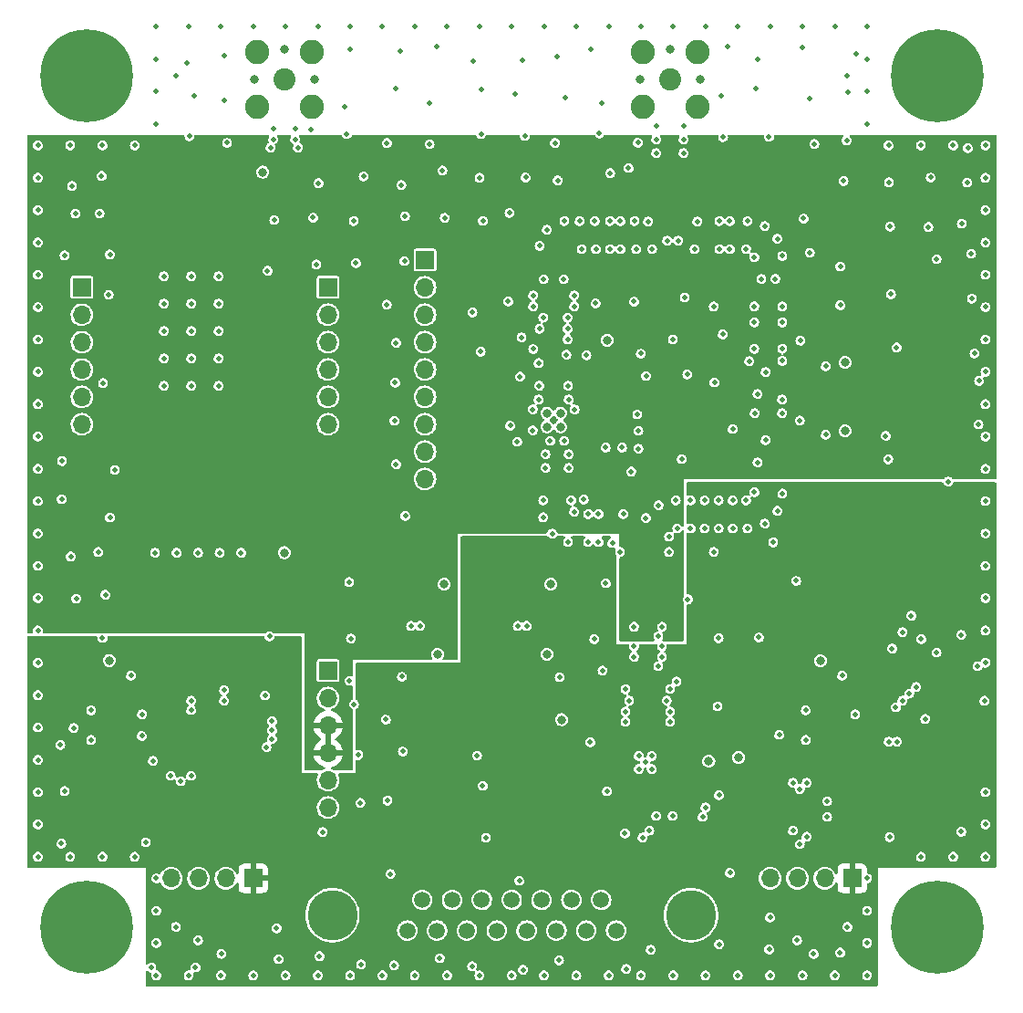
<source format=gbr>
%TF.GenerationSoftware,KiCad,Pcbnew,(6.0.8)*%
%TF.CreationDate,2023-01-27T09:46:54-08:00*%
%TF.ProjectId,RF_Board,52465f42-6f61-4726-942e-6b696361645f,rev?*%
%TF.SameCoordinates,Original*%
%TF.FileFunction,Copper,L3,Inr*%
%TF.FilePolarity,Positive*%
%FSLAX46Y46*%
G04 Gerber Fmt 4.6, Leading zero omitted, Abs format (unit mm)*
G04 Created by KiCad (PCBNEW (6.0.8)) date 2023-01-27 09:46:54*
%MOMM*%
%LPD*%
G01*
G04 APERTURE LIST*
%TA.AperFunction,ComponentPad*%
%ADD10R,1.700000X1.700000*%
%TD*%
%TA.AperFunction,ComponentPad*%
%ADD11O,1.700000X1.700000*%
%TD*%
%TA.AperFunction,ComponentPad*%
%ADD12C,1.500000*%
%TD*%
%TA.AperFunction,ComponentPad*%
%ADD13C,4.650000*%
%TD*%
%TA.AperFunction,ComponentPad*%
%ADD14C,2.050000*%
%TD*%
%TA.AperFunction,ComponentPad*%
%ADD15C,2.250000*%
%TD*%
%TA.AperFunction,ComponentPad*%
%ADD16C,8.600000*%
%TD*%
%TA.AperFunction,ComponentPad*%
%ADD17C,0.900000*%
%TD*%
%TA.AperFunction,ViaPad*%
%ADD18C,0.508000*%
%TD*%
%TA.AperFunction,ViaPad*%
%ADD19C,0.800000*%
%TD*%
G04 APERTURE END LIST*
D10*
%TO.N,/RFM_DIO3*%
%TO.C,J6*%
X27949000Y-25168000D03*
D11*
%TO.N,/RFM_DIO4*%
X27949000Y-27708000D03*
%TO.N,/RFM_DIO0*%
X27949000Y-30248000D03*
%TO.N,/RFM_DIO1*%
X27949000Y-32788000D03*
%TO.N,/RFM_DIO2*%
X27949000Y-35328000D03*
%TO.N,/RFM_DIO5*%
X27949000Y-37868000D03*
%TD*%
D10*
%TO.N,/RFM_AUX_CSN*%
%TO.C,J9*%
X36949000Y-22628000D03*
D11*
%TO.N,/RFM_AUX_RST*%
X36949000Y-25168000D03*
%TO.N,/RFM_AUX_DIO0*%
X36949000Y-27708000D03*
%TO.N,/CC2500_CSN*%
X36949000Y-30248000D03*
%TO.N,/GDO0*%
X36949000Y-32788000D03*
%TO.N,/GDO2*%
X36949000Y-35328000D03*
%TO.N,/CC2500_MISO*%
X36949000Y-37868000D03*
%TO.N,/CC2500_SCLK*%
X36949000Y-40408000D03*
%TO.N,/CC2500_MOSI*%
X36949000Y-42948000D03*
%TD*%
D12*
%TO.N,/RFM_UART_TX*%
%TO.C,J8*%
X35305000Y-84840000D03*
%TO.N,/RFM_UART_RX*%
X38075000Y-84840000D03*
%TO.N,/RFM_TX_EMPTY*%
X40845000Y-84840000D03*
%TO.N,/RFM_RX_EMPTY*%
X43615000Y-84840000D03*
%TO.N,/CC2500_UART_TX*%
X46385000Y-84840000D03*
%TO.N,/CC2500_UART_RX*%
X49155000Y-84840000D03*
%TO.N,/CC2500_TX_EMPTY*%
X51925000Y-84840000D03*
%TO.N,/CC2500_RX_EMPTY*%
X54695000Y-84840000D03*
%TO.N,/5V0_IN*%
X36690000Y-82000000D03*
%TO.N,/RFM_TX_OVERFLOW*%
X39460000Y-82000000D03*
%TO.N,/RFM_RX_OVERFLOW*%
X42230000Y-82000000D03*
%TO.N,GND*%
X45000000Y-82000000D03*
%TO.N,/CC2500_TX_OVERFLOW*%
X47770000Y-82000000D03*
%TO.N,/CC2500_RX_OVERFLOW*%
X50540000Y-82000000D03*
%TO.N,/3V3_IN*%
X53310000Y-82000000D03*
D13*
%TO.N,GND*%
X28350000Y-83420000D03*
X61650000Y-83420000D03*
%TD*%
D10*
%TO.N,GND*%
%TO.C,J7*%
X27949000Y-60728000D03*
D11*
X27949000Y-63268000D03*
%TO.N,+5V*%
X27949000Y-65808000D03*
X27949000Y-68348000D03*
%TO.N,unconnected-(J7-Pad5)*%
X27949000Y-70888000D03*
%TO.N,unconnected-(J7-Pad6)*%
X27949000Y-73428000D03*
%TD*%
D10*
%TO.N,/RFM_RST*%
%TO.C,J5*%
X5089000Y-25168000D03*
D11*
%TO.N,/RFM_CSN*%
X5089000Y-27708000D03*
%TO.N,/RFM_SCLK*%
X5089000Y-30248000D03*
%TO.N,/RFM_MOSI*%
X5089000Y-32788000D03*
%TO.N,/RFM_MISO*%
X5089000Y-35328000D03*
%TO.N,/RFM_3V3_OUT*%
X5089000Y-37868000D03*
%TD*%
D14*
%TO.N,Net-(J3-Pad1)*%
%TO.C,J3*%
X23876000Y-5842000D03*
D15*
%TO.N,GND*%
X26416000Y-8382000D03*
X26416000Y-3302000D03*
X21336000Y-3302000D03*
X21336000Y-8382000D03*
%TD*%
D16*
%TO.N,Net-(H3-Pad1)*%
%TO.C,H3*%
X5500000Y-84500000D03*
D17*
X5500000Y-87725000D03*
X3219581Y-86780419D03*
X7780419Y-82219581D03*
X7780419Y-86780419D03*
X2275000Y-84500000D03*
X3219581Y-82219581D03*
X5500000Y-81275000D03*
X8725000Y-84500000D03*
%TD*%
D16*
%TO.N,Net-(H4-Pad1)*%
%TO.C,H4*%
X84500000Y-84500000D03*
D17*
X84500000Y-87725000D03*
X82219581Y-86780419D03*
X86780419Y-82219581D03*
X86780419Y-86780419D03*
X81275000Y-84500000D03*
X82219581Y-82219581D03*
X84500000Y-81275000D03*
X87725000Y-84500000D03*
%TD*%
D16*
%TO.N,Net-(H2-Pad1)*%
%TO.C,H2*%
X5500000Y-5500000D03*
D17*
X5500000Y-8725000D03*
X3219581Y-7780419D03*
X7780419Y-3219581D03*
X7780419Y-7780419D03*
X2275000Y-5500000D03*
X3219581Y-3219581D03*
X5500000Y-2275000D03*
X8725000Y-5500000D03*
%TD*%
D10*
%TO.N,+3.3V*%
%TO.C,J2*%
X76620000Y-80000000D03*
D11*
%TO.N,/CC2500_SBWTCK*%
X74080000Y-80000000D03*
%TO.N,/CC2500_SBWTDIO*%
X71540000Y-80000000D03*
%TO.N,GND*%
X69000000Y-80000000D03*
%TD*%
D14*
%TO.N,Net-(C24-Pad2)*%
%TO.C,J1*%
X59690000Y-5842000D03*
D15*
%TO.N,GND*%
X62230000Y-8382000D03*
X62230000Y-3302000D03*
X57150000Y-3302000D03*
X57150000Y-8382000D03*
%TD*%
D10*
%TO.N,+3.3V*%
%TO.C,J4*%
X21000000Y-80000000D03*
D11*
%TO.N,/RFM_SBWTCK*%
X18460000Y-80000000D03*
%TO.N,/RFM_SBWTDIO*%
X15920000Y-80000000D03*
%TO.N,GND*%
X13380000Y-80000000D03*
%TD*%
D16*
%TO.N,Net-(H1-Pad1)*%
%TO.C,H1*%
X84500000Y-5500000D03*
D17*
X84500000Y-8725000D03*
X82219581Y-7780419D03*
X86780419Y-3219581D03*
X86780419Y-7780419D03*
X81275000Y-5500000D03*
X82219581Y-3219581D03*
X84500000Y-2275000D03*
X87725000Y-5500000D03*
%TD*%
D18*
%TO.N,GND*%
X49822100Y-24409400D03*
X47967900Y-24409400D03*
X24892000Y-11430000D03*
X53848000Y-71908000D03*
X47595000Y-29010000D03*
X63000000Y-1000000D03*
X72000000Y-1000000D03*
X50525200Y-44923900D03*
X53058000Y-48798000D03*
X54130000Y-19020000D03*
X29948062Y-61671018D03*
X37377022Y-11877815D03*
X51306666Y-19020000D03*
X54000000Y-1000000D03*
X78000000Y-7000000D03*
X18272764Y-3668604D03*
X50017238Y-7566023D03*
X4000000Y-12000000D03*
X52298000Y-67360000D03*
X46990000Y-25908000D03*
X64631510Y-11225555D03*
X83000000Y-78000000D03*
X56723351Y-11756258D03*
X60000000Y-1000000D03*
X3092112Y-67624493D03*
X7007353Y-57698954D03*
X7057317Y-34058149D03*
X89000000Y-72000000D03*
X22946662Y-18925397D03*
X60960000Y-10160000D03*
X1000000Y-63000000D03*
X12000000Y-4000000D03*
X42126738Y-31129815D03*
X58004000Y-69850000D03*
X69000000Y-1000000D03*
D19*
X21082000Y-5842000D03*
D18*
X64290000Y-21620000D03*
X31008376Y-87973798D03*
X27000000Y-89000000D03*
X58958000Y-56656000D03*
X70128497Y-22256215D03*
X86000000Y-78000000D03*
X59607998Y-49707800D03*
X66000000Y-1000000D03*
X1000000Y-39000000D03*
X89000000Y-45000000D03*
X69000000Y-89000000D03*
X47498000Y-32191282D03*
X22860000Y-10414000D03*
X12700000Y-34290000D03*
X56415001Y-19020000D03*
X79974063Y-41111687D03*
X29457857Y-8423896D03*
X1000000Y-60000000D03*
X50800000Y-45974000D03*
X57000000Y-89000000D03*
X22606000Y-12192000D03*
X76264084Y-7102294D03*
X53721000Y-40031000D03*
X61303780Y-33243529D03*
X21000000Y-89000000D03*
X30000000Y-1000000D03*
X70132434Y-44291791D03*
X36000000Y-1000000D03*
X31251215Y-14877302D03*
X59606432Y-48291785D03*
X83000000Y-12000000D03*
X18000000Y-1000000D03*
X42178856Y-6846968D03*
X3483784Y-22195475D03*
D19*
X48260000Y-38100000D03*
D18*
X1000000Y-72000000D03*
D19*
X63300149Y-69137869D03*
D18*
X59720000Y-62428000D03*
X86797689Y-19254291D03*
X12000000Y-86000000D03*
X80039978Y-15419343D03*
X13825000Y-84500000D03*
X69282693Y-48832651D03*
X17780000Y-31750000D03*
X24000000Y-89000000D03*
X83404131Y-65204467D03*
X33735010Y-79584280D03*
X49870000Y-39402500D03*
X63764007Y-26934275D03*
X67711533Y-6702720D03*
X67535566Y-44164209D03*
X34885828Y-68228120D03*
X55908000Y-63500000D03*
X7000000Y-78000000D03*
X55245000Y-40031000D03*
X18000000Y-89000000D03*
X45566000Y-56581000D03*
X10000000Y-12000000D03*
X46993040Y-30891282D03*
X74168000Y-32486000D03*
X50225200Y-48798000D03*
X53058000Y-46198000D03*
X47935000Y-27966000D03*
X15875000Y-85751000D03*
X70130063Y-26932350D03*
X45909580Y-29798214D03*
X1000000Y-33000000D03*
X68580000Y-39339000D03*
X67530063Y-26932350D03*
X11538039Y-88286364D03*
X4490306Y-18319503D03*
X39000000Y-1000000D03*
X42606036Y-76230654D03*
X1000000Y-36000000D03*
X50800000Y-25908000D03*
X87676810Y-22053880D03*
D19*
X75946000Y-32136000D03*
D18*
X55058000Y-49707800D03*
X70130063Y-30873558D03*
X70104000Y-35560000D03*
X72307000Y-64414400D03*
X78000000Y-83000000D03*
X89000000Y-57000000D03*
X89000000Y-42000000D03*
X3235725Y-41280092D03*
X1000000Y-57000000D03*
X59964157Y-30017177D03*
X68895183Y-11201739D03*
D19*
X21876000Y-14478000D03*
D18*
X89000000Y-21000000D03*
X67953157Y-57649630D03*
X34181816Y-34009200D03*
X27000000Y-1000000D03*
X48768000Y-48006000D03*
X1000000Y-21000000D03*
X72000000Y-89000000D03*
X30760816Y-68549199D03*
X12000000Y-89000000D03*
X42151119Y-10943851D03*
X39000000Y-89000000D03*
X22328511Y-23618626D03*
D19*
X49530000Y-38100000D03*
D18*
X55626000Y-88392000D03*
X65528799Y-47528000D03*
X56804000Y-68650000D03*
X22515418Y-57538303D03*
X60788793Y-41100828D03*
X77017980Y-3496677D03*
X42314241Y-71404545D03*
X1000000Y-66000000D03*
X41789194Y-68608195D03*
X73045175Y-87002239D03*
X87359435Y-12239832D03*
X59436000Y-20828000D03*
X70130063Y-28428000D03*
X78000000Y-4000000D03*
X6915690Y-14840032D03*
X58958000Y-59436000D03*
X38556328Y-14332460D03*
X35039536Y-22735403D03*
X34270050Y-30306238D03*
X83908556Y-14976533D03*
X78000000Y-80000000D03*
X54356000Y-48895000D03*
D19*
X48260000Y-36830000D03*
D18*
X25146000Y-12192000D03*
X54130000Y-21620000D03*
X24892000Y-10414000D03*
X7571747Y-25856812D03*
X38318522Y-87419030D03*
X47554000Y-34290000D03*
X51000000Y-1000000D03*
D19*
X23876000Y-49784000D03*
D18*
X12000000Y-83000000D03*
D19*
X66057865Y-68784315D03*
D18*
X69477763Y-24384000D03*
X64223599Y-47528000D03*
X80098691Y-76163500D03*
X34114524Y-37541519D03*
X55568000Y-64520000D03*
D19*
X53848000Y-30070000D03*
D18*
X17780000Y-26670000D03*
X36000000Y-89000000D03*
X1000000Y-45000000D03*
X89000000Y-36000000D03*
X56565001Y-21620000D03*
X61066831Y-26119508D03*
X64290000Y-19020000D03*
X48133000Y-40640000D03*
X53742608Y-52615272D03*
X52663171Y-57807410D03*
X17780000Y-34290000D03*
X29695186Y-10956857D03*
X12700000Y-31750000D03*
X80739583Y-30757606D03*
X54000000Y-89000000D03*
X58040002Y-21620000D03*
X42017899Y-14995990D03*
X52818333Y-21620000D03*
X5943000Y-64414400D03*
X47595000Y-21320000D03*
X60452000Y-20828000D03*
X89000000Y-54000000D03*
D19*
X48636000Y-52705000D03*
D18*
X89000000Y-18000000D03*
X88395681Y-33848207D03*
X12700000Y-29210000D03*
X58618000Y-60325000D03*
D19*
X38113000Y-59195000D03*
D18*
X41364165Y-27496822D03*
X14841194Y-4333319D03*
X89000000Y-30000000D03*
X17780000Y-29210000D03*
X49447421Y-61332918D03*
X35121324Y-46372011D03*
X75510682Y-26824740D03*
X67530063Y-30873558D03*
D19*
X59690000Y-3048000D03*
D18*
X58420000Y-74195000D03*
X42321248Y-19002365D03*
X55854000Y-14097000D03*
X46054065Y-88473493D03*
X68501240Y-47073256D03*
X47925200Y-46498000D03*
X58958000Y-58466000D03*
X50236000Y-34290000D03*
X26396181Y-10513137D03*
X46006975Y-4084305D03*
X33000000Y-89000000D03*
X64445531Y-7390508D03*
X22860000Y-11430000D03*
X57000000Y-1000000D03*
X15240000Y-31750000D03*
X33472515Y-72777434D03*
X68993228Y-83615867D03*
X50800000Y-26924000D03*
X37359621Y-8081734D03*
X60960000Y-11430000D03*
X33411503Y-11787955D03*
X55090000Y-21620000D03*
X9652000Y-61188000D03*
X50084875Y-31412638D03*
X27149048Y-87223329D03*
X29999913Y-3071190D03*
X86000000Y-12000000D03*
X73100693Y-11861768D03*
X68497305Y-19474742D03*
X1000000Y-30000000D03*
X42000000Y-89000000D03*
X87297152Y-15439976D03*
X33394738Y-26775027D03*
X75819995Y-15290954D03*
X47925200Y-44923900D03*
X57462741Y-46560757D03*
X6734183Y-18317005D03*
X26858985Y-23039617D03*
X44870414Y-38002245D03*
X89000000Y-27000000D03*
X50195000Y-29010000D03*
X74168000Y-38836000D03*
X71408780Y-52398366D03*
D19*
X73660000Y-59788000D03*
D18*
X5943000Y-67157600D03*
X30000000Y-89000000D03*
X58420000Y-10160000D03*
X78000000Y-89000000D03*
X48570000Y-39402500D03*
X60244213Y-44929566D03*
X61613198Y-44928000D03*
X8154583Y-42108389D03*
X1000000Y-24000000D03*
X52386143Y-3044977D03*
D19*
X38730000Y-52705000D03*
D18*
X34751012Y-15670621D03*
X12000000Y-10000000D03*
X56104543Y-42261045D03*
X34232988Y-6736701D03*
X13825000Y-5500000D03*
D19*
X26670000Y-5842000D03*
D18*
X64223599Y-44928000D03*
D19*
X7620000Y-59778000D03*
D18*
X58618000Y-57550000D03*
X51689000Y-44857000D03*
D19*
X23876000Y-3048000D03*
D18*
X34800201Y-61290103D03*
X75000000Y-89000000D03*
X1000000Y-48000000D03*
X71810839Y-30103437D03*
X55358000Y-46198000D03*
X67531629Y-22383785D03*
X23352251Y-87486528D03*
X6612911Y-49722681D03*
X56358000Y-56656000D03*
X45331614Y-7211763D03*
X56358000Y-58466000D03*
X1000000Y-15000000D03*
X50292000Y-41910000D03*
X48260000Y-19812000D03*
X41329861Y-88143622D03*
X49274079Y-15237241D03*
X65250000Y-19020000D03*
X65266673Y-79488617D03*
X26562438Y-18703702D03*
X21000000Y-1000000D03*
D19*
X48273000Y-59195000D03*
D18*
X24000000Y-1000000D03*
X75692000Y-61188000D03*
X76175000Y-5500000D03*
X69679253Y-45895245D03*
X61361500Y-54102000D03*
X1000000Y-51000000D03*
X56769000Y-40131000D03*
X1000000Y-27000000D03*
X41393589Y-4225302D03*
X89000000Y-60000000D03*
X62918398Y-47528000D03*
X4565438Y-54048070D03*
X45000000Y-89000000D03*
X65027054Y-2797281D03*
X71754502Y-37520483D03*
X67530063Y-28428000D03*
X50292000Y-35560000D03*
X50195000Y-27966000D03*
X56358000Y-59436000D03*
X60371783Y-47526434D03*
X50832500Y-36490000D03*
X63820944Y-33991315D03*
X11024047Y-76654835D03*
X85533000Y-43180000D03*
X49020410Y-11763645D03*
X89000000Y-75000000D03*
X78000000Y-1000000D03*
X68580000Y-33020000D03*
X15240000Y-24130000D03*
X15240000Y-29210000D03*
X27062608Y-15516655D03*
X55090000Y-19020000D03*
X66893848Y-19021566D03*
X56990360Y-31318846D03*
X46382000Y-56581000D03*
X89000000Y-33000000D03*
X57481546Y-33387357D03*
X49895000Y-19020000D03*
X4000000Y-78000000D03*
X75498904Y-86885243D03*
X57912000Y-86614000D03*
X64600760Y-29529009D03*
X3487432Y-71898110D03*
X7264785Y-53681439D03*
X12700000Y-26670000D03*
X10668000Y-64770000D03*
X88343620Y-37887253D03*
X68902750Y-86592487D03*
X15240000Y-34290000D03*
X66897785Y-47526433D03*
X70130063Y-31991300D03*
X61613198Y-47528000D03*
X69675319Y-20652757D03*
X75514912Y-23223078D03*
X80211233Y-25806634D03*
X29904730Y-52511322D03*
X12000000Y-7000000D03*
X52796888Y-26656764D03*
D19*
X49628000Y-65278000D03*
D18*
X3178574Y-76778758D03*
X3201931Y-44822810D03*
X46990000Y-26924000D03*
X89000000Y-24000000D03*
X34679678Y-3256187D03*
X87732662Y-26215504D03*
D19*
X49530000Y-36830000D03*
D18*
X71968940Y-2872453D03*
X89000000Y-39000000D03*
X12000000Y-80000000D03*
X89000000Y-12000000D03*
X35089380Y-18568635D03*
X1000000Y-78000000D03*
X38069493Y-2793596D03*
X7692354Y-22121786D03*
X34261451Y-41571677D03*
X59944000Y-74195000D03*
X58004000Y-68650000D03*
X56804000Y-69850000D03*
X48000000Y-89000000D03*
X64262000Y-86106000D03*
X63766004Y-49701840D03*
X89000000Y-51000000D03*
X49188695Y-3722501D03*
X36476000Y-56581000D03*
X76175000Y-84500000D03*
X1000000Y-12000000D03*
X30354617Y-63837392D03*
X30940491Y-73003000D03*
X30536999Y-22923744D03*
X50292000Y-40640000D03*
X4169982Y-15764744D03*
X49403396Y-87599764D03*
X46957500Y-36490000D03*
X53147204Y-10887575D03*
X15075072Y-11139910D03*
X33000000Y-1000000D03*
X12700000Y-24130000D03*
X35660000Y-56581000D03*
X1000000Y-75000000D03*
X70104000Y-36830000D03*
X89000000Y-78000000D03*
X51943000Y-31470000D03*
X60000000Y-89000000D03*
X47498000Y-35560000D03*
X45000000Y-1000000D03*
X89000000Y-15000000D03*
X60301323Y-61739879D03*
X46957500Y-38440000D03*
X18037165Y-86999324D03*
X1000000Y-54000000D03*
X53325490Y-8079646D03*
X53435566Y-60710516D03*
X89000000Y-48000000D03*
X72666758Y-7637554D03*
X71501000Y-85751000D03*
X66000000Y-89000000D03*
X17780000Y-24130000D03*
X23168083Y-84637358D03*
D19*
X75946000Y-38486000D03*
D18*
X78000000Y-10000000D03*
X51506666Y-21620000D03*
X15000000Y-1000000D03*
X38782852Y-18712417D03*
X65528799Y-44928000D03*
X57404000Y-69250000D03*
X30073314Y-57739436D03*
X42000000Y-1000000D03*
X15532131Y-7366021D03*
X48133000Y-41910000D03*
X1000000Y-69000000D03*
X44685017Y-26475999D03*
X64210087Y-57713966D03*
X63000000Y-89000000D03*
X84458301Y-22555554D03*
X34074468Y-88067957D03*
X86748556Y-75678714D03*
X67825056Y-4025690D03*
X18566994Y-11760697D03*
X76100802Y-11523066D03*
X30332156Y-19021469D03*
X60960000Y-12700000D03*
X87978093Y-31301204D03*
X72307000Y-67157600D03*
X62230000Y-19050000D03*
X67564000Y-36830000D03*
X48000000Y-1000000D03*
X79728192Y-38940583D03*
X45712934Y-80217793D03*
X72113874Y-18785768D03*
X56659000Y-36957000D03*
X80133765Y-19520409D03*
X18291236Y-7832839D03*
X10000000Y-78000000D03*
X56366689Y-26491538D03*
X51000000Y-89000000D03*
X66766278Y-21618434D03*
X1000000Y-42000000D03*
X78000000Y-86000000D03*
X52098000Y-48798000D03*
X65250000Y-21620000D03*
X58420000Y-11430000D03*
X66770215Y-44929565D03*
X33308841Y-65266342D03*
X44801548Y-18262595D03*
X57658000Y-19050000D03*
X83031810Y-57799085D03*
X58640755Y-45382743D03*
X80000000Y-12000000D03*
X15000000Y-89000000D03*
X12000000Y-1000000D03*
D19*
X56896000Y-5842000D03*
D18*
X7698032Y-46523031D03*
X64114845Y-64053650D03*
X62918398Y-44928000D03*
X45779693Y-33447971D03*
X76899416Y-64793371D03*
X55568000Y-62461000D03*
X52718333Y-19020000D03*
X72678662Y-21963624D03*
X1000000Y-18000000D03*
X50195000Y-29980000D03*
X61990000Y-21620000D03*
X75000000Y-1000000D03*
X58420000Y-12700000D03*
X59720000Y-65480000D03*
X55568000Y-65480000D03*
X52098000Y-46198000D03*
X15240000Y-26670000D03*
X68182363Y-24384000D03*
X59390000Y-63500000D03*
X46297662Y-14974003D03*
X4061210Y-50131739D03*
X46227899Y-11114990D03*
X15643669Y-88262047D03*
D19*
X62484000Y-5842000D03*
D18*
X59720000Y-64520000D03*
X54148114Y-14579484D03*
X7000000Y-12000000D03*
X83695307Y-19575941D03*
%TO.N,+5V*%
X57404000Y-14097000D03*
X55109000Y-36957000D03*
D19*
X15876000Y-15478000D03*
X36830000Y-52705000D03*
X35560000Y-52705000D03*
X75946000Y-40386000D03*
X36830000Y-50800000D03*
X75946000Y-34036000D03*
X53848000Y-33020000D03*
X15875000Y-13478000D03*
X50470000Y-33020000D03*
D18*
X59811499Y-54102000D03*
D19*
X51943000Y-33020000D03*
D18*
X51689000Y-43307000D03*
X36830000Y-54356000D03*
%TO.N,/PA_VDET*%
X56769000Y-38481000D03*
X88900000Y-63520000D03*
%TO.N,+3.3V*%
X58420000Y-72645000D03*
D19*
X46736000Y-50800000D03*
D18*
X80455000Y-55626000D03*
X53848000Y-70358000D03*
X59944000Y-67362500D03*
X68250000Y-60325000D03*
D19*
X7620000Y-62738000D03*
D18*
X6547500Y-75971000D03*
X78677000Y-58674000D03*
D19*
X46736000Y-52705000D03*
X52578000Y-65278000D03*
D18*
X17525000Y-82677000D03*
D19*
X73660000Y-62738000D03*
D18*
X61497476Y-69058524D03*
X46736000Y-54356000D03*
X79634000Y-57150000D03*
D19*
X78486000Y-50800000D03*
D18*
X73151000Y-82677000D03*
%TO.N,/CC2500_SBWTCK*%
X80772000Y-67310000D03*
%TO.N,/CC2500_SBWTDIO*%
X80010000Y-67310000D03*
%TO.N,/RFM_SBWTCK*%
X15240000Y-63500000D03*
%TO.N,/RFM_SBWTDIO*%
X15240000Y-64389000D03*
%TO.N,/RFM_RST*%
X19876000Y-49784000D03*
X22098000Y-63020000D03*
%TO.N,/RFM_CSN*%
X17876000Y-49784000D03*
X15240000Y-70485000D03*
%TO.N,/RFM_SCLK*%
X15876000Y-49784000D03*
X14260000Y-70993000D03*
%TO.N,/RFM_MOSI*%
X13335000Y-70485000D03*
X13876000Y-49784000D03*
%TO.N,/RFM_MISO*%
X11684000Y-69088000D03*
X11876000Y-49784000D03*
%TO.N,/RFM_DIO5*%
X10656485Y-66790485D03*
X4318000Y-66040000D03*
%TO.N,/RFM_DIO2*%
X22754748Y-67049192D03*
%TO.N,/RFM_DIO1*%
X22754748Y-66264162D03*
%TO.N,/RFM_DIO0*%
X22754748Y-65405000D03*
%TO.N,/RFM_DIO3*%
X22225000Y-67818000D03*
%TO.N,/RFM_RX_EMPTY*%
X27432000Y-75692000D03*
%TO.N,/CC2500_RX_EMPTY*%
X82550000Y-62230000D03*
%TO.N,/CC2500_TX_EMPTY*%
X81915000Y-62865000D03*
%TO.N,/RFM_RX_OVERFLOW*%
X18288000Y-62520000D03*
%TO.N,/RFM_TX_OVERFLOW*%
X18288000Y-63500000D03*
%TO.N,/CC2500_RX_OVERFLOW*%
X81280000Y-63500000D03*
%TO.N,/CC2500_TX_OVERFLOW*%
X80662603Y-64117397D03*
%TO.N,/CC2500_MOSI*%
X71755000Y-76835000D03*
X71755000Y-71721384D03*
X55516500Y-75836500D03*
%TO.N,/PA_EN*%
X45518000Y-39497000D03*
X84455000Y-59055000D03*
%TO.N,/LNA_SD*%
X67829800Y-41402000D03*
X82105000Y-55626000D03*
X67829800Y-35052000D03*
%TO.N,/LNA_BP_A*%
X80327000Y-58674000D03*
X65532000Y-38310300D03*
%TO.N,/LNA_BP_B*%
X81284000Y-57150000D03*
X67056000Y-32004000D03*
%TO.N,/RFM_AUX_DIO0*%
X69850000Y-66675000D03*
%TO.N,/RFM_AUX_RST*%
X88265000Y-60325000D03*
%TO.N,/RFM_AUX_CSN*%
X86741000Y-57404000D03*
%TO.N,/CC2500_SCLK*%
X72390000Y-71120000D03*
X72390000Y-76124984D03*
X57150000Y-76200000D03*
%TO.N,/CC2500_MISO*%
X57785000Y-75565000D03*
X71120000Y-75565000D03*
X71120000Y-71120000D03*
%TO.N,/CC2500_CSN*%
X64248516Y-72276484D03*
%TO.N,/GDO2*%
X74295000Y-72850900D03*
X74295000Y-74295000D03*
X62738000Y-74295000D03*
%TO.N,/GDO0*%
X62992000Y-73406000D03*
%TD*%
%TA.AperFunction,Conductor*%
%TO.N,+5V*%
G36*
X14559418Y-11020002D02*
G01*
X14605911Y-11073658D01*
X14617113Y-11126712D01*
X14615932Y-11134300D01*
X14622758Y-11186496D01*
X14630629Y-11246686D01*
X14632813Y-11263391D01*
X14685246Y-11382555D01*
X14769018Y-11482213D01*
X14776486Y-11487184D01*
X14776487Y-11487185D01*
X14869922Y-11549382D01*
X14869925Y-11549383D01*
X14877392Y-11554354D01*
X14885959Y-11557030D01*
X14885960Y-11557031D01*
X14921970Y-11568281D01*
X15001659Y-11593177D01*
X15010632Y-11593341D01*
X15010635Y-11593342D01*
X15067862Y-11594391D01*
X15131827Y-11595563D01*
X15194839Y-11578384D01*
X15248773Y-11563680D01*
X15248775Y-11563679D01*
X15257432Y-11561319D01*
X15328870Y-11517456D01*
X15360730Y-11497894D01*
X15360731Y-11497894D01*
X15368378Y-11493198D01*
X15374402Y-11486543D01*
X15449716Y-11403337D01*
X15449717Y-11403336D01*
X15455744Y-11396677D01*
X15466940Y-11373570D01*
X15508594Y-11287595D01*
X15508594Y-11287594D01*
X15512509Y-11279514D01*
X15534109Y-11151129D01*
X15534246Y-11139910D01*
X15533555Y-11135085D01*
X15533497Y-11134196D01*
X15549026Y-11064918D01*
X15599544Y-11015034D01*
X15659230Y-11000000D01*
X22361392Y-11000000D01*
X22429513Y-11020002D01*
X22476006Y-11073658D01*
X22486110Y-11143932D01*
X22475448Y-11179544D01*
X22420890Y-11295751D01*
X22419509Y-11304620D01*
X22402372Y-11414680D01*
X22400860Y-11424390D01*
X22402024Y-11433292D01*
X22402024Y-11433295D01*
X22416577Y-11544582D01*
X22417741Y-11553481D01*
X22446663Y-11619211D01*
X22449732Y-11626186D01*
X22458858Y-11696593D01*
X22428471Y-11760758D01*
X22401637Y-11783493D01*
X22308400Y-11842321D01*
X22302458Y-11849049D01*
X22302457Y-11849050D01*
X22267235Y-11888932D01*
X22222219Y-11939903D01*
X22218404Y-11948028D01*
X22218403Y-11948030D01*
X22179637Y-12030600D01*
X22166890Y-12057751D01*
X22165509Y-12066620D01*
X22148612Y-12175141D01*
X22146860Y-12186390D01*
X22148024Y-12195292D01*
X22148024Y-12195295D01*
X22159825Y-12285538D01*
X22163741Y-12315481D01*
X22216174Y-12434645D01*
X22299946Y-12534303D01*
X22307414Y-12539274D01*
X22307415Y-12539275D01*
X22400850Y-12601472D01*
X22400853Y-12601473D01*
X22408320Y-12606444D01*
X22416887Y-12609120D01*
X22416888Y-12609121D01*
X22438171Y-12615770D01*
X22532587Y-12645267D01*
X22541560Y-12645431D01*
X22541563Y-12645432D01*
X22598790Y-12646481D01*
X22662755Y-12647653D01*
X22714917Y-12633432D01*
X22779701Y-12615770D01*
X22779703Y-12615769D01*
X22788360Y-12613409D01*
X22899306Y-12545288D01*
X22950694Y-12488515D01*
X22980644Y-12455427D01*
X22980645Y-12455426D01*
X22986672Y-12448767D01*
X23002005Y-12417121D01*
X23039522Y-12339685D01*
X23039522Y-12339684D01*
X23043437Y-12331604D01*
X23065037Y-12203219D01*
X23065108Y-12197427D01*
X23065115Y-12196860D01*
X23065115Y-12196856D01*
X23065174Y-12192000D01*
X23046718Y-12063125D01*
X23043003Y-12054955D01*
X23043001Y-12054947D01*
X23016573Y-11996824D01*
X23006585Y-11926534D01*
X23036185Y-11862002D01*
X23065344Y-11837297D01*
X23145658Y-11787984D01*
X23145659Y-11787984D01*
X23153306Y-11783288D01*
X23163278Y-11772271D01*
X23234644Y-11693427D01*
X23234645Y-11693426D01*
X23240672Y-11686767D01*
X23253260Y-11660787D01*
X23293522Y-11577685D01*
X23293522Y-11577684D01*
X23297437Y-11569604D01*
X23319037Y-11441219D01*
X23319174Y-11430000D01*
X23300718Y-11301125D01*
X23246832Y-11182610D01*
X23248967Y-11181639D01*
X23232682Y-11125720D01*
X23252836Y-11057644D01*
X23306595Y-11011270D01*
X23358682Y-11000000D01*
X24393392Y-11000000D01*
X24461513Y-11020002D01*
X24508006Y-11073658D01*
X24518110Y-11143932D01*
X24507448Y-11179544D01*
X24452890Y-11295751D01*
X24451509Y-11304620D01*
X24434372Y-11414680D01*
X24432860Y-11424390D01*
X24434024Y-11433292D01*
X24434024Y-11433295D01*
X24448577Y-11544582D01*
X24449741Y-11553481D01*
X24502174Y-11672645D01*
X24585946Y-11772303D01*
X24593417Y-11777276D01*
X24593418Y-11777277D01*
X24689822Y-11841450D01*
X24735445Y-11895848D01*
X24744415Y-11966275D01*
X24734059Y-11999882D01*
X24706890Y-12057751D01*
X24705509Y-12066620D01*
X24688612Y-12175141D01*
X24686860Y-12186390D01*
X24688024Y-12195292D01*
X24688024Y-12195295D01*
X24699825Y-12285538D01*
X24703741Y-12315481D01*
X24756174Y-12434645D01*
X24839946Y-12534303D01*
X24847414Y-12539274D01*
X24847415Y-12539275D01*
X24940850Y-12601472D01*
X24940853Y-12601473D01*
X24948320Y-12606444D01*
X24956887Y-12609120D01*
X24956888Y-12609121D01*
X24978171Y-12615770D01*
X25072587Y-12645267D01*
X25081560Y-12645431D01*
X25081563Y-12645432D01*
X25138790Y-12646481D01*
X25202755Y-12647653D01*
X25254917Y-12633432D01*
X25319701Y-12615770D01*
X25319703Y-12615769D01*
X25328360Y-12613409D01*
X25439306Y-12545288D01*
X25490694Y-12488515D01*
X25520644Y-12455427D01*
X25520645Y-12455426D01*
X25526672Y-12448767D01*
X25542005Y-12417121D01*
X25579522Y-12339685D01*
X25579522Y-12339684D01*
X25583437Y-12331604D01*
X25605037Y-12203219D01*
X25605108Y-12197427D01*
X25605115Y-12196860D01*
X25605115Y-12196856D01*
X25605174Y-12192000D01*
X25586718Y-12063125D01*
X25557140Y-11998072D01*
X25536548Y-11952782D01*
X25536547Y-11952780D01*
X25532832Y-11944610D01*
X25480118Y-11883432D01*
X25453713Y-11852787D01*
X25453712Y-11852786D01*
X25447850Y-11845983D01*
X25349668Y-11782345D01*
X32952363Y-11782345D01*
X32953527Y-11791247D01*
X32953527Y-11791250D01*
X32967788Y-11900301D01*
X32969244Y-11911436D01*
X33021677Y-12030600D01*
X33105449Y-12130258D01*
X33112917Y-12135229D01*
X33112918Y-12135230D01*
X33206353Y-12197427D01*
X33206356Y-12197428D01*
X33213823Y-12202399D01*
X33222390Y-12205075D01*
X33222391Y-12205076D01*
X33251369Y-12214129D01*
X33338090Y-12241222D01*
X33347063Y-12241386D01*
X33347066Y-12241387D01*
X33404293Y-12242436D01*
X33468258Y-12243608D01*
X33520420Y-12229387D01*
X33585204Y-12211725D01*
X33585206Y-12211724D01*
X33593863Y-12209364D01*
X33704809Y-12141243D01*
X33710838Y-12134582D01*
X33786147Y-12051382D01*
X33786148Y-12051381D01*
X33792175Y-12044722D01*
X33800727Y-12027072D01*
X33845025Y-11935640D01*
X33845025Y-11935639D01*
X33848940Y-11927559D01*
X33858253Y-11872205D01*
X36917882Y-11872205D01*
X36919046Y-11881107D01*
X36919046Y-11881110D01*
X36933375Y-11990685D01*
X36934763Y-12001296D01*
X36987196Y-12120460D01*
X37070968Y-12220118D01*
X37078436Y-12225089D01*
X37078437Y-12225090D01*
X37171872Y-12287287D01*
X37171875Y-12287288D01*
X37179342Y-12292259D01*
X37187909Y-12294935D01*
X37187910Y-12294936D01*
X37209193Y-12301585D01*
X37303609Y-12331082D01*
X37312582Y-12331246D01*
X37312585Y-12331247D01*
X37369812Y-12332296D01*
X37433777Y-12333468D01*
X37485939Y-12319247D01*
X37550723Y-12301585D01*
X37550725Y-12301584D01*
X37559382Y-12299224D01*
X37630032Y-12255845D01*
X37662680Y-12235799D01*
X37662681Y-12235799D01*
X37670328Y-12231103D01*
X37680271Y-12220118D01*
X37751666Y-12141242D01*
X37751667Y-12141241D01*
X37757694Y-12134582D01*
X37763073Y-12123481D01*
X37810544Y-12025500D01*
X37810544Y-12025499D01*
X37814459Y-12017419D01*
X37836059Y-11889034D01*
X37836196Y-11877815D01*
X37835198Y-11870840D01*
X37821497Y-11775172D01*
X37819043Y-11758035D01*
X48561270Y-11758035D01*
X48562434Y-11766937D01*
X48562434Y-11766940D01*
X48576742Y-11876354D01*
X48578151Y-11887126D01*
X48630584Y-12006290D01*
X48714356Y-12105948D01*
X48721824Y-12110919D01*
X48721825Y-12110920D01*
X48815260Y-12173117D01*
X48815263Y-12173118D01*
X48822730Y-12178089D01*
X48831297Y-12180765D01*
X48831298Y-12180766D01*
X48852581Y-12187415D01*
X48946997Y-12216912D01*
X48955970Y-12217076D01*
X48955973Y-12217077D01*
X49013200Y-12218126D01*
X49077165Y-12219298D01*
X49158212Y-12197202D01*
X49194111Y-12187415D01*
X49194113Y-12187414D01*
X49202770Y-12185054D01*
X49303052Y-12123481D01*
X49306068Y-12121629D01*
X49306069Y-12121629D01*
X49313716Y-12116933D01*
X49319740Y-12110278D01*
X49395054Y-12027072D01*
X49395055Y-12027071D01*
X49401082Y-12020412D01*
X49406024Y-12010213D01*
X49453932Y-11911330D01*
X49453932Y-11911329D01*
X49457847Y-11903249D01*
X49479447Y-11774864D01*
X49479584Y-11763645D01*
X49477723Y-11750648D01*
X56264211Y-11750648D01*
X56265375Y-11759550D01*
X56265375Y-11759553D01*
X56279779Y-11869699D01*
X56281092Y-11879739D01*
X56333525Y-11998903D01*
X56417297Y-12098561D01*
X56424765Y-12103532D01*
X56424766Y-12103533D01*
X56518201Y-12165730D01*
X56518204Y-12165731D01*
X56525671Y-12170702D01*
X56534238Y-12173378D01*
X56534239Y-12173379D01*
X56569731Y-12184467D01*
X56649938Y-12209525D01*
X56658911Y-12209689D01*
X56658914Y-12209690D01*
X56716141Y-12210739D01*
X56780106Y-12211911D01*
X56841053Y-12195295D01*
X56897052Y-12180028D01*
X56897054Y-12180027D01*
X56905711Y-12177667D01*
X56967703Y-12139604D01*
X57009009Y-12114242D01*
X57009010Y-12114242D01*
X57016657Y-12109546D01*
X57026600Y-12098561D01*
X57097995Y-12019685D01*
X57097996Y-12019684D01*
X57104023Y-12013025D01*
X57108715Y-12003342D01*
X57156873Y-11903943D01*
X57156873Y-11903942D01*
X57160788Y-11895862D01*
X57182388Y-11767477D01*
X57182525Y-11756258D01*
X57164069Y-11627383D01*
X57131896Y-11556623D01*
X57113899Y-11517040D01*
X57113898Y-11517038D01*
X57110183Y-11508868D01*
X57056024Y-11446013D01*
X57031064Y-11417045D01*
X57031063Y-11417044D01*
X57025201Y-11410241D01*
X56915952Y-11339430D01*
X56791221Y-11302128D01*
X56782245Y-11302073D01*
X56782244Y-11302073D01*
X56729029Y-11301748D01*
X56661034Y-11301332D01*
X56652402Y-11303799D01*
X56642717Y-11306567D01*
X56535856Y-11337108D01*
X56528269Y-11341895D01*
X56528267Y-11341896D01*
X56474202Y-11376009D01*
X56425751Y-11406579D01*
X56419809Y-11413307D01*
X56419808Y-11413308D01*
X56390924Y-11446013D01*
X56339570Y-11504161D01*
X56335755Y-11512286D01*
X56335754Y-11512288D01*
X56288056Y-11613883D01*
X56284241Y-11622009D01*
X56282860Y-11630878D01*
X56265741Y-11740823D01*
X56264211Y-11750648D01*
X49477723Y-11750648D01*
X49461128Y-11634770D01*
X49430705Y-11567858D01*
X49410958Y-11524427D01*
X49410957Y-11524425D01*
X49407242Y-11516255D01*
X49361745Y-11463453D01*
X49328123Y-11424432D01*
X49328122Y-11424431D01*
X49322260Y-11417628D01*
X49213011Y-11346817D01*
X49088280Y-11309515D01*
X49079304Y-11309460D01*
X49079303Y-11309460D01*
X49026088Y-11309135D01*
X48958093Y-11308719D01*
X48949461Y-11311186D01*
X48931900Y-11316205D01*
X48832915Y-11344495D01*
X48825328Y-11349282D01*
X48825326Y-11349283D01*
X48800004Y-11365260D01*
X48722810Y-11413966D01*
X48716868Y-11420694D01*
X48716867Y-11420695D01*
X48689878Y-11451255D01*
X48636629Y-11511548D01*
X48632814Y-11519673D01*
X48632813Y-11519675D01*
X48586082Y-11619211D01*
X48581300Y-11629396D01*
X48579919Y-11638265D01*
X48562848Y-11747903D01*
X48561270Y-11758035D01*
X37819043Y-11758035D01*
X37817740Y-11748940D01*
X37784641Y-11676144D01*
X37767570Y-11638597D01*
X37767569Y-11638595D01*
X37763854Y-11630425D01*
X37709943Y-11567858D01*
X37684735Y-11538602D01*
X37684734Y-11538601D01*
X37678872Y-11531798D01*
X37569623Y-11460987D01*
X37444892Y-11423685D01*
X37435916Y-11423630D01*
X37435915Y-11423630D01*
X37382700Y-11423305D01*
X37314705Y-11422889D01*
X37189527Y-11458665D01*
X37181940Y-11463452D01*
X37181938Y-11463453D01*
X37152033Y-11482322D01*
X37079422Y-11528136D01*
X37073480Y-11534864D01*
X37073479Y-11534865D01*
X37024345Y-11590499D01*
X36993241Y-11625718D01*
X36989426Y-11633843D01*
X36989425Y-11633845D01*
X36945446Y-11727519D01*
X36937912Y-11743566D01*
X36936531Y-11752435D01*
X36919323Y-11862953D01*
X36917882Y-11872205D01*
X33858253Y-11872205D01*
X33870540Y-11799174D01*
X33870677Y-11787955D01*
X33852221Y-11659080D01*
X33823266Y-11595398D01*
X33802051Y-11548737D01*
X33802050Y-11548735D01*
X33798335Y-11540565D01*
X33755844Y-11491251D01*
X33719216Y-11448742D01*
X33719215Y-11448741D01*
X33713353Y-11441938D01*
X33604104Y-11371127D01*
X33479373Y-11333825D01*
X33470397Y-11333770D01*
X33470396Y-11333770D01*
X33417181Y-11333445D01*
X33349186Y-11333029D01*
X33340554Y-11335496D01*
X33334914Y-11337108D01*
X33224008Y-11368805D01*
X33216421Y-11373592D01*
X33216419Y-11373593D01*
X33162461Y-11407638D01*
X33113903Y-11438276D01*
X33107961Y-11445004D01*
X33107960Y-11445005D01*
X33090155Y-11465166D01*
X33027722Y-11535858D01*
X33023907Y-11543983D01*
X33023906Y-11543985D01*
X32976231Y-11645531D01*
X32972393Y-11653706D01*
X32971012Y-11662575D01*
X32953927Y-11772303D01*
X32952363Y-11782345D01*
X25349668Y-11782345D01*
X25349211Y-11782049D01*
X25302928Y-11728214D01*
X25293097Y-11657902D01*
X25304352Y-11621379D01*
X25304405Y-11621270D01*
X25329437Y-11569604D01*
X25351037Y-11441219D01*
X25351174Y-11430000D01*
X25332718Y-11301125D01*
X25278832Y-11182610D01*
X25280967Y-11181639D01*
X25264682Y-11125720D01*
X25284836Y-11057644D01*
X25338595Y-11011270D01*
X25390682Y-11000000D01*
X29136179Y-11000000D01*
X29204300Y-11020002D01*
X29250793Y-11073658D01*
X29252756Y-11079033D01*
X29252927Y-11080338D01*
X29254729Y-11084433D01*
X29254731Y-11084439D01*
X29297500Y-11181639D01*
X29305360Y-11199502D01*
X29389132Y-11299160D01*
X29396600Y-11304131D01*
X29396601Y-11304132D01*
X29490036Y-11366329D01*
X29490039Y-11366330D01*
X29497506Y-11371301D01*
X29506073Y-11373977D01*
X29506074Y-11373978D01*
X29520283Y-11378417D01*
X29621773Y-11410124D01*
X29630746Y-11410288D01*
X29630749Y-11410289D01*
X29687976Y-11411338D01*
X29751941Y-11412510D01*
X29838846Y-11388817D01*
X29868887Y-11380627D01*
X29868889Y-11380626D01*
X29877546Y-11378266D01*
X29950015Y-11333770D01*
X29980844Y-11314841D01*
X29980845Y-11314841D01*
X29988492Y-11310145D01*
X29995749Y-11302128D01*
X30069830Y-11220284D01*
X30069831Y-11220283D01*
X30075858Y-11213624D01*
X30081617Y-11201739D01*
X30128709Y-11104540D01*
X30128709Y-11104539D01*
X30132623Y-11096461D01*
X30134103Y-11087666D01*
X30173852Y-11028877D01*
X30239103Y-11000898D01*
X30254121Y-11000000D01*
X41597017Y-11000000D01*
X41665138Y-11020002D01*
X41712345Y-11075253D01*
X41761293Y-11186496D01*
X41845065Y-11286154D01*
X41852533Y-11291125D01*
X41852534Y-11291126D01*
X41945969Y-11353323D01*
X41945972Y-11353324D01*
X41953439Y-11358295D01*
X41962006Y-11360971D01*
X41962007Y-11360972D01*
X41987080Y-11368805D01*
X42077706Y-11397118D01*
X42086679Y-11397282D01*
X42086682Y-11397283D01*
X42143909Y-11398332D01*
X42207874Y-11399504D01*
X42285774Y-11378266D01*
X42324820Y-11367621D01*
X42324822Y-11367620D01*
X42333479Y-11365260D01*
X42413184Y-11316321D01*
X42436777Y-11301835D01*
X42436778Y-11301835D01*
X42444425Y-11297139D01*
X42454368Y-11286154D01*
X42525763Y-11207278D01*
X42525764Y-11207277D01*
X42531791Y-11200618D01*
X42536314Y-11191284D01*
X42565519Y-11131003D01*
X42588556Y-11083455D01*
X42588689Y-11083519D01*
X42625633Y-11028878D01*
X42690884Y-11000898D01*
X42705903Y-11000000D01*
X45643860Y-11000000D01*
X45711981Y-11020002D01*
X45758474Y-11073658D01*
X45768796Y-11109662D01*
X45783262Y-11220284D01*
X45785640Y-11238471D01*
X45838073Y-11357635D01*
X45921845Y-11457293D01*
X45929313Y-11462264D01*
X45929314Y-11462265D01*
X46022749Y-11524462D01*
X46022752Y-11524463D01*
X46030219Y-11529434D01*
X46038786Y-11532110D01*
X46038787Y-11532111D01*
X46082652Y-11545815D01*
X46154486Y-11568257D01*
X46163459Y-11568421D01*
X46163462Y-11568422D01*
X46220689Y-11569471D01*
X46284654Y-11570643D01*
X46347603Y-11553481D01*
X46401600Y-11538760D01*
X46401602Y-11538759D01*
X46410259Y-11536399D01*
X46521205Y-11468278D01*
X46527229Y-11461623D01*
X46602543Y-11378417D01*
X46602544Y-11378416D01*
X46608571Y-11371757D01*
X46613797Y-11360972D01*
X46661421Y-11262675D01*
X46661421Y-11262674D01*
X46665336Y-11254594D01*
X46686936Y-11126209D01*
X46686995Y-11121347D01*
X46687431Y-11116492D01*
X46689356Y-11116665D01*
X46707776Y-11056611D01*
X46761986Y-11010766D01*
X46812948Y-11000000D01*
X52617864Y-11000000D01*
X52685985Y-11020002D01*
X52733192Y-11075253D01*
X52757378Y-11130220D01*
X52841150Y-11229878D01*
X52848618Y-11234849D01*
X52848619Y-11234850D01*
X52942054Y-11297047D01*
X52942057Y-11297048D01*
X52949524Y-11302019D01*
X52958091Y-11304695D01*
X52958092Y-11304696D01*
X52975118Y-11310015D01*
X53073791Y-11340842D01*
X53082764Y-11341006D01*
X53082767Y-11341007D01*
X53139994Y-11342056D01*
X53203959Y-11343228D01*
X53256121Y-11329007D01*
X53320905Y-11311345D01*
X53320907Y-11311344D01*
X53329564Y-11308984D01*
X53431026Y-11246686D01*
X53432862Y-11245559D01*
X53432863Y-11245559D01*
X53440510Y-11240863D01*
X53456671Y-11223009D01*
X53521848Y-11151002D01*
X53521849Y-11151001D01*
X53527876Y-11144342D01*
X53532742Y-11134300D01*
X53563380Y-11071062D01*
X53611082Y-11018479D01*
X53676772Y-11000000D01*
X57921392Y-11000000D01*
X57989513Y-11020002D01*
X58036006Y-11073658D01*
X58046110Y-11143932D01*
X58035448Y-11179544D01*
X57980890Y-11295751D01*
X57979509Y-11304620D01*
X57962372Y-11414680D01*
X57960860Y-11424390D01*
X57962024Y-11433292D01*
X57962024Y-11433295D01*
X57976577Y-11544582D01*
X57977741Y-11553481D01*
X58030174Y-11672645D01*
X58113946Y-11772303D01*
X58121414Y-11777274D01*
X58121415Y-11777275D01*
X58214850Y-11839472D01*
X58214853Y-11839473D01*
X58222320Y-11844444D01*
X58230887Y-11847120D01*
X58230888Y-11847121D01*
X58267311Y-11858500D01*
X58346587Y-11883267D01*
X58355560Y-11883431D01*
X58355563Y-11883432D01*
X58412790Y-11884481D01*
X58476755Y-11885653D01*
X58535273Y-11869699D01*
X58593701Y-11853770D01*
X58593703Y-11853769D01*
X58602360Y-11851409D01*
X58687433Y-11799174D01*
X58705658Y-11787984D01*
X58705659Y-11787984D01*
X58713306Y-11783288D01*
X58723278Y-11772271D01*
X58794644Y-11693427D01*
X58794645Y-11693426D01*
X58800672Y-11686767D01*
X58813260Y-11660787D01*
X58853522Y-11577685D01*
X58853522Y-11577684D01*
X58857437Y-11569604D01*
X58879037Y-11441219D01*
X58879174Y-11430000D01*
X58860718Y-11301125D01*
X58806832Y-11182610D01*
X58808967Y-11181639D01*
X58792682Y-11125720D01*
X58812836Y-11057644D01*
X58866595Y-11011270D01*
X58918682Y-11000000D01*
X60461392Y-11000000D01*
X60529513Y-11020002D01*
X60576006Y-11073658D01*
X60586110Y-11143932D01*
X60575448Y-11179544D01*
X60520890Y-11295751D01*
X60519509Y-11304620D01*
X60502372Y-11414680D01*
X60500860Y-11424390D01*
X60502024Y-11433292D01*
X60502024Y-11433295D01*
X60516577Y-11544582D01*
X60517741Y-11553481D01*
X60570174Y-11672645D01*
X60653946Y-11772303D01*
X60661414Y-11777274D01*
X60661415Y-11777275D01*
X60754850Y-11839472D01*
X60754853Y-11839473D01*
X60762320Y-11844444D01*
X60770887Y-11847120D01*
X60770888Y-11847121D01*
X60807311Y-11858500D01*
X60886587Y-11883267D01*
X60895560Y-11883431D01*
X60895563Y-11883432D01*
X60952790Y-11884481D01*
X61016755Y-11885653D01*
X61075273Y-11869699D01*
X61124942Y-11856158D01*
X72641553Y-11856158D01*
X72642717Y-11865060D01*
X72642717Y-11865063D01*
X72656918Y-11973655D01*
X72658434Y-11985249D01*
X72710867Y-12104413D01*
X72794639Y-12204071D01*
X72802107Y-12209042D01*
X72802108Y-12209043D01*
X72895543Y-12271240D01*
X72895546Y-12271241D01*
X72903013Y-12276212D01*
X72911580Y-12278888D01*
X72911581Y-12278889D01*
X72954377Y-12292259D01*
X73027280Y-12315035D01*
X73036253Y-12315199D01*
X73036256Y-12315200D01*
X73093483Y-12316249D01*
X73157448Y-12317421D01*
X73239922Y-12294936D01*
X73274394Y-12285538D01*
X73274396Y-12285537D01*
X73283053Y-12283177D01*
X73345732Y-12244692D01*
X73386351Y-12219752D01*
X73386352Y-12219752D01*
X73393999Y-12215056D01*
X73400374Y-12208013D01*
X73475337Y-12125195D01*
X73475338Y-12125194D01*
X73481365Y-12118535D01*
X73485366Y-12110278D01*
X73534215Y-12009453D01*
X73534215Y-12009452D01*
X73538130Y-12001372D01*
X73539305Y-11994390D01*
X79540860Y-11994390D01*
X79542024Y-12003292D01*
X79542024Y-12003295D01*
X79556014Y-12110278D01*
X79557741Y-12123481D01*
X79610174Y-12242645D01*
X79693946Y-12342303D01*
X79701414Y-12347274D01*
X79701415Y-12347275D01*
X79794850Y-12409472D01*
X79794853Y-12409473D01*
X79802320Y-12414444D01*
X79810887Y-12417120D01*
X79810888Y-12417121D01*
X79832171Y-12423770D01*
X79926587Y-12453267D01*
X79935560Y-12453431D01*
X79935563Y-12453432D01*
X79992790Y-12454481D01*
X80056755Y-12455653D01*
X80111664Y-12440683D01*
X80173701Y-12423770D01*
X80173703Y-12423769D01*
X80182360Y-12421409D01*
X80293306Y-12353288D01*
X80311246Y-12333468D01*
X80374644Y-12263427D01*
X80374645Y-12263426D01*
X80380672Y-12256767D01*
X80385979Y-12245815D01*
X80433522Y-12147685D01*
X80433522Y-12147684D01*
X80437437Y-12139604D01*
X80459037Y-12011219D01*
X80459174Y-12000000D01*
X80458371Y-11994390D01*
X82540860Y-11994390D01*
X82542024Y-12003292D01*
X82542024Y-12003295D01*
X82556014Y-12110278D01*
X82557741Y-12123481D01*
X82610174Y-12242645D01*
X82693946Y-12342303D01*
X82701414Y-12347274D01*
X82701415Y-12347275D01*
X82794850Y-12409472D01*
X82794853Y-12409473D01*
X82802320Y-12414444D01*
X82810887Y-12417120D01*
X82810888Y-12417121D01*
X82832171Y-12423770D01*
X82926587Y-12453267D01*
X82935560Y-12453431D01*
X82935563Y-12453432D01*
X82992790Y-12454481D01*
X83056755Y-12455653D01*
X83111664Y-12440683D01*
X83173701Y-12423770D01*
X83173703Y-12423769D01*
X83182360Y-12421409D01*
X83293306Y-12353288D01*
X83311246Y-12333468D01*
X83374644Y-12263427D01*
X83374645Y-12263426D01*
X83380672Y-12256767D01*
X83385979Y-12245815D01*
X83433522Y-12147685D01*
X83433522Y-12147684D01*
X83437437Y-12139604D01*
X83459037Y-12011219D01*
X83459174Y-12000000D01*
X83458371Y-11994390D01*
X85540860Y-11994390D01*
X85542024Y-12003292D01*
X85542024Y-12003295D01*
X85556014Y-12110278D01*
X85557741Y-12123481D01*
X85610174Y-12242645D01*
X85693946Y-12342303D01*
X85701414Y-12347274D01*
X85701415Y-12347275D01*
X85794850Y-12409472D01*
X85794853Y-12409473D01*
X85802320Y-12414444D01*
X85810887Y-12417120D01*
X85810888Y-12417121D01*
X85832171Y-12423770D01*
X85926587Y-12453267D01*
X85935560Y-12453431D01*
X85935563Y-12453432D01*
X85992790Y-12454481D01*
X86056755Y-12455653D01*
X86111664Y-12440683D01*
X86173701Y-12423770D01*
X86173703Y-12423769D01*
X86182360Y-12421409D01*
X86293306Y-12353288D01*
X86311246Y-12333468D01*
X86374644Y-12263427D01*
X86374645Y-12263426D01*
X86380672Y-12256767D01*
X86385979Y-12245815D01*
X86391596Y-12234222D01*
X86900295Y-12234222D01*
X86901459Y-12243124D01*
X86901459Y-12243127D01*
X86915317Y-12349100D01*
X86917176Y-12363313D01*
X86969609Y-12482477D01*
X87053381Y-12582135D01*
X87060849Y-12587106D01*
X87060850Y-12587107D01*
X87154285Y-12649304D01*
X87154288Y-12649305D01*
X87161755Y-12654276D01*
X87170322Y-12656952D01*
X87170323Y-12656953D01*
X87191606Y-12663602D01*
X87286022Y-12693099D01*
X87294995Y-12693263D01*
X87294998Y-12693264D01*
X87352225Y-12694313D01*
X87416190Y-12695485D01*
X87468352Y-12681264D01*
X87533136Y-12663602D01*
X87533138Y-12663601D01*
X87541795Y-12661241D01*
X87631041Y-12606444D01*
X87645093Y-12597816D01*
X87645094Y-12597816D01*
X87652741Y-12593120D01*
X87668902Y-12575266D01*
X87734079Y-12503259D01*
X87734080Y-12503258D01*
X87740107Y-12496599D01*
X87761022Y-12453432D01*
X87792957Y-12387517D01*
X87792957Y-12387516D01*
X87796872Y-12379436D01*
X87818472Y-12251051D01*
X87818609Y-12239832D01*
X87800153Y-12110957D01*
X87772267Y-12049625D01*
X87749983Y-12000614D01*
X87749982Y-12000612D01*
X87747153Y-11994390D01*
X88540860Y-11994390D01*
X88542024Y-12003292D01*
X88542024Y-12003295D01*
X88556014Y-12110278D01*
X88557741Y-12123481D01*
X88610174Y-12242645D01*
X88693946Y-12342303D01*
X88701414Y-12347274D01*
X88701415Y-12347275D01*
X88794850Y-12409472D01*
X88794853Y-12409473D01*
X88802320Y-12414444D01*
X88810887Y-12417120D01*
X88810888Y-12417121D01*
X88832171Y-12423770D01*
X88926587Y-12453267D01*
X88935560Y-12453431D01*
X88935563Y-12453432D01*
X88992790Y-12454481D01*
X89056755Y-12455653D01*
X89111664Y-12440683D01*
X89173701Y-12423770D01*
X89173703Y-12423769D01*
X89182360Y-12421409D01*
X89293306Y-12353288D01*
X89311246Y-12333468D01*
X89374644Y-12263427D01*
X89374645Y-12263426D01*
X89380672Y-12256767D01*
X89385979Y-12245815D01*
X89433522Y-12147685D01*
X89433522Y-12147684D01*
X89437437Y-12139604D01*
X89459037Y-12011219D01*
X89459174Y-12000000D01*
X89440718Y-11871125D01*
X89400781Y-11783288D01*
X89390548Y-11760782D01*
X89390547Y-11760780D01*
X89386832Y-11752610D01*
X89330098Y-11686767D01*
X89307713Y-11660787D01*
X89307712Y-11660786D01*
X89301850Y-11653983D01*
X89192601Y-11583172D01*
X89067870Y-11545870D01*
X89058894Y-11545815D01*
X89058893Y-11545815D01*
X89005678Y-11545490D01*
X88937683Y-11545074D01*
X88929051Y-11547541D01*
X88911490Y-11552560D01*
X88812505Y-11580850D01*
X88804918Y-11585637D01*
X88804916Y-11585638D01*
X88753946Y-11617798D01*
X88702400Y-11650321D01*
X88616219Y-11747903D01*
X88612404Y-11756028D01*
X88612403Y-11756030D01*
X88564705Y-11857625D01*
X88560890Y-11865751D01*
X88559509Y-11874620D01*
X88542944Y-11981007D01*
X88540860Y-11994390D01*
X87747153Y-11994390D01*
X87746267Y-11992442D01*
X87683547Y-11919651D01*
X87667148Y-11900619D01*
X87667147Y-11900618D01*
X87661285Y-11893815D01*
X87552036Y-11823004D01*
X87427305Y-11785702D01*
X87418329Y-11785647D01*
X87418328Y-11785647D01*
X87365113Y-11785322D01*
X87297118Y-11784906D01*
X87171940Y-11820682D01*
X87164353Y-11825469D01*
X87164351Y-11825470D01*
X87119499Y-11853770D01*
X87061835Y-11890153D01*
X87055893Y-11896881D01*
X87055892Y-11896882D01*
X87017647Y-11940187D01*
X86975654Y-11987735D01*
X86971839Y-11995860D01*
X86971838Y-11995862D01*
X86924140Y-12097457D01*
X86920325Y-12105583D01*
X86918944Y-12114452D01*
X86901717Y-12225090D01*
X86900295Y-12234222D01*
X86391596Y-12234222D01*
X86433522Y-12147685D01*
X86433522Y-12147684D01*
X86437437Y-12139604D01*
X86459037Y-12011219D01*
X86459174Y-12000000D01*
X86440718Y-11871125D01*
X86400781Y-11783288D01*
X86390548Y-11760782D01*
X86390547Y-11760780D01*
X86386832Y-11752610D01*
X86330098Y-11686767D01*
X86307713Y-11660787D01*
X86307712Y-11660786D01*
X86301850Y-11653983D01*
X86192601Y-11583172D01*
X86067870Y-11545870D01*
X86058894Y-11545815D01*
X86058893Y-11545815D01*
X86005678Y-11545490D01*
X85937683Y-11545074D01*
X85929051Y-11547541D01*
X85911490Y-11552560D01*
X85812505Y-11580850D01*
X85804918Y-11585637D01*
X85804916Y-11585638D01*
X85753946Y-11617798D01*
X85702400Y-11650321D01*
X85616219Y-11747903D01*
X85612404Y-11756028D01*
X85612403Y-11756030D01*
X85564705Y-11857625D01*
X85560890Y-11865751D01*
X85559509Y-11874620D01*
X85542944Y-11981007D01*
X85540860Y-11994390D01*
X83458371Y-11994390D01*
X83440718Y-11871125D01*
X83400781Y-11783288D01*
X83390548Y-11760782D01*
X83390547Y-11760780D01*
X83386832Y-11752610D01*
X83330098Y-11686767D01*
X83307713Y-11660787D01*
X83307712Y-11660786D01*
X83301850Y-11653983D01*
X83192601Y-11583172D01*
X83067870Y-11545870D01*
X83058894Y-11545815D01*
X83058893Y-11545815D01*
X83005678Y-11545490D01*
X82937683Y-11545074D01*
X82929051Y-11547541D01*
X82911490Y-11552560D01*
X82812505Y-11580850D01*
X82804918Y-11585637D01*
X82804916Y-11585638D01*
X82753946Y-11617798D01*
X82702400Y-11650321D01*
X82616219Y-11747903D01*
X82612404Y-11756028D01*
X82612403Y-11756030D01*
X82564705Y-11857625D01*
X82560890Y-11865751D01*
X82559509Y-11874620D01*
X82542944Y-11981007D01*
X82540860Y-11994390D01*
X80458371Y-11994390D01*
X80440718Y-11871125D01*
X80400781Y-11783288D01*
X80390548Y-11760782D01*
X80390547Y-11760780D01*
X80386832Y-11752610D01*
X80330098Y-11686767D01*
X80307713Y-11660787D01*
X80307712Y-11660786D01*
X80301850Y-11653983D01*
X80192601Y-11583172D01*
X80067870Y-11545870D01*
X80058894Y-11545815D01*
X80058893Y-11545815D01*
X80005678Y-11545490D01*
X79937683Y-11545074D01*
X79929051Y-11547541D01*
X79911490Y-11552560D01*
X79812505Y-11580850D01*
X79804918Y-11585637D01*
X79804916Y-11585638D01*
X79753946Y-11617798D01*
X79702400Y-11650321D01*
X79616219Y-11747903D01*
X79612404Y-11756028D01*
X79612403Y-11756030D01*
X79564705Y-11857625D01*
X79560890Y-11865751D01*
X79559509Y-11874620D01*
X79542944Y-11981007D01*
X79540860Y-11994390D01*
X73539305Y-11994390D01*
X73559730Y-11872987D01*
X73559867Y-11861768D01*
X73541411Y-11732893D01*
X73514018Y-11672645D01*
X73491241Y-11622550D01*
X73491240Y-11622548D01*
X73487525Y-11614378D01*
X73441317Y-11560751D01*
X73408406Y-11522555D01*
X73408405Y-11522554D01*
X73402543Y-11515751D01*
X73293294Y-11444940D01*
X73168563Y-11407638D01*
X73159587Y-11407583D01*
X73159586Y-11407583D01*
X73106371Y-11407258D01*
X73038376Y-11406842D01*
X73029744Y-11409309D01*
X73026588Y-11410211D01*
X72913198Y-11442618D01*
X72905611Y-11447405D01*
X72905609Y-11447406D01*
X72863083Y-11474238D01*
X72803093Y-11512089D01*
X72797151Y-11518817D01*
X72797150Y-11518818D01*
X72753840Y-11567858D01*
X72716912Y-11609671D01*
X72713097Y-11617796D01*
X72713096Y-11617798D01*
X72665398Y-11719393D01*
X72661583Y-11727519D01*
X72660202Y-11736388D01*
X72643024Y-11846713D01*
X72641553Y-11856158D01*
X61124942Y-11856158D01*
X61133701Y-11853770D01*
X61133703Y-11853769D01*
X61142360Y-11851409D01*
X61227433Y-11799174D01*
X61245658Y-11787984D01*
X61245659Y-11787984D01*
X61253306Y-11783288D01*
X61263278Y-11772271D01*
X61334644Y-11693427D01*
X61334645Y-11693426D01*
X61340672Y-11686767D01*
X61353260Y-11660787D01*
X61393522Y-11577685D01*
X61393522Y-11577684D01*
X61397437Y-11569604D01*
X61419037Y-11441219D01*
X61419174Y-11430000D01*
X61400718Y-11301125D01*
X61346832Y-11182610D01*
X61348967Y-11181639D01*
X61332682Y-11125720D01*
X61352836Y-11057644D01*
X61406595Y-11011270D01*
X61458682Y-11000000D01*
X64059480Y-11000000D01*
X64127601Y-11020002D01*
X64174094Y-11073658D01*
X64183980Y-11145384D01*
X64179049Y-11177049D01*
X64174215Y-11208098D01*
X64172370Y-11219945D01*
X64173534Y-11228847D01*
X64173534Y-11228850D01*
X64187691Y-11337108D01*
X64189251Y-11349036D01*
X64241684Y-11468200D01*
X64325456Y-11567858D01*
X64332924Y-11572829D01*
X64332925Y-11572830D01*
X64426360Y-11635027D01*
X64426363Y-11635028D01*
X64433830Y-11639999D01*
X64442397Y-11642675D01*
X64442398Y-11642676D01*
X64462961Y-11649100D01*
X64558097Y-11678822D01*
X64567070Y-11678986D01*
X64567073Y-11678987D01*
X64624300Y-11680036D01*
X64688265Y-11681208D01*
X64749817Y-11664427D01*
X64805211Y-11649325D01*
X64805213Y-11649324D01*
X64813870Y-11646964D01*
X64905832Y-11590499D01*
X64917168Y-11583539D01*
X64917169Y-11583539D01*
X64924816Y-11578843D01*
X64940337Y-11561696D01*
X65006154Y-11488982D01*
X65006155Y-11488981D01*
X65012182Y-11482322D01*
X65018987Y-11468278D01*
X65065032Y-11373240D01*
X65065032Y-11373239D01*
X65068947Y-11365159D01*
X65090547Y-11236774D01*
X65090684Y-11225555D01*
X65078984Y-11143859D01*
X65089128Y-11073594D01*
X65135651Y-11019964D01*
X65203712Y-11000000D01*
X68319444Y-11000000D01*
X68387565Y-11020002D01*
X68434058Y-11073658D01*
X68443944Y-11145385D01*
X68437543Y-11186496D01*
X68436043Y-11196129D01*
X68437207Y-11205031D01*
X68437207Y-11205034D01*
X68451760Y-11316321D01*
X68452924Y-11325220D01*
X68505357Y-11444384D01*
X68589129Y-11544042D01*
X68596597Y-11549013D01*
X68596598Y-11549014D01*
X68690033Y-11611211D01*
X68690036Y-11611212D01*
X68697503Y-11616183D01*
X68706070Y-11618859D01*
X68706071Y-11618860D01*
X68739796Y-11629396D01*
X68821770Y-11655006D01*
X68830743Y-11655170D01*
X68830746Y-11655171D01*
X68887973Y-11656220D01*
X68951938Y-11657392D01*
X69024358Y-11637648D01*
X69068884Y-11625509D01*
X69068886Y-11625508D01*
X69077543Y-11623148D01*
X69151587Y-11577685D01*
X69180841Y-11559723D01*
X69180842Y-11559723D01*
X69188489Y-11555027D01*
X69195265Y-11547541D01*
X69269827Y-11465166D01*
X69269828Y-11465165D01*
X69275855Y-11458506D01*
X69280063Y-11449822D01*
X69328705Y-11349424D01*
X69328705Y-11349423D01*
X69332620Y-11341343D01*
X69354220Y-11212958D01*
X69354357Y-11201739D01*
X69346068Y-11143860D01*
X69356212Y-11073593D01*
X69402735Y-11019963D01*
X69470796Y-11000000D01*
X75676948Y-11000000D01*
X75745069Y-11020002D01*
X75791562Y-11073658D01*
X75801666Y-11143932D01*
X75771390Y-11209407D01*
X75742987Y-11241568D01*
X75717021Y-11270969D01*
X75713206Y-11279094D01*
X75713205Y-11279096D01*
X75668659Y-11373978D01*
X75661692Y-11388817D01*
X75660311Y-11397686D01*
X75643244Y-11507299D01*
X75641662Y-11517456D01*
X75642826Y-11526358D01*
X75642826Y-11526361D01*
X75657074Y-11635317D01*
X75658543Y-11646547D01*
X75710976Y-11765711D01*
X75794748Y-11865369D01*
X75802216Y-11870340D01*
X75802217Y-11870341D01*
X75895652Y-11932538D01*
X75895655Y-11932539D01*
X75903122Y-11937510D01*
X75911689Y-11940186D01*
X75911690Y-11940187D01*
X75958559Y-11954829D01*
X76027389Y-11976333D01*
X76036362Y-11976497D01*
X76036365Y-11976498D01*
X76093592Y-11977547D01*
X76157557Y-11978719D01*
X76209719Y-11964498D01*
X76274503Y-11946836D01*
X76274505Y-11946835D01*
X76283162Y-11944475D01*
X76354589Y-11900619D01*
X76386460Y-11881050D01*
X76386461Y-11881050D01*
X76394108Y-11876354D01*
X76401555Y-11868127D01*
X76475446Y-11786493D01*
X76475447Y-11786492D01*
X76481474Y-11779833D01*
X76486963Y-11768505D01*
X76534324Y-11670751D01*
X76534324Y-11670750D01*
X76538239Y-11662670D01*
X76559839Y-11534285D01*
X76559976Y-11523066D01*
X76541520Y-11394191D01*
X76513466Y-11332490D01*
X76491350Y-11283848D01*
X76491349Y-11283846D01*
X76487634Y-11275676D01*
X76429532Y-11208245D01*
X76400220Y-11143585D01*
X76410519Y-11073339D01*
X76457161Y-11019813D01*
X76524987Y-11000000D01*
X89873000Y-11000000D01*
X89941121Y-11020002D01*
X89987614Y-11073658D01*
X89999000Y-11126000D01*
X89999000Y-42874000D01*
X89978998Y-42942121D01*
X89925342Y-42988614D01*
X89873000Y-43000000D01*
X86030402Y-43000000D01*
X85962281Y-42979998D01*
X85924254Y-42941887D01*
X85923548Y-42940784D01*
X85919832Y-42932610D01*
X85913972Y-42925809D01*
X85913970Y-42925806D01*
X85840713Y-42840787D01*
X85840712Y-42840786D01*
X85834850Y-42833983D01*
X85725601Y-42763172D01*
X85600870Y-42725870D01*
X85591894Y-42725815D01*
X85591893Y-42725815D01*
X85538678Y-42725490D01*
X85470683Y-42725074D01*
X85345505Y-42760850D01*
X85235400Y-42830321D01*
X85229458Y-42837049D01*
X85229457Y-42837050D01*
X85155163Y-42921172D01*
X85155161Y-42921175D01*
X85149219Y-42927903D01*
X85145403Y-42936032D01*
X85140710Y-42943176D01*
X85086592Y-42989130D01*
X85035397Y-43000000D01*
X61000000Y-43000000D01*
X61000000Y-47228396D01*
X60979998Y-47296517D01*
X60926342Y-47343010D01*
X60856068Y-47353114D01*
X60791488Y-47323620D01*
X60769040Y-47293584D01*
X60767169Y-47294781D01*
X60762331Y-47287217D01*
X60758615Y-47279044D01*
X60673633Y-47180417D01*
X60564384Y-47109606D01*
X60439653Y-47072304D01*
X60430677Y-47072249D01*
X60430676Y-47072249D01*
X60377461Y-47071924D01*
X60309466Y-47071508D01*
X60184288Y-47107284D01*
X60074183Y-47176755D01*
X60068241Y-47183483D01*
X60068240Y-47183484D01*
X60042296Y-47212860D01*
X59988002Y-47274337D01*
X59984187Y-47282462D01*
X59984186Y-47282464D01*
X59936488Y-47384059D01*
X59932673Y-47392185D01*
X59931292Y-47401054D01*
X59917801Y-47487700D01*
X59912643Y-47520824D01*
X59913807Y-47529726D01*
X59913807Y-47529729D01*
X59921903Y-47591638D01*
X59929524Y-47649915D01*
X59953772Y-47705024D01*
X59962900Y-47775429D01*
X59932513Y-47839594D01*
X59872260Y-47877145D01*
X59801270Y-47876160D01*
X59800337Y-47875802D01*
X59799033Y-47874957D01*
X59794942Y-47873734D01*
X59794938Y-47873732D01*
X59722311Y-47852013D01*
X59674302Y-47837655D01*
X59665326Y-47837600D01*
X59665325Y-47837600D01*
X59612110Y-47837275D01*
X59544115Y-47836859D01*
X59418937Y-47872635D01*
X59411350Y-47877422D01*
X59411348Y-47877423D01*
X59400262Y-47884418D01*
X59308832Y-47942106D01*
X59302890Y-47948834D01*
X59302889Y-47948835D01*
X59277994Y-47977024D01*
X59222651Y-48039688D01*
X59218836Y-48047813D01*
X59218835Y-48047815D01*
X59179897Y-48130751D01*
X59167322Y-48157536D01*
X59165941Y-48166405D01*
X59150937Y-48262767D01*
X59147292Y-48286175D01*
X59148456Y-48295077D01*
X59148456Y-48295080D01*
X59163009Y-48406367D01*
X59164173Y-48415266D01*
X59216606Y-48534430D01*
X59300378Y-48634088D01*
X59307846Y-48639059D01*
X59307847Y-48639060D01*
X59401282Y-48701257D01*
X59401285Y-48701258D01*
X59408752Y-48706229D01*
X59417319Y-48708905D01*
X59417320Y-48708906D01*
X59438603Y-48715555D01*
X59533019Y-48745052D01*
X59541992Y-48745216D01*
X59541995Y-48745217D01*
X59599222Y-48746266D01*
X59663187Y-48747438D01*
X59715349Y-48733217D01*
X59780133Y-48715555D01*
X59780135Y-48715554D01*
X59788792Y-48713194D01*
X59844265Y-48679134D01*
X59892090Y-48649769D01*
X59892091Y-48649769D01*
X59899738Y-48645073D01*
X59953877Y-48585261D01*
X59981076Y-48555212D01*
X59981077Y-48555211D01*
X59987104Y-48548552D01*
X60018878Y-48482972D01*
X60039954Y-48439470D01*
X60039954Y-48439469D01*
X60043869Y-48431389D01*
X60065469Y-48303004D01*
X60065606Y-48291785D01*
X60047150Y-48162910D01*
X60040228Y-48147685D01*
X60025050Y-48114302D01*
X60015064Y-48044011D01*
X60044665Y-47979480D01*
X60104455Y-47941196D01*
X60177323Y-47941884D01*
X60298370Y-47979701D01*
X60307343Y-47979865D01*
X60307346Y-47979866D01*
X60364573Y-47980915D01*
X60428538Y-47982087D01*
X60518282Y-47957620D01*
X60545484Y-47950204D01*
X60545486Y-47950203D01*
X60554143Y-47947843D01*
X60665089Y-47879722D01*
X60679659Y-47863625D01*
X60746427Y-47789861D01*
X60746428Y-47789860D01*
X60752455Y-47783201D01*
X60760609Y-47766370D01*
X60808310Y-47713790D01*
X60876868Y-47695344D01*
X60944516Y-47716891D01*
X60989775Y-47771591D01*
X61000000Y-47821311D01*
X61000000Y-53780619D01*
X60980081Y-53847229D01*
X60977719Y-53849903D01*
X60973903Y-53858031D01*
X60939666Y-53930955D01*
X60922390Y-53967751D01*
X60921009Y-53976620D01*
X60908894Y-54054429D01*
X60902360Y-54096390D01*
X60903524Y-54105292D01*
X60903524Y-54105295D01*
X60918077Y-54216582D01*
X60919241Y-54225481D01*
X60971674Y-54344645D01*
X60977449Y-54351516D01*
X60980970Y-54357172D01*
X61000000Y-54423755D01*
X61000000Y-57874000D01*
X60979998Y-57942121D01*
X60926342Y-57988614D01*
X60874000Y-58000000D01*
X59103771Y-58000000D01*
X59035650Y-57979998D01*
X58989157Y-57926342D01*
X58979053Y-57856068D01*
X58997620Y-57807929D01*
X58998672Y-57806767D01*
X59022645Y-57757288D01*
X59051522Y-57697685D01*
X59051522Y-57697684D01*
X59055437Y-57689604D01*
X59077037Y-57561219D01*
X59077174Y-57550000D01*
X59058718Y-57421125D01*
X59027874Y-57353288D01*
X59008548Y-57310782D01*
X59008547Y-57310780D01*
X59004832Y-57302610D01*
X58998970Y-57295807D01*
X58994138Y-57288252D01*
X58997017Y-57286411D01*
X58974522Y-57236803D01*
X58984814Y-57166556D01*
X59031450Y-57113025D01*
X59066145Y-57097642D01*
X59140360Y-57077409D01*
X59251306Y-57009288D01*
X59267467Y-56991434D01*
X59332644Y-56919427D01*
X59332645Y-56919426D01*
X59338672Y-56912767D01*
X59354541Y-56880015D01*
X59391522Y-56803685D01*
X59391522Y-56803684D01*
X59395437Y-56795604D01*
X59417037Y-56667219D01*
X59417174Y-56656000D01*
X59398718Y-56527125D01*
X59344832Y-56408610D01*
X59280208Y-56333610D01*
X59265713Y-56316787D01*
X59265712Y-56316786D01*
X59259850Y-56309983D01*
X59150601Y-56239172D01*
X59025870Y-56201870D01*
X59016894Y-56201815D01*
X59016893Y-56201815D01*
X58963678Y-56201490D01*
X58895683Y-56201074D01*
X58770505Y-56236850D01*
X58762918Y-56241637D01*
X58762916Y-56241638D01*
X58762680Y-56241787D01*
X58660400Y-56306321D01*
X58574219Y-56403903D01*
X58570404Y-56412028D01*
X58570403Y-56412030D01*
X58554102Y-56446751D01*
X58518890Y-56521751D01*
X58517509Y-56530620D01*
X58507918Y-56592219D01*
X58498860Y-56650390D01*
X58500024Y-56659292D01*
X58500024Y-56659295D01*
X58514577Y-56770582D01*
X58515741Y-56779481D01*
X58568174Y-56898645D01*
X58573950Y-56905516D01*
X58578695Y-56913140D01*
X58577539Y-56913860D01*
X58602323Y-56970353D01*
X58591168Y-57040468D01*
X58543877Y-57093422D01*
X58511976Y-57107565D01*
X58458034Y-57122982D01*
X58430505Y-57130850D01*
X58422918Y-57135637D01*
X58422916Y-57135638D01*
X58409045Y-57144390D01*
X58320400Y-57200321D01*
X58314458Y-57207049D01*
X58314457Y-57207050D01*
X58279621Y-57246495D01*
X58234219Y-57297903D01*
X58230404Y-57306028D01*
X58230403Y-57306030D01*
X58208381Y-57352937D01*
X58178890Y-57415751D01*
X58177509Y-57424620D01*
X58161493Y-57527481D01*
X58158860Y-57544390D01*
X58160024Y-57553292D01*
X58160024Y-57553295D01*
X58172622Y-57649630D01*
X58175741Y-57673481D01*
X58228174Y-57792645D01*
X58233950Y-57799516D01*
X58238695Y-57807140D01*
X58235499Y-57809129D01*
X58256914Y-57857815D01*
X58245828Y-57927941D01*
X58198589Y-57980941D01*
X58131958Y-58000000D01*
X55126000Y-58000000D01*
X55057879Y-57979998D01*
X55011386Y-57926342D01*
X55000000Y-57874000D01*
X55000000Y-56650390D01*
X55898860Y-56650390D01*
X55900024Y-56659292D01*
X55900024Y-56659295D01*
X55914577Y-56770582D01*
X55915741Y-56779481D01*
X55968174Y-56898645D01*
X56051946Y-56998303D01*
X56059414Y-57003274D01*
X56059415Y-57003275D01*
X56152850Y-57065472D01*
X56152853Y-57065473D01*
X56160320Y-57070444D01*
X56168887Y-57073120D01*
X56168888Y-57073121D01*
X56209613Y-57085844D01*
X56284587Y-57109267D01*
X56293560Y-57109431D01*
X56293563Y-57109432D01*
X56350790Y-57110481D01*
X56414755Y-57111653D01*
X56481625Y-57093422D01*
X56531701Y-57079770D01*
X56531703Y-57079769D01*
X56540360Y-57077409D01*
X56651306Y-57009288D01*
X56667467Y-56991434D01*
X56732644Y-56919427D01*
X56732645Y-56919426D01*
X56738672Y-56912767D01*
X56754541Y-56880015D01*
X56791522Y-56803685D01*
X56791522Y-56803684D01*
X56795437Y-56795604D01*
X56817037Y-56667219D01*
X56817174Y-56656000D01*
X56798718Y-56527125D01*
X56744832Y-56408610D01*
X56680208Y-56333610D01*
X56665713Y-56316787D01*
X56665712Y-56316786D01*
X56659850Y-56309983D01*
X56550601Y-56239172D01*
X56425870Y-56201870D01*
X56416894Y-56201815D01*
X56416893Y-56201815D01*
X56363678Y-56201490D01*
X56295683Y-56201074D01*
X56170505Y-56236850D01*
X56162918Y-56241637D01*
X56162916Y-56241638D01*
X56162680Y-56241787D01*
X56060400Y-56306321D01*
X55974219Y-56403903D01*
X55970404Y-56412028D01*
X55970403Y-56412030D01*
X55954102Y-56446751D01*
X55918890Y-56521751D01*
X55917509Y-56530620D01*
X55907918Y-56592219D01*
X55898860Y-56650390D01*
X55000000Y-56650390D01*
X55000000Y-50287744D01*
X55020002Y-50219623D01*
X55073658Y-50173130D01*
X55108227Y-50163333D01*
X55114755Y-50163453D01*
X55123411Y-50161093D01*
X55123412Y-50161093D01*
X55231701Y-50131570D01*
X55231703Y-50131569D01*
X55240360Y-50129209D01*
X55351306Y-50061088D01*
X55400844Y-50006359D01*
X55432644Y-49971227D01*
X55432645Y-49971226D01*
X55438672Y-49964567D01*
X55446510Y-49948391D01*
X55491522Y-49855485D01*
X55491522Y-49855484D01*
X55495437Y-49847404D01*
X55517037Y-49719019D01*
X55517174Y-49707800D01*
X55516371Y-49702190D01*
X59148858Y-49702190D01*
X59150022Y-49711092D01*
X59150022Y-49711095D01*
X59160627Y-49792188D01*
X59165739Y-49831281D01*
X59218172Y-49950445D01*
X59301944Y-50050103D01*
X59309412Y-50055074D01*
X59309413Y-50055075D01*
X59402848Y-50117272D01*
X59402851Y-50117273D01*
X59410318Y-50122244D01*
X59418885Y-50124920D01*
X59418886Y-50124921D01*
X59437170Y-50130633D01*
X59534585Y-50161067D01*
X59543558Y-50161231D01*
X59543561Y-50161232D01*
X59600788Y-50162281D01*
X59664753Y-50163453D01*
X59722343Y-50147752D01*
X59781699Y-50131570D01*
X59781701Y-50131569D01*
X59790358Y-50129209D01*
X59901304Y-50061088D01*
X59950842Y-50006359D01*
X59982642Y-49971227D01*
X59982643Y-49971226D01*
X59988670Y-49964567D01*
X59996508Y-49948391D01*
X60041520Y-49855485D01*
X60041520Y-49855484D01*
X60045435Y-49847404D01*
X60067035Y-49719019D01*
X60067172Y-49707800D01*
X60048716Y-49578925D01*
X60001596Y-49475291D01*
X59998546Y-49468582D01*
X59998545Y-49468580D01*
X59994830Y-49460410D01*
X59918463Y-49371781D01*
X59915711Y-49368587D01*
X59915710Y-49368586D01*
X59909848Y-49361783D01*
X59800599Y-49290972D01*
X59675868Y-49253670D01*
X59666892Y-49253615D01*
X59666891Y-49253615D01*
X59613676Y-49253290D01*
X59545681Y-49252874D01*
X59420503Y-49288650D01*
X59412916Y-49293437D01*
X59412914Y-49293438D01*
X59356435Y-49329074D01*
X59310398Y-49358121D01*
X59304456Y-49364849D01*
X59304455Y-49364850D01*
X59294021Y-49376664D01*
X59224217Y-49455703D01*
X59220402Y-49463828D01*
X59220401Y-49463830D01*
X59184626Y-49540030D01*
X59168888Y-49573551D01*
X59167507Y-49582420D01*
X59152285Y-49680182D01*
X59148858Y-49702190D01*
X55516371Y-49702190D01*
X55498718Y-49578925D01*
X55451598Y-49475291D01*
X55448548Y-49468582D01*
X55448547Y-49468580D01*
X55444832Y-49460410D01*
X55368465Y-49371781D01*
X55365713Y-49368587D01*
X55365712Y-49368586D01*
X55359850Y-49361783D01*
X55250601Y-49290972D01*
X55125870Y-49253670D01*
X55116892Y-49253615D01*
X55108014Y-49252288D01*
X55108556Y-49248662D01*
X55057219Y-49233239D01*
X55011062Y-49179294D01*
X55000000Y-49127668D01*
X55000000Y-48000000D01*
X49335555Y-48000000D01*
X49267434Y-47979998D01*
X49220941Y-47926342D01*
X49210829Y-47891864D01*
X49208718Y-47877125D01*
X49166013Y-47783201D01*
X49158548Y-47766782D01*
X49158547Y-47766780D01*
X49154832Y-47758610D01*
X49069850Y-47659983D01*
X48960601Y-47589172D01*
X48835870Y-47551870D01*
X48826894Y-47551815D01*
X48826893Y-47551815D01*
X48773678Y-47551490D01*
X48705683Y-47551074D01*
X48580505Y-47586850D01*
X48470400Y-47656321D01*
X48384219Y-47753903D01*
X48380404Y-47762028D01*
X48380403Y-47762030D01*
X48332705Y-47863625D01*
X48328890Y-47871751D01*
X48327509Y-47880623D01*
X48327508Y-47880625D01*
X48325520Y-47893388D01*
X48295275Y-47957620D01*
X48235104Y-47995303D01*
X48201021Y-48000000D01*
X40000000Y-48000000D01*
X40000000Y-59628000D01*
X39979998Y-59696121D01*
X39926342Y-59742614D01*
X39874000Y-59754000D01*
X38696482Y-59754000D01*
X38628361Y-59733998D01*
X38581868Y-59680342D01*
X38571764Y-59610068D01*
X38596519Y-59551297D01*
X38632507Y-59504396D01*
X38632509Y-59504392D01*
X38637536Y-59497841D01*
X38698044Y-59351762D01*
X38718682Y-59195000D01*
X38698044Y-59038238D01*
X38637536Y-58892159D01*
X38541282Y-58766718D01*
X38415841Y-58670464D01*
X38269762Y-58609956D01*
X38113000Y-58589318D01*
X37956238Y-58609956D01*
X37810159Y-58670464D01*
X37684718Y-58766718D01*
X37588464Y-58892159D01*
X37527956Y-59038238D01*
X37507318Y-59195000D01*
X37527956Y-59351762D01*
X37588464Y-59497841D01*
X37593491Y-59504392D01*
X37593493Y-59504396D01*
X37629481Y-59551297D01*
X37655081Y-59617517D01*
X37640816Y-59687066D01*
X37591214Y-59737861D01*
X37529518Y-59754000D01*
X30254000Y-59754000D01*
X30254000Y-61118889D01*
X30233998Y-61187010D01*
X30180342Y-61233503D01*
X30110068Y-61243607D01*
X30091899Y-61239606D01*
X30024537Y-61219461D01*
X30024534Y-61219461D01*
X30015932Y-61216888D01*
X30006956Y-61216833D01*
X30006955Y-61216833D01*
X29953740Y-61216508D01*
X29885745Y-61216092D01*
X29760567Y-61251868D01*
X29650462Y-61321339D01*
X29644520Y-61328067D01*
X29644519Y-61328068D01*
X29589980Y-61389822D01*
X29564281Y-61418921D01*
X29560466Y-61427046D01*
X29560465Y-61427048D01*
X29531951Y-61487782D01*
X29508952Y-61536769D01*
X29507571Y-61545638D01*
X29490351Y-61656231D01*
X29488922Y-61665408D01*
X29490086Y-61674310D01*
X29490086Y-61674313D01*
X29502506Y-61769288D01*
X29505803Y-61794499D01*
X29558236Y-61913663D01*
X29642008Y-62013321D01*
X29649476Y-62018292D01*
X29649477Y-62018293D01*
X29742912Y-62080490D01*
X29742915Y-62080491D01*
X29750382Y-62085462D01*
X29758949Y-62088138D01*
X29758950Y-62088139D01*
X29799637Y-62100850D01*
X29874649Y-62124285D01*
X29883622Y-62124449D01*
X29883625Y-62124450D01*
X29940852Y-62125499D01*
X30004817Y-62126671D01*
X30094858Y-62102123D01*
X30165841Y-62103503D01*
X30224810Y-62143040D01*
X30253042Y-62208182D01*
X30254000Y-62223686D01*
X30254000Y-63299105D01*
X30233998Y-63367226D01*
X30179448Y-63414123D01*
X30175756Y-63415774D01*
X30167122Y-63418242D01*
X30057017Y-63487713D01*
X30051075Y-63494441D01*
X30051074Y-63494442D01*
X30044520Y-63501863D01*
X29970836Y-63585295D01*
X29967021Y-63593420D01*
X29967020Y-63593422D01*
X29919322Y-63695017D01*
X29915507Y-63703143D01*
X29895477Y-63831782D01*
X29896641Y-63840684D01*
X29896641Y-63840687D01*
X29910172Y-63944157D01*
X29912358Y-63960873D01*
X29964791Y-64080037D01*
X30048563Y-64179695D01*
X30056031Y-64184666D01*
X30056032Y-64184667D01*
X30149467Y-64246864D01*
X30149470Y-64246865D01*
X30156937Y-64251836D01*
X30165504Y-64254512D01*
X30165505Y-64254513D01*
X30165573Y-64254534D01*
X30165632Y-64254573D01*
X30173605Y-64258376D01*
X30173056Y-64259527D01*
X30224630Y-64293939D01*
X30253008Y-64359018D01*
X30254000Y-64374801D01*
X30254000Y-69874000D01*
X30233998Y-69942121D01*
X30180342Y-69988614D01*
X30128000Y-70000000D01*
X28547334Y-70000000D01*
X28487406Y-69984836D01*
X28363478Y-69917829D01*
X28363476Y-69917828D01*
X28358055Y-69914897D01*
X28307183Y-69899150D01*
X28248025Y-69859899D01*
X28219477Y-69794895D01*
X28230605Y-69724776D01*
X28277876Y-69671804D01*
X28308235Y-69658099D01*
X28441255Y-69618191D01*
X28450842Y-69614433D01*
X28642095Y-69520739D01*
X28650945Y-69515464D01*
X28824328Y-69391792D01*
X28832200Y-69385139D01*
X28983052Y-69234812D01*
X28989730Y-69226965D01*
X29114003Y-69054020D01*
X29119313Y-69045183D01*
X29213670Y-68854267D01*
X29217469Y-68844672D01*
X29279377Y-68640910D01*
X29281555Y-68630837D01*
X29282986Y-68619962D01*
X29280775Y-68605778D01*
X29267617Y-68602000D01*
X26632225Y-68602000D01*
X26618694Y-68605973D01*
X26617257Y-68615966D01*
X26647565Y-68750446D01*
X26650645Y-68760275D01*
X26730770Y-68957603D01*
X26735413Y-68966794D01*
X26846694Y-69148388D01*
X26852777Y-69156699D01*
X26992213Y-69317667D01*
X26999580Y-69324883D01*
X27163434Y-69460916D01*
X27171881Y-69466831D01*
X27355756Y-69574279D01*
X27365042Y-69578729D01*
X27564001Y-69654703D01*
X27578866Y-69659022D01*
X27578289Y-69661008D01*
X27633260Y-69690082D01*
X27668110Y-69751936D01*
X27663988Y-69822813D01*
X27622201Y-69880209D01*
X27580930Y-69901228D01*
X27559489Y-69907538D01*
X27559484Y-69907540D01*
X27553572Y-69909280D01*
X27548107Y-69912137D01*
X27407470Y-69985661D01*
X27349094Y-70000000D01*
X25872000Y-70000000D01*
X25803879Y-69979998D01*
X25757386Y-69926342D01*
X25746000Y-69874000D01*
X25746000Y-68082183D01*
X26613389Y-68082183D01*
X26614912Y-68090607D01*
X26627292Y-68094000D01*
X27676885Y-68094000D01*
X27692124Y-68089525D01*
X27693329Y-68088135D01*
X27695000Y-68080452D01*
X27695000Y-68075885D01*
X28203000Y-68075885D01*
X28207475Y-68091124D01*
X28208865Y-68092329D01*
X28216548Y-68094000D01*
X29267344Y-68094000D01*
X29280875Y-68090027D01*
X29282180Y-68080947D01*
X29240214Y-67913875D01*
X29236894Y-67904124D01*
X29151972Y-67708814D01*
X29147105Y-67699739D01*
X29031426Y-67520926D01*
X29025136Y-67512757D01*
X28881806Y-67355240D01*
X28874273Y-67348215D01*
X28707139Y-67216222D01*
X28698552Y-67210517D01*
X28661116Y-67189851D01*
X28611146Y-67139419D01*
X28596374Y-67069976D01*
X28621490Y-67003571D01*
X28648842Y-66976964D01*
X28824327Y-66851792D01*
X28832200Y-66845139D01*
X28983052Y-66694812D01*
X28989730Y-66686965D01*
X29114003Y-66514020D01*
X29119313Y-66505183D01*
X29213670Y-66314267D01*
X29217469Y-66304672D01*
X29279377Y-66100910D01*
X29281555Y-66090837D01*
X29282986Y-66079962D01*
X29280775Y-66065778D01*
X29267617Y-66062000D01*
X28221115Y-66062000D01*
X28205876Y-66066475D01*
X28204671Y-66067865D01*
X28203000Y-66075548D01*
X28203000Y-68075885D01*
X27695000Y-68075885D01*
X27695000Y-66080115D01*
X27690525Y-66064876D01*
X27689135Y-66063671D01*
X27681452Y-66062000D01*
X26632225Y-66062000D01*
X26618694Y-66065973D01*
X26617257Y-66075966D01*
X26647565Y-66210446D01*
X26650645Y-66220275D01*
X26730770Y-66417603D01*
X26735413Y-66426794D01*
X26846694Y-66608388D01*
X26852777Y-66616699D01*
X26992213Y-66777667D01*
X26999580Y-66784883D01*
X27163434Y-66920916D01*
X27171881Y-66926831D01*
X27241479Y-66967501D01*
X27290203Y-67019140D01*
X27303274Y-67088923D01*
X27276543Y-67154694D01*
X27236087Y-67188053D01*
X27227462Y-67192542D01*
X27218738Y-67198036D01*
X27048433Y-67325905D01*
X27040726Y-67332748D01*
X26893590Y-67486717D01*
X26887104Y-67494727D01*
X26767098Y-67670649D01*
X26762000Y-67679623D01*
X26672338Y-67872783D01*
X26668775Y-67882470D01*
X26613389Y-68082183D01*
X25746000Y-68082183D01*
X25746000Y-65542183D01*
X26613389Y-65542183D01*
X26614912Y-65550607D01*
X26627292Y-65554000D01*
X29267344Y-65554000D01*
X29280875Y-65550027D01*
X29282180Y-65540947D01*
X29240214Y-65373875D01*
X29236894Y-65364124D01*
X29151972Y-65168814D01*
X29147105Y-65159739D01*
X29031426Y-64980926D01*
X29025136Y-64972757D01*
X28881806Y-64815240D01*
X28874273Y-64808215D01*
X28707139Y-64676222D01*
X28698552Y-64670517D01*
X28512117Y-64567599D01*
X28502705Y-64563369D01*
X28311031Y-64495493D01*
X28253495Y-64453899D01*
X28227579Y-64387801D01*
X28241513Y-64318185D01*
X28290872Y-64267154D01*
X28319206Y-64255362D01*
X28324790Y-64253803D01*
X28324799Y-64253800D01*
X28330725Y-64252145D01*
X28336214Y-64249372D01*
X28336220Y-64249370D01*
X28492709Y-64170321D01*
X28514610Y-64159258D01*
X28575371Y-64111787D01*
X28635423Y-64064869D01*
X28676951Y-64032424D01*
X28709039Y-63995250D01*
X28807540Y-63881134D01*
X28807540Y-63881133D01*
X28811564Y-63876472D01*
X28824735Y-63853288D01*
X28904990Y-63712012D01*
X28913323Y-63697344D01*
X28978351Y-63501863D01*
X29004171Y-63297474D01*
X29004423Y-63279444D01*
X29004534Y-63271522D01*
X29004534Y-63271518D01*
X29004583Y-63268000D01*
X28984480Y-63062970D01*
X28924935Y-62865749D01*
X28828218Y-62683849D01*
X28733411Y-62567604D01*
X28701906Y-62528975D01*
X28701903Y-62528972D01*
X28698011Y-62524200D01*
X28661195Y-62493743D01*
X28544025Y-62396811D01*
X28544021Y-62396809D01*
X28539275Y-62392882D01*
X28358055Y-62294897D01*
X28161254Y-62233977D01*
X28155129Y-62233333D01*
X28155128Y-62233333D01*
X27962498Y-62213087D01*
X27962496Y-62213087D01*
X27956369Y-62212443D01*
X27869529Y-62220346D01*
X27757342Y-62230555D01*
X27757339Y-62230556D01*
X27751203Y-62231114D01*
X27553572Y-62289280D01*
X27371002Y-62384726D01*
X27366201Y-62388586D01*
X27366198Y-62388588D01*
X27215254Y-62509950D01*
X27210447Y-62513815D01*
X27078024Y-62671630D01*
X27075056Y-62677028D01*
X27075053Y-62677033D01*
X27017739Y-62781288D01*
X26978776Y-62852162D01*
X26916484Y-63048532D01*
X26915798Y-63054649D01*
X26915797Y-63054653D01*
X26897443Y-63218288D01*
X26893520Y-63253262D01*
X26894758Y-63268000D01*
X26904646Y-63385751D01*
X26910759Y-63458553D01*
X26912458Y-63464478D01*
X26961877Y-63636822D01*
X26967544Y-63656586D01*
X26970359Y-63662063D01*
X26970360Y-63662066D01*
X27057582Y-63831782D01*
X27061712Y-63839818D01*
X27189677Y-64001270D01*
X27194370Y-64005264D01*
X27194371Y-64005265D01*
X27290302Y-64086908D01*
X27346564Y-64134791D01*
X27351942Y-64137797D01*
X27351944Y-64137798D01*
X27416690Y-64173983D01*
X27526398Y-64235297D01*
X27591437Y-64256429D01*
X27650042Y-64296502D01*
X27677680Y-64361898D01*
X27665574Y-64431855D01*
X27617568Y-64484162D01*
X27591646Y-64496027D01*
X27425868Y-64550212D01*
X27416359Y-64554209D01*
X27227463Y-64652542D01*
X27218738Y-64658036D01*
X27048433Y-64785905D01*
X27040726Y-64792748D01*
X26893590Y-64946717D01*
X26887104Y-64954727D01*
X26767098Y-65130649D01*
X26762000Y-65139623D01*
X26672338Y-65332783D01*
X26668775Y-65342470D01*
X26613389Y-65542183D01*
X25746000Y-65542183D01*
X25746000Y-61597748D01*
X26898500Y-61597748D01*
X26899707Y-61603816D01*
X26900820Y-61609409D01*
X26910133Y-61656231D01*
X26917026Y-61666547D01*
X26922215Y-61674313D01*
X26954448Y-61722552D01*
X27020769Y-61766867D01*
X27032938Y-61769288D01*
X27032939Y-61769288D01*
X27062028Y-61775074D01*
X27079252Y-61778500D01*
X28818748Y-61778500D01*
X28835972Y-61775074D01*
X28865061Y-61769288D01*
X28865062Y-61769288D01*
X28877231Y-61766867D01*
X28943552Y-61722552D01*
X28975785Y-61674313D01*
X28980974Y-61666547D01*
X28987867Y-61656231D01*
X28997181Y-61609409D01*
X28998293Y-61603816D01*
X28999500Y-61597748D01*
X28999500Y-59858252D01*
X28987867Y-59799769D01*
X28943552Y-59733448D01*
X28877231Y-59689133D01*
X28865062Y-59686712D01*
X28865061Y-59686712D01*
X28824816Y-59678707D01*
X28818748Y-59677500D01*
X27079252Y-59677500D01*
X27073184Y-59678707D01*
X27032939Y-59686712D01*
X27032938Y-59686712D01*
X27020769Y-59689133D01*
X26954448Y-59733448D01*
X26910133Y-59799769D01*
X26898500Y-59858252D01*
X26898500Y-61597748D01*
X25746000Y-61597748D01*
X25746000Y-57733826D01*
X29614174Y-57733826D01*
X29615338Y-57742728D01*
X29615338Y-57742731D01*
X29629891Y-57854018D01*
X29631055Y-57862917D01*
X29683488Y-57982081D01*
X29767260Y-58081739D01*
X29774728Y-58086710D01*
X29774729Y-58086711D01*
X29868164Y-58148908D01*
X29868167Y-58148909D01*
X29875634Y-58153880D01*
X29884201Y-58156556D01*
X29884202Y-58156557D01*
X29905485Y-58163206D01*
X29999901Y-58192703D01*
X30008874Y-58192867D01*
X30008877Y-58192868D01*
X30066104Y-58193917D01*
X30130069Y-58195089D01*
X30182231Y-58180868D01*
X30247015Y-58163206D01*
X30247017Y-58163205D01*
X30255674Y-58160845D01*
X30322224Y-58119983D01*
X30358972Y-58097420D01*
X30358973Y-58097420D01*
X30366620Y-58092724D01*
X30389674Y-58067254D01*
X30447958Y-58002863D01*
X30447959Y-58002862D01*
X30453986Y-57996203D01*
X30461381Y-57980941D01*
X30506836Y-57887121D01*
X30506836Y-57887120D01*
X30510751Y-57879040D01*
X30532351Y-57750655D01*
X30532488Y-57739436D01*
X30514032Y-57610561D01*
X30478627Y-57532693D01*
X30463862Y-57500218D01*
X30463861Y-57500216D01*
X30460146Y-57492046D01*
X30399037Y-57421125D01*
X30381027Y-57400223D01*
X30381026Y-57400222D01*
X30375164Y-57393419D01*
X30265915Y-57322608D01*
X30141184Y-57285306D01*
X30132208Y-57285251D01*
X30132207Y-57285251D01*
X30078992Y-57284926D01*
X30010997Y-57284510D01*
X29885819Y-57320286D01*
X29878232Y-57325073D01*
X29878230Y-57325074D01*
X29846721Y-57344955D01*
X29775714Y-57389757D01*
X29769772Y-57396485D01*
X29769771Y-57396486D01*
X29725285Y-57446857D01*
X29689533Y-57487339D01*
X29685718Y-57495464D01*
X29685717Y-57495466D01*
X29646162Y-57579717D01*
X29634204Y-57605187D01*
X29632823Y-57614056D01*
X29618140Y-57708356D01*
X29614174Y-57733826D01*
X25746000Y-57733826D01*
X25746000Y-57254000D01*
X22928198Y-57254000D01*
X22860077Y-57233998D01*
X22832745Y-57210248D01*
X22823126Y-57199084D01*
X22823124Y-57199082D01*
X22817268Y-57192286D01*
X22708019Y-57121475D01*
X22583288Y-57084173D01*
X22574312Y-57084118D01*
X22574311Y-57084118D01*
X22521096Y-57083793D01*
X22453101Y-57083377D01*
X22327923Y-57119153D01*
X22320336Y-57123940D01*
X22320334Y-57123941D01*
X22309384Y-57130850D01*
X22217818Y-57188624D01*
X22198721Y-57210248D01*
X22197697Y-57211407D01*
X22137611Y-57249226D01*
X22103255Y-57254000D01*
X7124343Y-57254000D01*
X7088245Y-57248718D01*
X7085874Y-57248009D01*
X7083824Y-57247396D01*
X7083823Y-57247396D01*
X7075223Y-57244824D01*
X7066247Y-57244769D01*
X7066246Y-57244769D01*
X7013031Y-57244444D01*
X6945036Y-57244028D01*
X6933252Y-57247396D01*
X6927118Y-57249149D01*
X6892493Y-57254000D01*
X1567160Y-57254000D01*
X1499039Y-57233998D01*
X1452546Y-57180342D01*
X1442906Y-57107095D01*
X1442992Y-57106589D01*
X1455132Y-57034432D01*
X1458231Y-57016012D01*
X1458231Y-57016007D01*
X1459037Y-57011219D01*
X1459174Y-57000000D01*
X1440718Y-56871125D01*
X1399050Y-56779481D01*
X1390548Y-56760782D01*
X1390547Y-56760780D01*
X1386832Y-56752610D01*
X1313255Y-56667219D01*
X1307713Y-56660787D01*
X1307712Y-56660786D01*
X1301850Y-56653983D01*
X1192601Y-56583172D01*
X1166579Y-56575390D01*
X35200860Y-56575390D01*
X35202024Y-56584292D01*
X35202024Y-56584295D01*
X35212868Y-56667219D01*
X35217741Y-56704481D01*
X35270174Y-56823645D01*
X35353946Y-56923303D01*
X35361414Y-56928274D01*
X35361415Y-56928275D01*
X35454850Y-56990472D01*
X35454853Y-56990473D01*
X35462320Y-56995444D01*
X35470887Y-56998120D01*
X35470888Y-56998121D01*
X35517757Y-57012763D01*
X35586587Y-57034267D01*
X35595560Y-57034431D01*
X35595563Y-57034432D01*
X35652790Y-57035481D01*
X35716755Y-57036653D01*
X35792465Y-57016012D01*
X35833701Y-57004770D01*
X35833703Y-57004769D01*
X35842360Y-57002409D01*
X35953306Y-56934288D01*
X35973493Y-56911985D01*
X36034036Y-56874905D01*
X36105015Y-56876443D01*
X36156872Y-56911127D01*
X36157478Y-56910449D01*
X36162288Y-56914750D01*
X36163356Y-56915464D01*
X36164170Y-56916433D01*
X36164174Y-56916437D01*
X36169946Y-56923303D01*
X36177414Y-56928274D01*
X36177415Y-56928275D01*
X36270850Y-56990472D01*
X36270853Y-56990473D01*
X36278320Y-56995444D01*
X36286887Y-56998120D01*
X36286888Y-56998121D01*
X36333757Y-57012763D01*
X36402587Y-57034267D01*
X36411560Y-57034431D01*
X36411563Y-57034432D01*
X36468790Y-57035481D01*
X36532755Y-57036653D01*
X36608465Y-57016012D01*
X36649701Y-57004770D01*
X36649703Y-57004769D01*
X36658360Y-57002409D01*
X36769306Y-56934288D01*
X36779249Y-56923303D01*
X36850644Y-56844427D01*
X36850645Y-56844426D01*
X36856672Y-56837767D01*
X36873041Y-56803983D01*
X36909522Y-56728685D01*
X36909522Y-56728684D01*
X36913437Y-56720604D01*
X36935037Y-56592219D01*
X36935174Y-56581000D01*
X36916718Y-56452125D01*
X36889775Y-56392868D01*
X36866548Y-56341782D01*
X36866547Y-56341780D01*
X36862832Y-56333610D01*
X36777850Y-56234983D01*
X36668601Y-56164172D01*
X36543870Y-56126870D01*
X36534894Y-56126815D01*
X36534893Y-56126815D01*
X36481678Y-56126490D01*
X36413683Y-56126074D01*
X36288505Y-56161850D01*
X36178400Y-56231321D01*
X36172458Y-56238049D01*
X36172457Y-56238050D01*
X36162804Y-56248980D01*
X36102719Y-56286798D01*
X36031725Y-56286128D01*
X35972912Y-56247821D01*
X35961850Y-56234983D01*
X35852601Y-56164172D01*
X35727870Y-56126870D01*
X35718894Y-56126815D01*
X35718893Y-56126815D01*
X35665678Y-56126490D01*
X35597683Y-56126074D01*
X35472505Y-56161850D01*
X35362400Y-56231321D01*
X35356458Y-56238049D01*
X35356457Y-56238050D01*
X35346804Y-56248980D01*
X35276219Y-56328903D01*
X35272404Y-56337028D01*
X35272403Y-56337030D01*
X35241991Y-56401806D01*
X35220890Y-56446751D01*
X35219509Y-56455620D01*
X35205056Y-56548443D01*
X35200860Y-56575390D01*
X1166579Y-56575390D01*
X1067870Y-56545870D01*
X1058894Y-56545815D01*
X1058893Y-56545815D01*
X1005678Y-56545490D01*
X937683Y-56545074D01*
X812505Y-56580850D01*
X804918Y-56585637D01*
X804916Y-56585638D01*
X801087Y-56588054D01*
X702400Y-56650321D01*
X616219Y-56747903D01*
X612404Y-56756028D01*
X612403Y-56756030D01*
X564705Y-56857625D01*
X560890Y-56865751D01*
X559509Y-56874620D01*
X544603Y-56970353D01*
X540860Y-56994390D01*
X542024Y-57003292D01*
X542024Y-57003296D01*
X556195Y-57111663D01*
X545195Y-57181802D01*
X498020Y-57234859D01*
X431259Y-57254000D01*
X127000Y-57254000D01*
X58879Y-57233998D01*
X12386Y-57180342D01*
X1000Y-57128000D01*
X1000Y-53994390D01*
X540860Y-53994390D01*
X542024Y-54003292D01*
X542024Y-54003295D01*
X555363Y-54105295D01*
X557741Y-54123481D01*
X610174Y-54242645D01*
X693946Y-54342303D01*
X701414Y-54347274D01*
X701415Y-54347275D01*
X794850Y-54409472D01*
X794853Y-54409473D01*
X802320Y-54414444D01*
X810887Y-54417120D01*
X810888Y-54417121D01*
X832123Y-54423755D01*
X926587Y-54453267D01*
X935560Y-54453431D01*
X935563Y-54453432D01*
X992790Y-54454481D01*
X1056755Y-54455653D01*
X1108917Y-54441432D01*
X1173701Y-54423770D01*
X1173703Y-54423769D01*
X1182360Y-54421409D01*
X1293306Y-54353288D01*
X1331133Y-54311497D01*
X1374644Y-54263427D01*
X1374645Y-54263426D01*
X1380672Y-54256767D01*
X1388019Y-54241604D01*
X1433522Y-54147685D01*
X1433522Y-54147684D01*
X1437437Y-54139604D01*
X1453781Y-54042460D01*
X4106298Y-54042460D01*
X4107462Y-54051362D01*
X4107462Y-54051365D01*
X4118361Y-54134706D01*
X4123179Y-54171551D01*
X4175612Y-54290715D01*
X4259384Y-54390373D01*
X4266852Y-54395344D01*
X4266853Y-54395345D01*
X4360288Y-54457542D01*
X4360291Y-54457543D01*
X4367758Y-54462514D01*
X4376325Y-54465190D01*
X4376326Y-54465191D01*
X4397609Y-54471840D01*
X4492025Y-54501337D01*
X4500998Y-54501501D01*
X4501001Y-54501502D01*
X4558228Y-54502551D01*
X4622193Y-54503723D01*
X4674355Y-54489502D01*
X4739139Y-54471840D01*
X4739141Y-54471839D01*
X4747798Y-54469479D01*
X4803271Y-54435418D01*
X4851096Y-54406054D01*
X4851097Y-54406054D01*
X4858744Y-54401358D01*
X4889645Y-54367219D01*
X4940082Y-54311497D01*
X4940083Y-54311496D01*
X4946110Y-54304837D01*
X4973317Y-54248683D01*
X4998960Y-54195755D01*
X4998960Y-54195754D01*
X5002875Y-54187674D01*
X5024475Y-54059289D01*
X5024612Y-54048070D01*
X5006156Y-53919195D01*
X4957933Y-53813135D01*
X4955986Y-53808852D01*
X4955985Y-53808850D01*
X4952270Y-53800680D01*
X4904988Y-53745806D01*
X4873151Y-53708857D01*
X4873150Y-53708856D01*
X4867288Y-53702053D01*
X4826829Y-53675829D01*
X6805645Y-53675829D01*
X6806809Y-53684731D01*
X6806809Y-53684734D01*
X6821356Y-53795973D01*
X6822526Y-53804920D01*
X6874959Y-53924084D01*
X6958731Y-54023742D01*
X6966199Y-54028713D01*
X6966200Y-54028714D01*
X7059635Y-54090911D01*
X7059638Y-54090912D01*
X7067105Y-54095883D01*
X7075672Y-54098559D01*
X7075673Y-54098560D01*
X7096956Y-54105209D01*
X7191372Y-54134706D01*
X7200345Y-54134870D01*
X7200348Y-54134871D01*
X7257575Y-54135920D01*
X7321540Y-54137092D01*
X7373702Y-54122871D01*
X7438486Y-54105209D01*
X7438488Y-54105208D01*
X7447145Y-54102848D01*
X7526003Y-54054429D01*
X7550443Y-54039423D01*
X7550444Y-54039423D01*
X7558091Y-54034727D01*
X7575030Y-54016013D01*
X7639429Y-53944866D01*
X7639430Y-53944865D01*
X7645457Y-53938206D01*
X7652975Y-53922690D01*
X7698307Y-53829124D01*
X7698307Y-53829123D01*
X7702222Y-53821043D01*
X7723822Y-53692658D01*
X7723959Y-53681439D01*
X7705503Y-53552564D01*
X7651617Y-53434049D01*
X7566635Y-53335422D01*
X7457386Y-53264611D01*
X7332655Y-53227309D01*
X7323679Y-53227254D01*
X7323678Y-53227254D01*
X7270463Y-53226929D01*
X7202468Y-53226513D01*
X7077290Y-53262289D01*
X6967185Y-53331760D01*
X6881004Y-53429342D01*
X6825675Y-53547190D01*
X6824294Y-53556059D01*
X6809047Y-53653983D01*
X6805645Y-53675829D01*
X4826829Y-53675829D01*
X4758039Y-53631242D01*
X4633308Y-53593940D01*
X4624332Y-53593885D01*
X4624331Y-53593885D01*
X4571116Y-53593560D01*
X4503121Y-53593144D01*
X4377943Y-53628920D01*
X4370356Y-53633707D01*
X4370354Y-53633708D01*
X4327437Y-53660787D01*
X4267838Y-53698391D01*
X4181657Y-53795973D01*
X4177842Y-53804098D01*
X4177841Y-53804100D01*
X4142200Y-53880015D01*
X4126328Y-53913821D01*
X4124947Y-53922690D01*
X4109213Y-54023742D01*
X4106298Y-54042460D01*
X1453781Y-54042460D01*
X1459037Y-54011219D01*
X1459174Y-54000000D01*
X1440718Y-53871125D01*
X1386832Y-53752610D01*
X1326723Y-53682850D01*
X1307713Y-53660787D01*
X1307712Y-53660786D01*
X1301850Y-53653983D01*
X1192601Y-53583172D01*
X1067870Y-53545870D01*
X1058894Y-53545815D01*
X1058893Y-53545815D01*
X1005678Y-53545490D01*
X937683Y-53545074D01*
X812505Y-53580850D01*
X804918Y-53585637D01*
X804916Y-53585638D01*
X747000Y-53622180D01*
X702400Y-53650321D01*
X696458Y-53657049D01*
X696457Y-53657050D01*
X659946Y-53698391D01*
X616219Y-53747903D01*
X612404Y-53756028D01*
X612403Y-53756030D01*
X566121Y-53854610D01*
X560890Y-53865751D01*
X540860Y-53994390D01*
X1000Y-53994390D01*
X1000Y-52505712D01*
X29445590Y-52505712D01*
X29446754Y-52514614D01*
X29446754Y-52514617D01*
X29459183Y-52609662D01*
X29462471Y-52634803D01*
X29514904Y-52753967D01*
X29598676Y-52853625D01*
X29606144Y-52858596D01*
X29606145Y-52858597D01*
X29699580Y-52920794D01*
X29699583Y-52920795D01*
X29707050Y-52925766D01*
X29715617Y-52928442D01*
X29715618Y-52928443D01*
X29736901Y-52935092D01*
X29831317Y-52964589D01*
X29840290Y-52964753D01*
X29840293Y-52964754D01*
X29897520Y-52965803D01*
X29961485Y-52966975D01*
X30013647Y-52952754D01*
X30078431Y-52935092D01*
X30078433Y-52935091D01*
X30087090Y-52932731D01*
X30185937Y-52872039D01*
X30190388Y-52869306D01*
X30190389Y-52869306D01*
X30198036Y-52864610D01*
X30204094Y-52857917D01*
X30279374Y-52774749D01*
X30279375Y-52774748D01*
X30285402Y-52768089D01*
X30312002Y-52713188D01*
X30315969Y-52705000D01*
X38124318Y-52705000D01*
X38144956Y-52861762D01*
X38205464Y-53007841D01*
X38301718Y-53133282D01*
X38427159Y-53229536D01*
X38573238Y-53290044D01*
X38730000Y-53310682D01*
X38738188Y-53309604D01*
X38878574Y-53291122D01*
X38886762Y-53290044D01*
X39032841Y-53229536D01*
X39158282Y-53133282D01*
X39254536Y-53007841D01*
X39315044Y-52861762D01*
X39335682Y-52705000D01*
X39315044Y-52548238D01*
X39254536Y-52402159D01*
X39158282Y-52276718D01*
X39126717Y-52252497D01*
X39039392Y-52185491D01*
X39032841Y-52180464D01*
X38886762Y-52119956D01*
X38730000Y-52099318D01*
X38573238Y-52119956D01*
X38427159Y-52180464D01*
X38420608Y-52185491D01*
X38333284Y-52252497D01*
X38301718Y-52276718D01*
X38205464Y-52402159D01*
X38144956Y-52548238D01*
X38124318Y-52705000D01*
X30315969Y-52705000D01*
X30338252Y-52659007D01*
X30338252Y-52659006D01*
X30342167Y-52650926D01*
X30363767Y-52522541D01*
X30363904Y-52511322D01*
X30345448Y-52382447D01*
X30300352Y-52283264D01*
X30295278Y-52272104D01*
X30295277Y-52272102D01*
X30291562Y-52263932D01*
X30235134Y-52198444D01*
X30212443Y-52172109D01*
X30212442Y-52172108D01*
X30206580Y-52165305D01*
X30097331Y-52094494D01*
X29972600Y-52057192D01*
X29963624Y-52057137D01*
X29963623Y-52057137D01*
X29910408Y-52056812D01*
X29842413Y-52056396D01*
X29717235Y-52092172D01*
X29709648Y-52096959D01*
X29709646Y-52096960D01*
X29673200Y-52119956D01*
X29607130Y-52161643D01*
X29520949Y-52259225D01*
X29517134Y-52267350D01*
X29517133Y-52267352D01*
X29472145Y-52363175D01*
X29465620Y-52377073D01*
X29464239Y-52385942D01*
X29462305Y-52398366D01*
X29445590Y-52505712D01*
X1000Y-52505712D01*
X1000Y-50994390D01*
X540860Y-50994390D01*
X542024Y-51003292D01*
X542024Y-51003295D01*
X555042Y-51102841D01*
X557741Y-51123481D01*
X610174Y-51242645D01*
X693946Y-51342303D01*
X701414Y-51347274D01*
X701415Y-51347275D01*
X794850Y-51409472D01*
X794853Y-51409473D01*
X802320Y-51414444D01*
X810887Y-51417120D01*
X810888Y-51417121D01*
X832171Y-51423770D01*
X926587Y-51453267D01*
X935560Y-51453431D01*
X935563Y-51453432D01*
X992790Y-51454481D01*
X1056755Y-51455653D01*
X1108917Y-51441432D01*
X1173701Y-51423770D01*
X1173703Y-51423769D01*
X1182360Y-51421409D01*
X1293306Y-51353288D01*
X1380672Y-51256767D01*
X1437437Y-51139604D01*
X1459037Y-51011219D01*
X1459174Y-51000000D01*
X1440718Y-50871125D01*
X1386832Y-50752610D01*
X1301850Y-50653983D01*
X1192601Y-50583172D01*
X1067870Y-50545870D01*
X1058894Y-50545815D01*
X1058893Y-50545815D01*
X1005678Y-50545490D01*
X937683Y-50545074D01*
X929051Y-50547541D01*
X924436Y-50548860D01*
X812505Y-50580850D01*
X804918Y-50585637D01*
X804916Y-50585638D01*
X801087Y-50588054D01*
X702400Y-50650321D01*
X616219Y-50747903D01*
X612404Y-50756028D01*
X612403Y-50756030D01*
X564705Y-50857625D01*
X560890Y-50865751D01*
X540860Y-50994390D01*
X1000Y-50994390D01*
X1000Y-50126129D01*
X3602070Y-50126129D01*
X3603234Y-50135031D01*
X3603234Y-50135034D01*
X3616915Y-50239653D01*
X3618951Y-50255220D01*
X3671384Y-50374384D01*
X3755156Y-50474042D01*
X3762624Y-50479013D01*
X3762625Y-50479014D01*
X3856060Y-50541211D01*
X3856063Y-50541212D01*
X3863530Y-50546183D01*
X3872097Y-50548859D01*
X3872098Y-50548860D01*
X3893381Y-50555509D01*
X3987797Y-50585006D01*
X3996770Y-50585170D01*
X3996773Y-50585171D01*
X4054000Y-50586220D01*
X4117965Y-50587392D01*
X4170127Y-50573171D01*
X4234911Y-50555509D01*
X4234913Y-50555508D01*
X4243570Y-50553148D01*
X4354516Y-50485027D01*
X4441882Y-50388506D01*
X4451312Y-50369044D01*
X4494732Y-50279424D01*
X4494732Y-50279423D01*
X4498647Y-50271343D01*
X4520247Y-50142958D01*
X4520384Y-50131739D01*
X4501928Y-50002864D01*
X4458560Y-49907481D01*
X4451758Y-49892521D01*
X4451757Y-49892519D01*
X4448042Y-49884349D01*
X4402316Y-49831281D01*
X4368923Y-49792526D01*
X4368922Y-49792525D01*
X4363060Y-49785722D01*
X4257144Y-49717071D01*
X6153771Y-49717071D01*
X6154935Y-49725973D01*
X6154935Y-49725976D01*
X6168706Y-49831281D01*
X6170652Y-49846162D01*
X6223085Y-49965326D01*
X6306857Y-50064984D01*
X6314325Y-50069955D01*
X6314326Y-50069956D01*
X6407761Y-50132153D01*
X6407764Y-50132154D01*
X6415231Y-50137125D01*
X6423798Y-50139801D01*
X6423799Y-50139802D01*
X6470668Y-50154444D01*
X6539498Y-50175948D01*
X6548471Y-50176112D01*
X6548474Y-50176113D01*
X6605701Y-50177162D01*
X6669666Y-50178334D01*
X6732912Y-50161091D01*
X6786612Y-50146451D01*
X6786614Y-50146450D01*
X6795271Y-50144090D01*
X6906217Y-50075969D01*
X6925129Y-50055075D01*
X6987555Y-49986108D01*
X6987556Y-49986107D01*
X6993583Y-49979448D01*
X7003681Y-49958607D01*
X7046433Y-49870366D01*
X7046433Y-49870365D01*
X7050348Y-49862285D01*
X7064463Y-49778390D01*
X11416860Y-49778390D01*
X11418024Y-49787292D01*
X11418024Y-49787295D01*
X11432577Y-49898582D01*
X11433741Y-49907481D01*
X11486174Y-50026645D01*
X11569946Y-50126303D01*
X11577414Y-50131274D01*
X11577415Y-50131275D01*
X11670850Y-50193472D01*
X11670853Y-50193473D01*
X11678320Y-50198444D01*
X11686887Y-50201120D01*
X11686888Y-50201121D01*
X11731173Y-50214956D01*
X11802587Y-50237267D01*
X11811560Y-50237431D01*
X11811563Y-50237432D01*
X11868790Y-50238481D01*
X11932755Y-50239653D01*
X12006224Y-50219623D01*
X12049701Y-50207770D01*
X12049703Y-50207769D01*
X12058360Y-50205409D01*
X12158228Y-50144090D01*
X12161658Y-50141984D01*
X12161659Y-50141984D01*
X12169306Y-50137288D01*
X12180500Y-50124921D01*
X12250644Y-50047427D01*
X12250645Y-50047426D01*
X12256672Y-50040767D01*
X12290298Y-49971364D01*
X12309522Y-49931685D01*
X12309522Y-49931684D01*
X12313437Y-49923604D01*
X12335037Y-49795219D01*
X12335174Y-49784000D01*
X12334371Y-49778390D01*
X13416860Y-49778390D01*
X13418024Y-49787292D01*
X13418024Y-49787295D01*
X13432577Y-49898582D01*
X13433741Y-49907481D01*
X13486174Y-50026645D01*
X13569946Y-50126303D01*
X13577414Y-50131274D01*
X13577415Y-50131275D01*
X13670850Y-50193472D01*
X13670853Y-50193473D01*
X13678320Y-50198444D01*
X13686887Y-50201120D01*
X13686888Y-50201121D01*
X13731173Y-50214956D01*
X13802587Y-50237267D01*
X13811560Y-50237431D01*
X13811563Y-50237432D01*
X13868790Y-50238481D01*
X13932755Y-50239653D01*
X14006224Y-50219623D01*
X14049701Y-50207770D01*
X14049703Y-50207769D01*
X14058360Y-50205409D01*
X14158228Y-50144090D01*
X14161658Y-50141984D01*
X14161659Y-50141984D01*
X14169306Y-50137288D01*
X14180500Y-50124921D01*
X14250644Y-50047427D01*
X14250645Y-50047426D01*
X14256672Y-50040767D01*
X14290298Y-49971364D01*
X14309522Y-49931685D01*
X14309522Y-49931684D01*
X14313437Y-49923604D01*
X14335037Y-49795219D01*
X14335174Y-49784000D01*
X14334371Y-49778390D01*
X15416860Y-49778390D01*
X15418024Y-49787292D01*
X15418024Y-49787295D01*
X15432577Y-49898582D01*
X15433741Y-49907481D01*
X15486174Y-50026645D01*
X15569946Y-50126303D01*
X15577414Y-50131274D01*
X15577415Y-50131275D01*
X15670850Y-50193472D01*
X15670853Y-50193473D01*
X15678320Y-50198444D01*
X15686887Y-50201120D01*
X15686888Y-50201121D01*
X15731173Y-50214956D01*
X15802587Y-50237267D01*
X15811560Y-50237431D01*
X15811563Y-50237432D01*
X15868790Y-50238481D01*
X15932755Y-50239653D01*
X16006224Y-50219623D01*
X16049701Y-50207770D01*
X16049703Y-50207769D01*
X16058360Y-50205409D01*
X16158228Y-50144090D01*
X16161658Y-50141984D01*
X16161659Y-50141984D01*
X16169306Y-50137288D01*
X16180500Y-50124921D01*
X16250644Y-50047427D01*
X16250645Y-50047426D01*
X16256672Y-50040767D01*
X16290298Y-49971364D01*
X16309522Y-49931685D01*
X16309522Y-49931684D01*
X16313437Y-49923604D01*
X16335037Y-49795219D01*
X16335174Y-49784000D01*
X16334371Y-49778390D01*
X17416860Y-49778390D01*
X17418024Y-49787292D01*
X17418024Y-49787295D01*
X17432577Y-49898582D01*
X17433741Y-49907481D01*
X17486174Y-50026645D01*
X17569946Y-50126303D01*
X17577414Y-50131274D01*
X17577415Y-50131275D01*
X17670850Y-50193472D01*
X17670853Y-50193473D01*
X17678320Y-50198444D01*
X17686887Y-50201120D01*
X17686888Y-50201121D01*
X17731173Y-50214956D01*
X17802587Y-50237267D01*
X17811560Y-50237431D01*
X17811563Y-50237432D01*
X17868790Y-50238481D01*
X17932755Y-50239653D01*
X18006224Y-50219623D01*
X18049701Y-50207770D01*
X18049703Y-50207769D01*
X18058360Y-50205409D01*
X18158228Y-50144090D01*
X18161658Y-50141984D01*
X18161659Y-50141984D01*
X18169306Y-50137288D01*
X18180500Y-50124921D01*
X18250644Y-50047427D01*
X18250645Y-50047426D01*
X18256672Y-50040767D01*
X18290298Y-49971364D01*
X18309522Y-49931685D01*
X18309522Y-49931684D01*
X18313437Y-49923604D01*
X18335037Y-49795219D01*
X18335174Y-49784000D01*
X18334371Y-49778390D01*
X19416860Y-49778390D01*
X19418024Y-49787292D01*
X19418024Y-49787295D01*
X19432577Y-49898582D01*
X19433741Y-49907481D01*
X19486174Y-50026645D01*
X19569946Y-50126303D01*
X19577414Y-50131274D01*
X19577415Y-50131275D01*
X19670850Y-50193472D01*
X19670853Y-50193473D01*
X19678320Y-50198444D01*
X19686887Y-50201120D01*
X19686888Y-50201121D01*
X19731173Y-50214956D01*
X19802587Y-50237267D01*
X19811560Y-50237431D01*
X19811563Y-50237432D01*
X19868790Y-50238481D01*
X19932755Y-50239653D01*
X20006224Y-50219623D01*
X20049701Y-50207770D01*
X20049703Y-50207769D01*
X20058360Y-50205409D01*
X20158228Y-50144090D01*
X20161658Y-50141984D01*
X20161659Y-50141984D01*
X20169306Y-50137288D01*
X20180500Y-50124921D01*
X20250644Y-50047427D01*
X20250645Y-50047426D01*
X20256672Y-50040767D01*
X20290298Y-49971364D01*
X20309522Y-49931685D01*
X20309522Y-49931684D01*
X20313437Y-49923604D01*
X20335037Y-49795219D01*
X20335174Y-49784000D01*
X23270318Y-49784000D01*
X23290956Y-49940762D01*
X23351464Y-50086841D01*
X23447718Y-50212282D01*
X23573159Y-50308536D01*
X23719238Y-50369044D01*
X23727426Y-50370122D01*
X23797619Y-50379363D01*
X23876000Y-50389682D01*
X23884188Y-50388604D01*
X23884933Y-50388506D01*
X23954381Y-50379363D01*
X24024574Y-50370122D01*
X24032762Y-50369044D01*
X24178841Y-50308536D01*
X24304282Y-50212282D01*
X24400536Y-50086841D01*
X24461044Y-49940762D01*
X24481682Y-49784000D01*
X24465886Y-49664015D01*
X24462122Y-49635426D01*
X24461044Y-49627238D01*
X24400536Y-49481159D01*
X24320354Y-49376664D01*
X24309305Y-49362264D01*
X24304282Y-49355718D01*
X24178841Y-49259464D01*
X24032762Y-49198956D01*
X23876000Y-49178318D01*
X23719238Y-49198956D01*
X23573159Y-49259464D01*
X23447718Y-49355718D01*
X23442695Y-49362264D01*
X23431646Y-49376664D01*
X23351464Y-49481159D01*
X23290956Y-49627238D01*
X23289878Y-49635426D01*
X23286114Y-49664015D01*
X23270318Y-49784000D01*
X20335174Y-49784000D01*
X20316718Y-49655125D01*
X20278356Y-49570753D01*
X20266548Y-49544782D01*
X20266547Y-49544780D01*
X20262832Y-49536610D01*
X20212943Y-49478711D01*
X20183713Y-49444787D01*
X20183712Y-49444786D01*
X20177850Y-49437983D01*
X20068601Y-49367172D01*
X19943870Y-49329870D01*
X19934894Y-49329815D01*
X19934893Y-49329815D01*
X19881678Y-49329490D01*
X19813683Y-49329074D01*
X19688505Y-49364850D01*
X19680918Y-49369637D01*
X19680916Y-49369638D01*
X19669781Y-49376664D01*
X19578400Y-49434321D01*
X19572458Y-49441049D01*
X19572457Y-49441050D01*
X19530296Y-49488789D01*
X19492219Y-49531903D01*
X19488404Y-49540028D01*
X19488403Y-49540030D01*
X19440705Y-49641625D01*
X19436890Y-49649751D01*
X19435509Y-49658620D01*
X19424778Y-49727541D01*
X19416860Y-49778390D01*
X18334371Y-49778390D01*
X18316718Y-49655125D01*
X18278356Y-49570753D01*
X18266548Y-49544782D01*
X18266547Y-49544780D01*
X18262832Y-49536610D01*
X18212943Y-49478711D01*
X18183713Y-49444787D01*
X18183712Y-49444786D01*
X18177850Y-49437983D01*
X18068601Y-49367172D01*
X17943870Y-49329870D01*
X17934894Y-49329815D01*
X17934893Y-49329815D01*
X17881678Y-49329490D01*
X17813683Y-49329074D01*
X17688505Y-49364850D01*
X17680918Y-49369637D01*
X17680916Y-49369638D01*
X17669781Y-49376664D01*
X17578400Y-49434321D01*
X17572458Y-49441049D01*
X17572457Y-49441050D01*
X17530296Y-49488789D01*
X17492219Y-49531903D01*
X17488404Y-49540028D01*
X17488403Y-49540030D01*
X17440705Y-49641625D01*
X17436890Y-49649751D01*
X17435509Y-49658620D01*
X17424778Y-49727541D01*
X17416860Y-49778390D01*
X16334371Y-49778390D01*
X16316718Y-49655125D01*
X16278356Y-49570753D01*
X16266548Y-49544782D01*
X16266547Y-49544780D01*
X16262832Y-49536610D01*
X16212943Y-49478711D01*
X16183713Y-49444787D01*
X16183712Y-49444786D01*
X16177850Y-49437983D01*
X16068601Y-49367172D01*
X15943870Y-49329870D01*
X15934894Y-49329815D01*
X15934893Y-49329815D01*
X15881678Y-49329490D01*
X15813683Y-49329074D01*
X15688505Y-49364850D01*
X15680918Y-49369637D01*
X15680916Y-49369638D01*
X15669781Y-49376664D01*
X15578400Y-49434321D01*
X15572458Y-49441049D01*
X15572457Y-49441050D01*
X15530296Y-49488789D01*
X15492219Y-49531903D01*
X15488404Y-49540028D01*
X15488403Y-49540030D01*
X15440705Y-49641625D01*
X15436890Y-49649751D01*
X15435509Y-49658620D01*
X15424778Y-49727541D01*
X15416860Y-49778390D01*
X14334371Y-49778390D01*
X14316718Y-49655125D01*
X14278356Y-49570753D01*
X14266548Y-49544782D01*
X14266547Y-49544780D01*
X14262832Y-49536610D01*
X14212943Y-49478711D01*
X14183713Y-49444787D01*
X14183712Y-49444786D01*
X14177850Y-49437983D01*
X14068601Y-49367172D01*
X13943870Y-49329870D01*
X13934894Y-49329815D01*
X13934893Y-49329815D01*
X13881678Y-49329490D01*
X13813683Y-49329074D01*
X13688505Y-49364850D01*
X13680918Y-49369637D01*
X13680916Y-49369638D01*
X13669781Y-49376664D01*
X13578400Y-49434321D01*
X13572458Y-49441049D01*
X13572457Y-49441050D01*
X13530296Y-49488789D01*
X13492219Y-49531903D01*
X13488404Y-49540028D01*
X13488403Y-49540030D01*
X13440705Y-49641625D01*
X13436890Y-49649751D01*
X13435509Y-49658620D01*
X13424778Y-49727541D01*
X13416860Y-49778390D01*
X12334371Y-49778390D01*
X12316718Y-49655125D01*
X12278356Y-49570753D01*
X12266548Y-49544782D01*
X12266547Y-49544780D01*
X12262832Y-49536610D01*
X12212943Y-49478711D01*
X12183713Y-49444787D01*
X12183712Y-49444786D01*
X12177850Y-49437983D01*
X12068601Y-49367172D01*
X11943870Y-49329870D01*
X11934894Y-49329815D01*
X11934893Y-49329815D01*
X11881678Y-49329490D01*
X11813683Y-49329074D01*
X11688505Y-49364850D01*
X11680918Y-49369637D01*
X11680916Y-49369638D01*
X11669781Y-49376664D01*
X11578400Y-49434321D01*
X11572458Y-49441049D01*
X11572457Y-49441050D01*
X11530296Y-49488789D01*
X11492219Y-49531903D01*
X11488404Y-49540028D01*
X11488403Y-49540030D01*
X11440705Y-49641625D01*
X11436890Y-49649751D01*
X11435509Y-49658620D01*
X11424778Y-49727541D01*
X11416860Y-49778390D01*
X7064463Y-49778390D01*
X7071948Y-49733900D01*
X7072085Y-49722681D01*
X7053629Y-49593806D01*
X7022424Y-49525175D01*
X7003459Y-49483463D01*
X7003458Y-49483461D01*
X6999743Y-49475291D01*
X6914761Y-49376664D01*
X6805512Y-49305853D01*
X6680781Y-49268551D01*
X6671805Y-49268496D01*
X6671804Y-49268496D01*
X6618589Y-49268171D01*
X6550594Y-49267755D01*
X6425416Y-49303531D01*
X6417829Y-49308318D01*
X6417827Y-49308319D01*
X6383758Y-49329815D01*
X6315311Y-49373002D01*
X6229130Y-49470584D01*
X6225315Y-49478709D01*
X6225314Y-49478711D01*
X6178264Y-49578925D01*
X6173801Y-49588432D01*
X6172420Y-49597301D01*
X6155215Y-49707800D01*
X6153771Y-49717071D01*
X4257144Y-49717071D01*
X4253811Y-49714911D01*
X4129080Y-49677609D01*
X4120104Y-49677554D01*
X4120103Y-49677554D01*
X4066888Y-49677229D01*
X3998893Y-49676813D01*
X3873715Y-49712589D01*
X3866128Y-49717376D01*
X3866126Y-49717377D01*
X3839939Y-49733900D01*
X3763610Y-49782060D01*
X3757668Y-49788788D01*
X3757667Y-49788789D01*
X3727999Y-49822382D01*
X3677429Y-49879642D01*
X3673614Y-49887767D01*
X3673613Y-49887769D01*
X3627444Y-49986108D01*
X3622100Y-49997490D01*
X3620719Y-50006359D01*
X3610817Y-50069956D01*
X3602070Y-50126129D01*
X1000Y-50126129D01*
X1000Y-47994390D01*
X540860Y-47994390D01*
X542024Y-48003292D01*
X542024Y-48003295D01*
X556577Y-48114582D01*
X557741Y-48123481D01*
X610174Y-48242645D01*
X693946Y-48342303D01*
X701414Y-48347274D01*
X701415Y-48347275D01*
X794850Y-48409472D01*
X794853Y-48409473D01*
X802320Y-48414444D01*
X810887Y-48417120D01*
X810888Y-48417121D01*
X828221Y-48422536D01*
X926587Y-48453267D01*
X935560Y-48453431D01*
X935563Y-48453432D01*
X992790Y-48454481D01*
X1056755Y-48455653D01*
X1116113Y-48439470D01*
X1173701Y-48423770D01*
X1173703Y-48423769D01*
X1182360Y-48421409D01*
X1293306Y-48353288D01*
X1309467Y-48335434D01*
X1374644Y-48263427D01*
X1374645Y-48263426D01*
X1380672Y-48256767D01*
X1426146Y-48162910D01*
X1433522Y-48147685D01*
X1433522Y-48147684D01*
X1437437Y-48139604D01*
X1459037Y-48011219D01*
X1459174Y-48000000D01*
X1440718Y-47871125D01*
X1400741Y-47783200D01*
X1390548Y-47760782D01*
X1390547Y-47760780D01*
X1386832Y-47752610D01*
X1312237Y-47666038D01*
X1307713Y-47660787D01*
X1307712Y-47660786D01*
X1301850Y-47653983D01*
X1192601Y-47583172D01*
X1067870Y-47545870D01*
X1058894Y-47545815D01*
X1058893Y-47545815D01*
X1005678Y-47545490D01*
X937683Y-47545074D01*
X812505Y-47580850D01*
X804918Y-47585637D01*
X804916Y-47585638D01*
X801087Y-47588054D01*
X702400Y-47650321D01*
X616219Y-47747903D01*
X612404Y-47756028D01*
X612403Y-47756030D01*
X572873Y-47840228D01*
X560890Y-47865751D01*
X559509Y-47874620D01*
X542532Y-47983653D01*
X540860Y-47994390D01*
X1000Y-47994390D01*
X1000Y-46517421D01*
X7238892Y-46517421D01*
X7240056Y-46526323D01*
X7240056Y-46526326D01*
X7253450Y-46628751D01*
X7255773Y-46646512D01*
X7308206Y-46765676D01*
X7391978Y-46865334D01*
X7399446Y-46870305D01*
X7399447Y-46870306D01*
X7492882Y-46932503D01*
X7492885Y-46932504D01*
X7500352Y-46937475D01*
X7508919Y-46940151D01*
X7508920Y-46940152D01*
X7555789Y-46954794D01*
X7624619Y-46976298D01*
X7633592Y-46976462D01*
X7633595Y-46976463D01*
X7690822Y-46977512D01*
X7754787Y-46978684D01*
X7806949Y-46964463D01*
X7871733Y-46946801D01*
X7871735Y-46946800D01*
X7880392Y-46944440D01*
X7991338Y-46876319D01*
X8019438Y-46845275D01*
X8035527Y-46827499D01*
X8078704Y-46779798D01*
X8090832Y-46754767D01*
X8131554Y-46670716D01*
X8131554Y-46670715D01*
X8135469Y-46662635D01*
X8157069Y-46534250D01*
X8157206Y-46523031D01*
X8138750Y-46394156D01*
X8126130Y-46366401D01*
X34662184Y-46366401D01*
X34663348Y-46375303D01*
X34663348Y-46375306D01*
X34674337Y-46459336D01*
X34679065Y-46495492D01*
X34731498Y-46614656D01*
X34815270Y-46714314D01*
X34822738Y-46719285D01*
X34822739Y-46719286D01*
X34916174Y-46781483D01*
X34916177Y-46781484D01*
X34923644Y-46786455D01*
X34932211Y-46789131D01*
X34932212Y-46789132D01*
X34951584Y-46795184D01*
X35047911Y-46825278D01*
X35056884Y-46825442D01*
X35056887Y-46825443D01*
X35114114Y-46826492D01*
X35178079Y-46827664D01*
X35267071Y-46803402D01*
X35295025Y-46795781D01*
X35295027Y-46795780D01*
X35303684Y-46793420D01*
X35414630Y-46725299D01*
X35445216Y-46691508D01*
X35495968Y-46635438D01*
X35495969Y-46635437D01*
X35501996Y-46628778D01*
X35506536Y-46619409D01*
X35554846Y-46519696D01*
X35554846Y-46519695D01*
X35558761Y-46511615D01*
X35561995Y-46492390D01*
X47466060Y-46492390D01*
X47467224Y-46501292D01*
X47467224Y-46501295D01*
X47476467Y-46571976D01*
X47482941Y-46621481D01*
X47535374Y-46740645D01*
X47619146Y-46840303D01*
X47626614Y-46845274D01*
X47626615Y-46845275D01*
X47720050Y-46907472D01*
X47720053Y-46907473D01*
X47727520Y-46912444D01*
X47736087Y-46915120D01*
X47736088Y-46915121D01*
X47757371Y-46921770D01*
X47851787Y-46951267D01*
X47860760Y-46951431D01*
X47860763Y-46951432D01*
X47917990Y-46952481D01*
X47981955Y-46953653D01*
X48059532Y-46932503D01*
X48098901Y-46921770D01*
X48098903Y-46921769D01*
X48107560Y-46919409D01*
X48218506Y-46851288D01*
X48234667Y-46833434D01*
X48299844Y-46761427D01*
X48299845Y-46761426D01*
X48305872Y-46754767D01*
X48319210Y-46727239D01*
X48358722Y-46645685D01*
X48358722Y-46645684D01*
X48362637Y-46637604D01*
X48384237Y-46509219D01*
X48384374Y-46498000D01*
X48365918Y-46369125D01*
X48321273Y-46270934D01*
X48315748Y-46258782D01*
X48315747Y-46258780D01*
X48312032Y-46250610D01*
X48244411Y-46172131D01*
X48232913Y-46158787D01*
X48232912Y-46158786D01*
X48227050Y-46151983D01*
X48117801Y-46081172D01*
X47993070Y-46043870D01*
X47984094Y-46043815D01*
X47984093Y-46043815D01*
X47930878Y-46043490D01*
X47862883Y-46043074D01*
X47737705Y-46078850D01*
X47730118Y-46083637D01*
X47730116Y-46083638D01*
X47683286Y-46113186D01*
X47627600Y-46148321D01*
X47541419Y-46245903D01*
X47537604Y-46254028D01*
X47537603Y-46254030D01*
X47492124Y-46350898D01*
X47486090Y-46363751D01*
X47484709Y-46372620D01*
X47470882Y-46461423D01*
X47466060Y-46492390D01*
X35561995Y-46492390D01*
X35580361Y-46383230D01*
X35580498Y-46372011D01*
X35562042Y-46243136D01*
X35528135Y-46168562D01*
X35511872Y-46132793D01*
X35511871Y-46132791D01*
X35508156Y-46124621D01*
X35455707Y-46063751D01*
X35429037Y-46032798D01*
X35429036Y-46032797D01*
X35423174Y-46025994D01*
X35313925Y-45955183D01*
X35189194Y-45917881D01*
X35180218Y-45917826D01*
X35180217Y-45917826D01*
X35127002Y-45917501D01*
X35059007Y-45917085D01*
X34933829Y-45952861D01*
X34926242Y-45957648D01*
X34926240Y-45957649D01*
X34874947Y-45990013D01*
X34823724Y-46022332D01*
X34817782Y-46029060D01*
X34817781Y-46029061D01*
X34779311Y-46072620D01*
X34737543Y-46119914D01*
X34733728Y-46128039D01*
X34733727Y-46128041D01*
X34688902Y-46223516D01*
X34682214Y-46237762D01*
X34680833Y-46246631D01*
X34663862Y-46355625D01*
X34662184Y-46366401D01*
X8126130Y-46366401D01*
X8084864Y-46275641D01*
X8028181Y-46209857D01*
X8005745Y-46183818D01*
X8005744Y-46183817D01*
X7999882Y-46177014D01*
X7890633Y-46106203D01*
X7765902Y-46068901D01*
X7756926Y-46068846D01*
X7756925Y-46068846D01*
X7703710Y-46068521D01*
X7635715Y-46068105D01*
X7510537Y-46103881D01*
X7502950Y-46108668D01*
X7502948Y-46108669D01*
X7464714Y-46132793D01*
X7400432Y-46173352D01*
X7394490Y-46180080D01*
X7394489Y-46180081D01*
X7356865Y-46222683D01*
X7314251Y-46270934D01*
X7310436Y-46279059D01*
X7310435Y-46279061D01*
X7270674Y-46363751D01*
X7258922Y-46388782D01*
X7257541Y-46397651D01*
X7240926Y-46504359D01*
X7238892Y-46517421D01*
X1000Y-46517421D01*
X1000Y-44994390D01*
X540860Y-44994390D01*
X542024Y-45003292D01*
X542024Y-45003295D01*
X556577Y-45114582D01*
X557741Y-45123481D01*
X610174Y-45242645D01*
X693946Y-45342303D01*
X701414Y-45347274D01*
X701415Y-45347275D01*
X794850Y-45409472D01*
X794853Y-45409473D01*
X802320Y-45414444D01*
X810887Y-45417120D01*
X810888Y-45417121D01*
X832171Y-45423770D01*
X926587Y-45453267D01*
X935560Y-45453431D01*
X935563Y-45453432D01*
X992790Y-45454481D01*
X1056755Y-45455653D01*
X1112999Y-45440319D01*
X1173701Y-45423770D01*
X1173703Y-45423769D01*
X1182360Y-45421409D01*
X1243852Y-45383653D01*
X1285658Y-45357984D01*
X1285659Y-45357984D01*
X1293306Y-45353288D01*
X1301705Y-45344009D01*
X1374644Y-45263427D01*
X1374645Y-45263426D01*
X1380672Y-45256767D01*
X1384681Y-45248494D01*
X1433522Y-45147685D01*
X1433522Y-45147684D01*
X1437437Y-45139604D01*
X1459037Y-45011219D01*
X1459174Y-45000000D01*
X1440718Y-44871125D01*
X1416200Y-44817200D01*
X2742791Y-44817200D01*
X2743955Y-44826102D01*
X2743955Y-44826105D01*
X2758120Y-44934426D01*
X2759672Y-44946291D01*
X2812105Y-45065455D01*
X2895877Y-45165113D01*
X2903345Y-45170084D01*
X2903346Y-45170085D01*
X2996781Y-45232282D01*
X2996784Y-45232283D01*
X3004251Y-45237254D01*
X3012818Y-45239930D01*
X3012819Y-45239931D01*
X3043500Y-45249516D01*
X3128518Y-45276077D01*
X3137491Y-45276241D01*
X3137494Y-45276242D01*
X3194721Y-45277291D01*
X3258686Y-45278463D01*
X3338266Y-45256767D01*
X3375632Y-45246580D01*
X3375634Y-45246579D01*
X3384291Y-45244219D01*
X3495237Y-45176098D01*
X3506194Y-45163993D01*
X3576575Y-45086237D01*
X3576576Y-45086236D01*
X3582603Y-45079577D01*
X3590391Y-45063504D01*
X3635453Y-44970495D01*
X3635453Y-44970494D01*
X3639368Y-44962414D01*
X3646792Y-44918290D01*
X47466060Y-44918290D01*
X47467224Y-44927192D01*
X47467224Y-44927195D01*
X47481777Y-45038482D01*
X47482941Y-45047381D01*
X47519578Y-45130646D01*
X47531722Y-45158244D01*
X47535374Y-45166545D01*
X47619146Y-45266203D01*
X47626614Y-45271174D01*
X47626615Y-45271175D01*
X47720050Y-45333372D01*
X47720053Y-45333373D01*
X47727520Y-45338344D01*
X47736087Y-45341020D01*
X47736088Y-45341021D01*
X47767947Y-45350974D01*
X47851787Y-45377167D01*
X47860760Y-45377331D01*
X47860763Y-45377332D01*
X47917990Y-45378381D01*
X47981955Y-45379553D01*
X48061832Y-45357776D01*
X48098901Y-45347670D01*
X48098903Y-45347669D01*
X48107560Y-45345309D01*
X48218506Y-45277188D01*
X48230962Y-45263427D01*
X48299844Y-45187327D01*
X48299845Y-45187326D01*
X48305872Y-45180667D01*
X48309970Y-45172210D01*
X48358722Y-45071585D01*
X48358722Y-45071584D01*
X48362637Y-45063504D01*
X48384237Y-44935119D01*
X48384374Y-44923900D01*
X48383571Y-44918290D01*
X50066060Y-44918290D01*
X50067224Y-44927192D01*
X50067224Y-44927195D01*
X50081777Y-45038482D01*
X50082941Y-45047381D01*
X50119578Y-45130646D01*
X50131722Y-45158244D01*
X50135374Y-45166545D01*
X50219146Y-45266203D01*
X50226614Y-45271174D01*
X50226615Y-45271175D01*
X50320050Y-45333372D01*
X50320053Y-45333373D01*
X50327520Y-45338344D01*
X50336087Y-45341020D01*
X50336088Y-45341021D01*
X50367947Y-45350974D01*
X50451787Y-45377167D01*
X50460764Y-45377332D01*
X50469625Y-45378767D01*
X50469401Y-45380152D01*
X50528132Y-45398576D01*
X50573631Y-45453077D01*
X50582442Y-45523524D01*
X50551767Y-45587552D01*
X50525311Y-45609866D01*
X50502400Y-45624321D01*
X50496458Y-45631049D01*
X50496457Y-45631050D01*
X50441918Y-45692804D01*
X50416219Y-45721903D01*
X50412404Y-45730028D01*
X50412403Y-45730030D01*
X50376495Y-45806513D01*
X50360890Y-45839751D01*
X50359509Y-45848620D01*
X50343317Y-45952611D01*
X50340860Y-45968390D01*
X50342024Y-45977292D01*
X50342024Y-45977295D01*
X50356577Y-46088582D01*
X50357741Y-46097481D01*
X50410174Y-46216645D01*
X50493946Y-46316303D01*
X50501414Y-46321274D01*
X50501415Y-46321275D01*
X50594850Y-46383472D01*
X50594853Y-46383473D01*
X50602320Y-46388444D01*
X50610887Y-46391120D01*
X50610888Y-46391121D01*
X50631790Y-46397651D01*
X50726587Y-46427267D01*
X50735560Y-46427431D01*
X50735563Y-46427432D01*
X50792790Y-46428481D01*
X50856755Y-46429653D01*
X50945314Y-46405509D01*
X50973701Y-46397770D01*
X50973703Y-46397769D01*
X50982360Y-46395409D01*
X51093306Y-46327288D01*
X51102811Y-46316787D01*
X51174644Y-46237427D01*
X51174645Y-46237426D01*
X51180672Y-46230767D01*
X51188790Y-46214013D01*
X51199266Y-46192390D01*
X51638860Y-46192390D01*
X51640024Y-46201292D01*
X51640024Y-46201295D01*
X51654199Y-46309689D01*
X51655741Y-46321481D01*
X51708174Y-46440645D01*
X51791946Y-46540303D01*
X51799414Y-46545274D01*
X51799415Y-46545275D01*
X51892850Y-46607472D01*
X51892853Y-46607473D01*
X51900320Y-46612444D01*
X51908887Y-46615120D01*
X51908888Y-46615121D01*
X51926727Y-46620694D01*
X52024587Y-46651267D01*
X52033560Y-46651431D01*
X52033563Y-46651432D01*
X52090790Y-46652481D01*
X52154755Y-46653653D01*
X52242628Y-46629696D01*
X52271701Y-46621770D01*
X52271703Y-46621769D01*
X52280360Y-46619409D01*
X52335833Y-46585349D01*
X52383658Y-46555984D01*
X52383659Y-46555984D01*
X52391306Y-46551288D01*
X52478672Y-46454767D01*
X52479102Y-46455156D01*
X52528731Y-46414048D01*
X52599212Y-46405509D01*
X52663121Y-46436431D01*
X52674960Y-46448718D01*
X52683886Y-46459336D01*
X52746172Y-46533435D01*
X52746175Y-46533438D01*
X52751946Y-46540303D01*
X52759414Y-46545274D01*
X52759415Y-46545275D01*
X52852850Y-46607472D01*
X52852853Y-46607473D01*
X52860320Y-46612444D01*
X52868887Y-46615120D01*
X52868888Y-46615121D01*
X52886727Y-46620694D01*
X52984587Y-46651267D01*
X52993560Y-46651431D01*
X52993563Y-46651432D01*
X53050790Y-46652481D01*
X53114755Y-46653653D01*
X53202628Y-46629696D01*
X53231701Y-46621770D01*
X53231703Y-46621769D01*
X53240360Y-46619409D01*
X53295833Y-46585349D01*
X53343658Y-46555984D01*
X53343659Y-46555984D01*
X53351306Y-46551288D01*
X53372484Y-46527891D01*
X53432644Y-46461427D01*
X53432647Y-46461423D01*
X53438672Y-46454767D01*
X53448067Y-46435377D01*
X53491522Y-46345685D01*
X53491522Y-46345684D01*
X53495437Y-46337604D01*
X53517037Y-46209219D01*
X53517174Y-46198000D01*
X53516371Y-46192390D01*
X54898860Y-46192390D01*
X54900024Y-46201292D01*
X54900024Y-46201295D01*
X54914199Y-46309689D01*
X54915741Y-46321481D01*
X54968174Y-46440645D01*
X55051946Y-46540303D01*
X55059414Y-46545274D01*
X55059415Y-46545275D01*
X55152850Y-46607472D01*
X55152853Y-46607473D01*
X55160320Y-46612444D01*
X55168887Y-46615120D01*
X55168888Y-46615121D01*
X55186727Y-46620694D01*
X55284587Y-46651267D01*
X55293560Y-46651431D01*
X55293563Y-46651432D01*
X55350790Y-46652481D01*
X55414755Y-46653653D01*
X55502628Y-46629696D01*
X55531701Y-46621770D01*
X55531703Y-46621769D01*
X55540360Y-46619409D01*
X55595833Y-46585349D01*
X55643658Y-46555984D01*
X55643659Y-46555984D01*
X55645022Y-46555147D01*
X57003601Y-46555147D01*
X57004765Y-46564049D01*
X57004765Y-46564052D01*
X57019318Y-46675339D01*
X57020482Y-46684238D01*
X57072915Y-46803402D01*
X57156687Y-46903060D01*
X57164155Y-46908031D01*
X57164156Y-46908032D01*
X57257591Y-46970229D01*
X57257594Y-46970230D01*
X57265061Y-46975201D01*
X57273628Y-46977877D01*
X57273629Y-46977878D01*
X57294912Y-46984527D01*
X57389328Y-47014024D01*
X57398301Y-47014188D01*
X57398304Y-47014189D01*
X57455531Y-47015238D01*
X57519496Y-47016410D01*
X57571658Y-47002189D01*
X57636442Y-46984527D01*
X57636444Y-46984526D01*
X57645101Y-46982166D01*
X57715392Y-46939007D01*
X57748399Y-46918741D01*
X57748400Y-46918741D01*
X57756047Y-46914045D01*
X57790195Y-46876319D01*
X57837385Y-46824184D01*
X57837386Y-46824183D01*
X57843413Y-46817524D01*
X57853948Y-46795781D01*
X57896263Y-46708442D01*
X57896263Y-46708441D01*
X57900178Y-46700361D01*
X57921778Y-46571976D01*
X57921915Y-46560757D01*
X57903459Y-46431882D01*
X57871209Y-46360953D01*
X57853289Y-46321539D01*
X57853288Y-46321537D01*
X57849573Y-46313367D01*
X57798445Y-46254030D01*
X57770454Y-46221544D01*
X57770453Y-46221543D01*
X57764591Y-46214740D01*
X57655342Y-46143929D01*
X57530611Y-46106627D01*
X57521635Y-46106572D01*
X57521634Y-46106572D01*
X57468419Y-46106247D01*
X57400424Y-46105831D01*
X57275246Y-46141607D01*
X57267659Y-46146394D01*
X57267657Y-46146395D01*
X57263828Y-46148811D01*
X57165141Y-46211078D01*
X57159199Y-46217806D01*
X57159198Y-46217807D01*
X57118220Y-46264206D01*
X57078960Y-46308660D01*
X57075145Y-46316785D01*
X57075144Y-46316787D01*
X57040245Y-46391121D01*
X57023631Y-46426508D01*
X57022250Y-46435377D01*
X57006855Y-46534250D01*
X57003601Y-46555147D01*
X55645022Y-46555147D01*
X55651306Y-46551288D01*
X55672484Y-46527891D01*
X55732644Y-46461427D01*
X55732647Y-46461423D01*
X55738672Y-46454767D01*
X55748067Y-46435377D01*
X55791522Y-46345685D01*
X55791522Y-46345684D01*
X55795437Y-46337604D01*
X55817037Y-46209219D01*
X55817174Y-46198000D01*
X55798718Y-46069125D01*
X55749053Y-45959893D01*
X55748548Y-45958782D01*
X55748547Y-45958780D01*
X55744832Y-45950610D01*
X55659850Y-45851983D01*
X55550601Y-45781172D01*
X55425870Y-45743870D01*
X55416894Y-45743815D01*
X55416893Y-45743815D01*
X55363678Y-45743490D01*
X55295683Y-45743074D01*
X55170505Y-45778850D01*
X55162918Y-45783637D01*
X55162916Y-45783638D01*
X55137846Y-45799456D01*
X55060400Y-45848321D01*
X54974219Y-45945903D01*
X54970404Y-45954028D01*
X54970403Y-45954030D01*
X54953504Y-45990025D01*
X54918890Y-46063751D01*
X54917509Y-46072620D01*
X54900777Y-46180081D01*
X54898860Y-46192390D01*
X53516371Y-46192390D01*
X53498718Y-46069125D01*
X53449053Y-45959893D01*
X53448548Y-45958782D01*
X53448547Y-45958780D01*
X53444832Y-45950610D01*
X53359850Y-45851983D01*
X53250601Y-45781172D01*
X53125870Y-45743870D01*
X53116894Y-45743815D01*
X53116893Y-45743815D01*
X53063678Y-45743490D01*
X52995683Y-45743074D01*
X52870505Y-45778850D01*
X52862918Y-45783637D01*
X52862916Y-45783638D01*
X52837846Y-45799456D01*
X52760400Y-45848321D01*
X52674219Y-45945903D01*
X52672096Y-45944028D01*
X52629013Y-45980618D01*
X52558643Y-45990025D01*
X52494357Y-45959893D01*
X52482367Y-45947749D01*
X52399850Y-45851983D01*
X52290601Y-45781172D01*
X52165870Y-45743870D01*
X52156894Y-45743815D01*
X52156893Y-45743815D01*
X52103678Y-45743490D01*
X52035683Y-45743074D01*
X51910505Y-45778850D01*
X51902918Y-45783637D01*
X51902916Y-45783638D01*
X51877846Y-45799456D01*
X51800400Y-45848321D01*
X51714219Y-45945903D01*
X51710404Y-45954028D01*
X51710403Y-45954030D01*
X51693504Y-45990025D01*
X51658890Y-46063751D01*
X51657509Y-46072620D01*
X51640777Y-46180081D01*
X51638860Y-46192390D01*
X51199266Y-46192390D01*
X51233522Y-46121685D01*
X51233522Y-46121684D01*
X51237437Y-46113604D01*
X51259037Y-45985219D01*
X51259174Y-45974000D01*
X51240718Y-45845125D01*
X51195850Y-45746443D01*
X51190548Y-45734782D01*
X51190547Y-45734780D01*
X51186832Y-45726610D01*
X51114917Y-45643148D01*
X51107713Y-45634787D01*
X51107712Y-45634786D01*
X51101850Y-45627983D01*
X50992601Y-45557172D01*
X50867870Y-45519870D01*
X50858893Y-45519815D01*
X50850523Y-45518564D01*
X50786108Y-45488711D01*
X50748058Y-45428772D01*
X50748346Y-45377133D01*
X58181615Y-45377133D01*
X58182779Y-45386035D01*
X58182779Y-45386038D01*
X58196206Y-45488711D01*
X58198496Y-45506224D01*
X58250929Y-45625388D01*
X58334701Y-45725046D01*
X58342169Y-45730017D01*
X58342170Y-45730018D01*
X58435605Y-45792215D01*
X58435608Y-45792216D01*
X58443075Y-45797187D01*
X58451642Y-45799863D01*
X58451643Y-45799864D01*
X58472926Y-45806513D01*
X58567342Y-45836010D01*
X58576315Y-45836174D01*
X58576318Y-45836175D01*
X58633545Y-45837224D01*
X58697510Y-45838396D01*
X58749672Y-45824175D01*
X58814456Y-45806513D01*
X58814458Y-45806512D01*
X58823115Y-45804152D01*
X58884649Y-45766370D01*
X58926413Y-45740727D01*
X58926414Y-45740727D01*
X58934061Y-45736031D01*
X58940085Y-45729376D01*
X59015399Y-45646170D01*
X59015400Y-45646169D01*
X59021427Y-45639510D01*
X59035790Y-45609866D01*
X59074277Y-45530428D01*
X59074277Y-45530427D01*
X59078192Y-45522347D01*
X59099792Y-45393962D01*
X59099929Y-45382743D01*
X59081473Y-45253868D01*
X59046113Y-45176098D01*
X59031303Y-45143525D01*
X59031302Y-45143523D01*
X59027587Y-45135353D01*
X58972562Y-45071493D01*
X58948468Y-45043530D01*
X58948467Y-45043529D01*
X58942605Y-45036726D01*
X58833356Y-44965915D01*
X58708625Y-44928613D01*
X58699649Y-44928558D01*
X58699648Y-44928558D01*
X58646433Y-44928233D01*
X58578438Y-44927817D01*
X58569806Y-44930284D01*
X58552889Y-44935119D01*
X58453260Y-44963593D01*
X58343155Y-45033064D01*
X58337213Y-45039792D01*
X58337212Y-45039793D01*
X58316271Y-45063504D01*
X58256974Y-45130646D01*
X58253159Y-45138771D01*
X58253158Y-45138773D01*
X58217378Y-45214984D01*
X58201645Y-45248494D01*
X58200264Y-45257363D01*
X58184597Y-45357984D01*
X58181615Y-45377133D01*
X50748346Y-45377133D01*
X50748454Y-45357776D01*
X50787170Y-45298265D01*
X50803222Y-45286573D01*
X50810855Y-45281886D01*
X50810856Y-45281885D01*
X50818506Y-45277188D01*
X50830962Y-45263427D01*
X50899844Y-45187327D01*
X50899845Y-45187326D01*
X50905872Y-45180667D01*
X50909970Y-45172210D01*
X50958722Y-45071585D01*
X50958722Y-45071584D01*
X50962637Y-45063504D01*
X50984237Y-44935119D01*
X50984374Y-44923900D01*
X50973990Y-44851390D01*
X51229860Y-44851390D01*
X51231024Y-44860292D01*
X51231024Y-44860295D01*
X51245577Y-44971582D01*
X51246741Y-44980481D01*
X51299174Y-45099645D01*
X51382946Y-45199303D01*
X51390414Y-45204274D01*
X51390415Y-45204275D01*
X51483850Y-45266472D01*
X51483853Y-45266473D01*
X51491320Y-45271444D01*
X51499887Y-45274120D01*
X51499888Y-45274121D01*
X51527842Y-45282854D01*
X51615587Y-45310267D01*
X51624560Y-45310431D01*
X51624563Y-45310432D01*
X51681790Y-45311481D01*
X51745755Y-45312653D01*
X51798529Y-45298265D01*
X51862701Y-45280770D01*
X51862703Y-45280769D01*
X51871360Y-45278409D01*
X51982306Y-45210288D01*
X52003990Y-45186332D01*
X52063644Y-45120427D01*
X52063645Y-45120426D01*
X52069672Y-45113767D01*
X52094025Y-45063504D01*
X52122522Y-45004685D01*
X52122522Y-45004684D01*
X52126437Y-44996604D01*
X52138660Y-44923956D01*
X59785073Y-44923956D01*
X59786237Y-44932858D01*
X59786237Y-44932861D01*
X59800709Y-45043530D01*
X59801954Y-45053047D01*
X59854387Y-45172211D01*
X59938159Y-45271869D01*
X59945627Y-45276840D01*
X59945628Y-45276841D01*
X60039063Y-45339038D01*
X60039066Y-45339039D01*
X60046533Y-45344010D01*
X60055100Y-45346686D01*
X60055101Y-45346687D01*
X60076384Y-45353336D01*
X60170800Y-45382833D01*
X60179773Y-45382997D01*
X60179776Y-45382998D01*
X60237003Y-45384047D01*
X60300968Y-45385219D01*
X60363169Y-45368261D01*
X60417914Y-45353336D01*
X60417916Y-45353335D01*
X60426573Y-45350975D01*
X60537519Y-45282854D01*
X60543543Y-45276199D01*
X60618857Y-45192993D01*
X60618858Y-45192992D01*
X60624885Y-45186333D01*
X60631144Y-45173416D01*
X60677735Y-45077251D01*
X60677735Y-45077250D01*
X60681650Y-45069170D01*
X60703250Y-44940785D01*
X60703387Y-44929566D01*
X60684931Y-44800691D01*
X60631045Y-44682176D01*
X60571465Y-44613030D01*
X60551926Y-44590353D01*
X60551925Y-44590352D01*
X60546063Y-44583549D01*
X60436814Y-44512738D01*
X60312083Y-44475436D01*
X60303107Y-44475381D01*
X60303106Y-44475381D01*
X60249891Y-44475056D01*
X60181896Y-44474640D01*
X60173264Y-44477107D01*
X60155703Y-44482126D01*
X60056718Y-44510416D01*
X60049131Y-44515203D01*
X60049129Y-44515204D01*
X59991213Y-44551746D01*
X59946613Y-44579887D01*
X59860432Y-44677469D01*
X59856617Y-44685594D01*
X59856616Y-44685596D01*
X59823548Y-44756030D01*
X59805103Y-44795317D01*
X59803722Y-44804186D01*
X59787337Y-44909418D01*
X59785073Y-44923956D01*
X52138660Y-44923956D01*
X52148037Y-44868219D01*
X52148174Y-44857000D01*
X52129718Y-44728125D01*
X52093787Y-44649100D01*
X52079548Y-44617782D01*
X52079547Y-44617780D01*
X52075832Y-44609610D01*
X52023227Y-44548558D01*
X51996713Y-44517787D01*
X51996712Y-44517786D01*
X51990850Y-44510983D01*
X51881601Y-44440172D01*
X51756870Y-44402870D01*
X51747894Y-44402815D01*
X51747893Y-44402815D01*
X51694678Y-44402490D01*
X51626683Y-44402074D01*
X51501505Y-44437850D01*
X51493918Y-44442637D01*
X51493916Y-44442638D01*
X51452176Y-44468974D01*
X51391400Y-44507321D01*
X51305219Y-44604903D01*
X51301404Y-44613028D01*
X51301403Y-44613030D01*
X51265942Y-44688561D01*
X51249890Y-44722751D01*
X51248509Y-44731620D01*
X51231817Y-44838823D01*
X51229860Y-44851390D01*
X50973990Y-44851390D01*
X50965918Y-44795025D01*
X50918324Y-44690348D01*
X50915748Y-44684682D01*
X50915747Y-44684680D01*
X50912032Y-44676510D01*
X50861165Y-44617476D01*
X50832913Y-44584687D01*
X50832912Y-44584686D01*
X50827050Y-44577883D01*
X50717801Y-44507072D01*
X50593070Y-44469770D01*
X50584094Y-44469715D01*
X50584093Y-44469715D01*
X50530878Y-44469390D01*
X50462883Y-44468974D01*
X50454251Y-44471441D01*
X50443058Y-44474640D01*
X50337705Y-44504750D01*
X50330118Y-44509537D01*
X50330116Y-44509538D01*
X50290655Y-44534436D01*
X50227600Y-44574221D01*
X50221658Y-44580949D01*
X50221657Y-44580950D01*
X50217517Y-44585638D01*
X50141419Y-44671803D01*
X50137604Y-44679928D01*
X50137603Y-44679930D01*
X50101875Y-44756030D01*
X50086090Y-44789651D01*
X50084709Y-44798520D01*
X50072020Y-44880015D01*
X50066060Y-44918290D01*
X48383571Y-44918290D01*
X48365918Y-44795025D01*
X48318324Y-44690348D01*
X48315748Y-44684682D01*
X48315747Y-44684680D01*
X48312032Y-44676510D01*
X48261165Y-44617476D01*
X48232913Y-44584687D01*
X48232912Y-44584686D01*
X48227050Y-44577883D01*
X48117801Y-44507072D01*
X47993070Y-44469770D01*
X47984094Y-44469715D01*
X47984093Y-44469715D01*
X47930878Y-44469390D01*
X47862883Y-44468974D01*
X47854251Y-44471441D01*
X47843058Y-44474640D01*
X47737705Y-44504750D01*
X47730118Y-44509537D01*
X47730116Y-44509538D01*
X47690655Y-44534436D01*
X47627600Y-44574221D01*
X47621658Y-44580949D01*
X47621657Y-44580950D01*
X47617517Y-44585638D01*
X47541419Y-44671803D01*
X47537604Y-44679928D01*
X47537603Y-44679930D01*
X47501875Y-44756030D01*
X47486090Y-44789651D01*
X47484709Y-44798520D01*
X47472020Y-44880015D01*
X47466060Y-44918290D01*
X3646792Y-44918290D01*
X3660968Y-44834029D01*
X3661105Y-44822810D01*
X3642649Y-44693935D01*
X3607885Y-44617476D01*
X3592479Y-44583592D01*
X3592478Y-44583590D01*
X3588763Y-44575420D01*
X3546272Y-44526107D01*
X3509644Y-44483597D01*
X3509643Y-44483596D01*
X3503781Y-44476793D01*
X3394532Y-44405982D01*
X3269801Y-44368680D01*
X3260825Y-44368625D01*
X3260824Y-44368625D01*
X3207609Y-44368300D01*
X3139614Y-44367884D01*
X3014436Y-44403660D01*
X3006849Y-44408447D01*
X3006847Y-44408448D01*
X2964156Y-44435384D01*
X2904331Y-44473131D01*
X2898389Y-44479859D01*
X2898388Y-44479860D01*
X2865040Y-44517620D01*
X2818150Y-44570713D01*
X2814335Y-44578838D01*
X2814334Y-44578840D01*
X2771673Y-44669706D01*
X2762821Y-44688561D01*
X2761440Y-44697430D01*
X2744860Y-44803915D01*
X2742791Y-44817200D01*
X1416200Y-44817200D01*
X1406250Y-44795317D01*
X1390548Y-44760782D01*
X1390547Y-44760780D01*
X1386832Y-44752610D01*
X1324793Y-44680610D01*
X1307713Y-44660787D01*
X1307712Y-44660786D01*
X1301850Y-44653983D01*
X1192601Y-44583172D01*
X1067870Y-44545870D01*
X1058894Y-44545815D01*
X1058893Y-44545815D01*
X1005678Y-44545490D01*
X937683Y-44545074D01*
X812505Y-44580850D01*
X804918Y-44585637D01*
X804916Y-44585638D01*
X777707Y-44602806D01*
X702400Y-44650321D01*
X696458Y-44657049D01*
X696457Y-44657050D01*
X663882Y-44693935D01*
X616219Y-44747903D01*
X612404Y-44756028D01*
X612403Y-44756030D01*
X564705Y-44857625D01*
X560890Y-44865751D01*
X559509Y-44874620D01*
X543026Y-44980481D01*
X540860Y-44994390D01*
X1000Y-44994390D01*
X1000Y-42933262D01*
X35893520Y-42933262D01*
X35910759Y-43138553D01*
X35967544Y-43336586D01*
X35970359Y-43342063D01*
X35970360Y-43342066D01*
X35991247Y-43382707D01*
X36061712Y-43519818D01*
X36189677Y-43681270D01*
X36194370Y-43685264D01*
X36194371Y-43685265D01*
X36223528Y-43710079D01*
X36346564Y-43814791D01*
X36351942Y-43817797D01*
X36351944Y-43817798D01*
X36387485Y-43837661D01*
X36526398Y-43915297D01*
X36608926Y-43942112D01*
X36716471Y-43977056D01*
X36716475Y-43977057D01*
X36722329Y-43978959D01*
X36926894Y-44003351D01*
X36933029Y-44002879D01*
X36933031Y-44002879D01*
X36989039Y-43998569D01*
X37132300Y-43987546D01*
X37138230Y-43985890D01*
X37138232Y-43985890D01*
X37324797Y-43933800D01*
X37324796Y-43933800D01*
X37330725Y-43932145D01*
X37336214Y-43929372D01*
X37336220Y-43929370D01*
X37509116Y-43842033D01*
X37514610Y-43839258D01*
X37541574Y-43818192D01*
X37672101Y-43716213D01*
X37676951Y-43712424D01*
X37743218Y-43635653D01*
X37807540Y-43561134D01*
X37807540Y-43561133D01*
X37811564Y-43556472D01*
X37824735Y-43533288D01*
X37910276Y-43382707D01*
X37913323Y-43377344D01*
X37978351Y-43181863D01*
X38004171Y-42977474D01*
X38004583Y-42948000D01*
X37984480Y-42742970D01*
X37924935Y-42545749D01*
X37828218Y-42363849D01*
X37740884Y-42256767D01*
X37701906Y-42208975D01*
X37701903Y-42208972D01*
X37698011Y-42204200D01*
X37660813Y-42173427D01*
X37544025Y-42076811D01*
X37544021Y-42076809D01*
X37539275Y-42072882D01*
X37358055Y-41974897D01*
X37161254Y-41913977D01*
X37155129Y-41913333D01*
X37155128Y-41913333D01*
X37070040Y-41904390D01*
X47673860Y-41904390D01*
X47675024Y-41913292D01*
X47675024Y-41913295D01*
X47689217Y-42021827D01*
X47690741Y-42033481D01*
X47743174Y-42152645D01*
X47826946Y-42252303D01*
X47834414Y-42257274D01*
X47834415Y-42257275D01*
X47927850Y-42319472D01*
X47927853Y-42319473D01*
X47935320Y-42324444D01*
X47943887Y-42327120D01*
X47943888Y-42327121D01*
X47965171Y-42333770D01*
X48059587Y-42363267D01*
X48068560Y-42363431D01*
X48068563Y-42363432D01*
X48125790Y-42364481D01*
X48189755Y-42365653D01*
X48243377Y-42351034D01*
X48306701Y-42333770D01*
X48306703Y-42333769D01*
X48315360Y-42331409D01*
X48426306Y-42263288D01*
X48432330Y-42256633D01*
X48507644Y-42173427D01*
X48507645Y-42173426D01*
X48513672Y-42166767D01*
X48526833Y-42139604D01*
X48566522Y-42057685D01*
X48566522Y-42057684D01*
X48570437Y-42049604D01*
X48592037Y-41921219D01*
X48592174Y-41910000D01*
X48591371Y-41904390D01*
X49832860Y-41904390D01*
X49834024Y-41913292D01*
X49834024Y-41913295D01*
X49848217Y-42021827D01*
X49849741Y-42033481D01*
X49902174Y-42152645D01*
X49985946Y-42252303D01*
X49993414Y-42257274D01*
X49993415Y-42257275D01*
X50086850Y-42319472D01*
X50086853Y-42319473D01*
X50094320Y-42324444D01*
X50102887Y-42327120D01*
X50102888Y-42327121D01*
X50124171Y-42333770D01*
X50218587Y-42363267D01*
X50227560Y-42363431D01*
X50227563Y-42363432D01*
X50284790Y-42364481D01*
X50348755Y-42365653D01*
X50402377Y-42351034D01*
X50465701Y-42333770D01*
X50465703Y-42333769D01*
X50474360Y-42331409D01*
X50585306Y-42263288D01*
X50591330Y-42256633D01*
X50592414Y-42255435D01*
X55645403Y-42255435D01*
X55646567Y-42264337D01*
X55646567Y-42264340D01*
X55660622Y-42371816D01*
X55662284Y-42384526D01*
X55714717Y-42503690D01*
X55798489Y-42603348D01*
X55805957Y-42608319D01*
X55805958Y-42608320D01*
X55899393Y-42670517D01*
X55899396Y-42670518D01*
X55906863Y-42675489D01*
X55915430Y-42678165D01*
X55915431Y-42678166D01*
X55936714Y-42684815D01*
X56031130Y-42714312D01*
X56040103Y-42714476D01*
X56040106Y-42714477D01*
X56097333Y-42715526D01*
X56161298Y-42716698D01*
X56213460Y-42702477D01*
X56278244Y-42684815D01*
X56278246Y-42684814D01*
X56286903Y-42682454D01*
X56397849Y-42614333D01*
X56443370Y-42564042D01*
X56479187Y-42524472D01*
X56479188Y-42524471D01*
X56485215Y-42517812D01*
X56515326Y-42455664D01*
X56538065Y-42408730D01*
X56538065Y-42408729D01*
X56541980Y-42400649D01*
X56563580Y-42272264D01*
X56563717Y-42261045D01*
X56545261Y-42132170D01*
X56513297Y-42061869D01*
X56495091Y-42021827D01*
X56495090Y-42021825D01*
X56491375Y-42013655D01*
X56474775Y-41994390D01*
X88540860Y-41994390D01*
X88542024Y-42003292D01*
X88542024Y-42003295D01*
X88555767Y-42108389D01*
X88557741Y-42123481D01*
X88610174Y-42242645D01*
X88693946Y-42342303D01*
X88701414Y-42347274D01*
X88701415Y-42347275D01*
X88794850Y-42409472D01*
X88794853Y-42409473D01*
X88802320Y-42414444D01*
X88810887Y-42417120D01*
X88810888Y-42417121D01*
X88832171Y-42423770D01*
X88926587Y-42453267D01*
X88935560Y-42453431D01*
X88935563Y-42453432D01*
X88992790Y-42454481D01*
X89056755Y-42455653D01*
X89108917Y-42441432D01*
X89173701Y-42423770D01*
X89173703Y-42423769D01*
X89182360Y-42421409D01*
X89293306Y-42353288D01*
X89316991Y-42327121D01*
X89374644Y-42263427D01*
X89374645Y-42263426D01*
X89380672Y-42256767D01*
X89388755Y-42240085D01*
X89433522Y-42147685D01*
X89433522Y-42147684D01*
X89437437Y-42139604D01*
X89459037Y-42011219D01*
X89459174Y-42000000D01*
X89440718Y-41871125D01*
X89411161Y-41806119D01*
X89390548Y-41760782D01*
X89390547Y-41760780D01*
X89386832Y-41752610D01*
X89338436Y-41696443D01*
X89307713Y-41660787D01*
X89307712Y-41660786D01*
X89301850Y-41653983D01*
X89192601Y-41583172D01*
X89067870Y-41545870D01*
X89058894Y-41545815D01*
X89058893Y-41545815D01*
X89005678Y-41545490D01*
X88937683Y-41545074D01*
X88812505Y-41580850D01*
X88702400Y-41650321D01*
X88696458Y-41657049D01*
X88696457Y-41657050D01*
X88661667Y-41696443D01*
X88616219Y-41747903D01*
X88612404Y-41756028D01*
X88612403Y-41756030D01*
X88572090Y-41841895D01*
X88560890Y-41865751D01*
X88559509Y-41874620D01*
X88542922Y-41981149D01*
X88540860Y-41994390D01*
X56474775Y-41994390D01*
X56419002Y-41929661D01*
X56412256Y-41921832D01*
X56412255Y-41921831D01*
X56406393Y-41915028D01*
X56297144Y-41844217D01*
X56172413Y-41806915D01*
X56163437Y-41806860D01*
X56163436Y-41806860D01*
X56110221Y-41806535D01*
X56042226Y-41806119D01*
X55917048Y-41841895D01*
X55909461Y-41846682D01*
X55909459Y-41846683D01*
X55879238Y-41865751D01*
X55806943Y-41911366D01*
X55720762Y-42008948D01*
X55716947Y-42017073D01*
X55716946Y-42017075D01*
X55674075Y-42108389D01*
X55665433Y-42126796D01*
X55664052Y-42135665D01*
X55653381Y-42204200D01*
X55645403Y-42255435D01*
X50592414Y-42255435D01*
X50666644Y-42173427D01*
X50666645Y-42173426D01*
X50672672Y-42166767D01*
X50685833Y-42139604D01*
X50725522Y-42057685D01*
X50725522Y-42057684D01*
X50729437Y-42049604D01*
X50751037Y-41921219D01*
X50751174Y-41910000D01*
X50732718Y-41781125D01*
X50693117Y-41694027D01*
X50682548Y-41670782D01*
X50682547Y-41670780D01*
X50678832Y-41662610D01*
X50610384Y-41583172D01*
X50599713Y-41570787D01*
X50599712Y-41570786D01*
X50593850Y-41563983D01*
X50484601Y-41493172D01*
X50359870Y-41455870D01*
X50350894Y-41455815D01*
X50350893Y-41455815D01*
X50297678Y-41455490D01*
X50229683Y-41455074D01*
X50104505Y-41490850D01*
X50096918Y-41495637D01*
X50096916Y-41495638D01*
X50049618Y-41525481D01*
X49994400Y-41560321D01*
X49988458Y-41567049D01*
X49988457Y-41567050D01*
X49974219Y-41583172D01*
X49908219Y-41657903D01*
X49904404Y-41666028D01*
X49904403Y-41666030D01*
X49859918Y-41760782D01*
X49852890Y-41775751D01*
X49851509Y-41784620D01*
X49838040Y-41871125D01*
X49832860Y-41904390D01*
X48591371Y-41904390D01*
X48573718Y-41781125D01*
X48534117Y-41694027D01*
X48523548Y-41670782D01*
X48523547Y-41670780D01*
X48519832Y-41662610D01*
X48451384Y-41583172D01*
X48440713Y-41570787D01*
X48440712Y-41570786D01*
X48434850Y-41563983D01*
X48325601Y-41493172D01*
X48200870Y-41455870D01*
X48191894Y-41455815D01*
X48191893Y-41455815D01*
X48138678Y-41455490D01*
X48070683Y-41455074D01*
X47945505Y-41490850D01*
X47937918Y-41495637D01*
X47937916Y-41495638D01*
X47890618Y-41525481D01*
X47835400Y-41560321D01*
X47829458Y-41567049D01*
X47829457Y-41567050D01*
X47815219Y-41583172D01*
X47749219Y-41657903D01*
X47745404Y-41666028D01*
X47745403Y-41666030D01*
X47700918Y-41760782D01*
X47693890Y-41775751D01*
X47692509Y-41784620D01*
X47679040Y-41871125D01*
X47673860Y-41904390D01*
X37070040Y-41904390D01*
X36962498Y-41893087D01*
X36962496Y-41893087D01*
X36956369Y-41892443D01*
X36869529Y-41900346D01*
X36757342Y-41910555D01*
X36757339Y-41910556D01*
X36751203Y-41911114D01*
X36553572Y-41969280D01*
X36548107Y-41972137D01*
X36494810Y-42000000D01*
X36371002Y-42064726D01*
X36366201Y-42068586D01*
X36366198Y-42068588D01*
X36215254Y-42189950D01*
X36210447Y-42193815D01*
X36078024Y-42351630D01*
X36075056Y-42357028D01*
X36075053Y-42357033D01*
X35991109Y-42509728D01*
X35978776Y-42532162D01*
X35916484Y-42728532D01*
X35915798Y-42734649D01*
X35915797Y-42734653D01*
X35900167Y-42874000D01*
X35893520Y-42933262D01*
X1000Y-42933262D01*
X1000Y-41994390D01*
X540860Y-41994390D01*
X542024Y-42003292D01*
X542024Y-42003295D01*
X555767Y-42108389D01*
X557741Y-42123481D01*
X610174Y-42242645D01*
X693946Y-42342303D01*
X701414Y-42347274D01*
X701415Y-42347275D01*
X794850Y-42409472D01*
X794853Y-42409473D01*
X802320Y-42414444D01*
X810887Y-42417120D01*
X810888Y-42417121D01*
X832171Y-42423770D01*
X926587Y-42453267D01*
X935560Y-42453431D01*
X935563Y-42453432D01*
X992790Y-42454481D01*
X1056755Y-42455653D01*
X1108917Y-42441432D01*
X1173701Y-42423770D01*
X1173703Y-42423769D01*
X1182360Y-42421409D01*
X1293306Y-42353288D01*
X1316991Y-42327121D01*
X1374644Y-42263427D01*
X1374645Y-42263426D01*
X1380672Y-42256767D01*
X1388755Y-42240085D01*
X1433522Y-42147685D01*
X1433522Y-42147684D01*
X1437437Y-42139604D01*
X1443633Y-42102779D01*
X7695443Y-42102779D01*
X7696607Y-42111681D01*
X7696607Y-42111684D01*
X7709330Y-42208975D01*
X7712324Y-42231870D01*
X7764757Y-42351034D01*
X7848529Y-42450692D01*
X7855997Y-42455663D01*
X7855998Y-42455664D01*
X7949433Y-42517861D01*
X7949436Y-42517862D01*
X7956903Y-42522833D01*
X7965470Y-42525509D01*
X7965471Y-42525510D01*
X8005562Y-42538035D01*
X8081170Y-42561656D01*
X8090143Y-42561820D01*
X8090146Y-42561821D01*
X8147373Y-42562870D01*
X8211338Y-42564042D01*
X8298386Y-42540310D01*
X8328284Y-42532159D01*
X8328286Y-42532158D01*
X8336943Y-42529798D01*
X8447889Y-42461677D01*
X8455480Y-42453291D01*
X8529227Y-42371816D01*
X8529228Y-42371815D01*
X8535255Y-42365156D01*
X8541809Y-42351630D01*
X8588105Y-42256074D01*
X8588105Y-42256073D01*
X8592020Y-42247993D01*
X8613620Y-42119608D01*
X8613757Y-42108389D01*
X8595301Y-41979514D01*
X8562138Y-41906576D01*
X8545131Y-41869171D01*
X8545130Y-41869169D01*
X8541415Y-41860999D01*
X8496253Y-41808586D01*
X8462296Y-41769176D01*
X8462295Y-41769175D01*
X8456433Y-41762372D01*
X8347184Y-41691561D01*
X8222453Y-41654259D01*
X8213477Y-41654204D01*
X8213476Y-41654204D01*
X8160261Y-41653879D01*
X8092266Y-41653463D01*
X7967088Y-41689239D01*
X7959501Y-41694026D01*
X7959499Y-41694027D01*
X7919346Y-41719362D01*
X7856983Y-41758710D01*
X7851041Y-41765438D01*
X7851040Y-41765439D01*
X7815126Y-41806104D01*
X7770802Y-41856292D01*
X7766987Y-41864417D01*
X7766986Y-41864419D01*
X7719288Y-41966014D01*
X7715473Y-41974140D01*
X7714092Y-41983009D01*
X7700555Y-42069951D01*
X7695443Y-42102779D01*
X1443633Y-42102779D01*
X1459037Y-42011219D01*
X1459174Y-42000000D01*
X1440718Y-41871125D01*
X1411161Y-41806119D01*
X1390548Y-41760782D01*
X1390547Y-41760780D01*
X1386832Y-41752610D01*
X1338436Y-41696443D01*
X1307713Y-41660787D01*
X1307712Y-41660786D01*
X1301850Y-41653983D01*
X1192601Y-41583172D01*
X1067870Y-41545870D01*
X1058894Y-41545815D01*
X1058893Y-41545815D01*
X1005678Y-41545490D01*
X937683Y-41545074D01*
X812505Y-41580850D01*
X702400Y-41650321D01*
X696458Y-41657049D01*
X696457Y-41657050D01*
X661667Y-41696443D01*
X616219Y-41747903D01*
X612404Y-41756028D01*
X612403Y-41756030D01*
X572090Y-41841895D01*
X560890Y-41865751D01*
X559509Y-41874620D01*
X542922Y-41981149D01*
X540860Y-41994390D01*
X1000Y-41994390D01*
X1000Y-41274482D01*
X2776585Y-41274482D01*
X2777749Y-41283384D01*
X2777749Y-41283387D01*
X2792188Y-41393800D01*
X2793466Y-41403573D01*
X2845899Y-41522737D01*
X2929671Y-41622395D01*
X2937139Y-41627366D01*
X2937140Y-41627367D01*
X3030575Y-41689564D01*
X3030578Y-41689565D01*
X3038045Y-41694536D01*
X3046612Y-41697212D01*
X3046613Y-41697213D01*
X3063306Y-41702428D01*
X3162312Y-41733359D01*
X3171285Y-41733523D01*
X3171288Y-41733524D01*
X3228515Y-41734573D01*
X3292480Y-41735745D01*
X3382213Y-41711281D01*
X3409426Y-41703862D01*
X3409428Y-41703861D01*
X3418085Y-41701501D01*
X3501440Y-41650321D01*
X3521383Y-41638076D01*
X3521384Y-41638076D01*
X3529031Y-41633380D01*
X3570058Y-41588054D01*
X3589960Y-41566067D01*
X33802311Y-41566067D01*
X33803475Y-41574969D01*
X33803475Y-41574972D01*
X33815304Y-41665427D01*
X33819192Y-41695158D01*
X33871625Y-41814322D01*
X33955397Y-41913980D01*
X33962865Y-41918951D01*
X33962866Y-41918952D01*
X34056301Y-41981149D01*
X34056304Y-41981150D01*
X34063771Y-41986121D01*
X34072338Y-41988797D01*
X34072339Y-41988798D01*
X34092777Y-41995183D01*
X34188038Y-42024944D01*
X34197011Y-42025108D01*
X34197014Y-42025109D01*
X34254241Y-42026158D01*
X34318206Y-42027330D01*
X34393322Y-42006851D01*
X34435152Y-41995447D01*
X34435154Y-41995446D01*
X34443811Y-41993086D01*
X34554757Y-41924965D01*
X34560781Y-41918310D01*
X34636095Y-41835104D01*
X34636096Y-41835103D01*
X34642123Y-41828444D01*
X34652581Y-41806860D01*
X34694973Y-41719362D01*
X34694973Y-41719361D01*
X34698888Y-41711281D01*
X34720488Y-41582896D01*
X34720625Y-41571677D01*
X34702169Y-41442802D01*
X34664689Y-41360370D01*
X34651999Y-41332459D01*
X34651998Y-41332457D01*
X34648283Y-41324287D01*
X34605635Y-41274791D01*
X34569164Y-41232464D01*
X34569163Y-41232463D01*
X34563301Y-41225660D01*
X34454052Y-41154849D01*
X34329321Y-41117547D01*
X34320345Y-41117492D01*
X34320344Y-41117492D01*
X34267129Y-41117167D01*
X34199134Y-41116751D01*
X34073956Y-41152527D01*
X34066369Y-41157314D01*
X34066367Y-41157315D01*
X34042421Y-41172424D01*
X33963851Y-41221998D01*
X33957909Y-41228726D01*
X33957908Y-41228727D01*
X33918697Y-41273125D01*
X33877670Y-41319580D01*
X33873855Y-41327705D01*
X33873854Y-41327707D01*
X33834379Y-41411788D01*
X33822341Y-41437428D01*
X33820960Y-41446297D01*
X33803804Y-41556481D01*
X33802311Y-41566067D01*
X3589960Y-41566067D01*
X3610369Y-41543519D01*
X3610370Y-41543518D01*
X3616397Y-41536859D01*
X3620496Y-41528400D01*
X3669247Y-41427777D01*
X3669247Y-41427776D01*
X3673162Y-41419696D01*
X3694762Y-41291311D01*
X3694899Y-41280092D01*
X3676443Y-41151217D01*
X3636236Y-41062787D01*
X3626273Y-41040874D01*
X3626272Y-41040872D01*
X3622557Y-41032702D01*
X3577477Y-40980384D01*
X3543438Y-40940879D01*
X3543437Y-40940878D01*
X3537575Y-40934075D01*
X3428326Y-40863264D01*
X3303595Y-40825962D01*
X3294619Y-40825907D01*
X3294618Y-40825907D01*
X3241403Y-40825582D01*
X3173408Y-40825166D01*
X3048230Y-40860942D01*
X3040643Y-40865729D01*
X3040641Y-40865730D01*
X3013833Y-40882645D01*
X2938125Y-40930413D01*
X2932183Y-40937141D01*
X2932182Y-40937142D01*
X2906184Y-40966579D01*
X2851944Y-41027995D01*
X2848129Y-41036120D01*
X2848128Y-41036122D01*
X2809115Y-41119218D01*
X2796615Y-41145843D01*
X2795234Y-41154712D01*
X2778069Y-41264953D01*
X2776585Y-41274482D01*
X1000Y-41274482D01*
X1000Y-40393262D01*
X35893520Y-40393262D01*
X35894463Y-40404494D01*
X35909760Y-40586653D01*
X35910759Y-40598553D01*
X35912458Y-40604478D01*
X35964992Y-40787685D01*
X35967544Y-40796586D01*
X35970359Y-40802063D01*
X35970360Y-40802066D01*
X36057670Y-40971953D01*
X36061712Y-40979818D01*
X36189677Y-41141270D01*
X36194370Y-41145264D01*
X36194371Y-41145265D01*
X36328447Y-41259372D01*
X36346564Y-41274791D01*
X36351942Y-41277797D01*
X36351944Y-41277798D01*
X36364745Y-41284952D01*
X36526398Y-41375297D01*
X36593756Y-41397183D01*
X36716471Y-41437056D01*
X36716475Y-41437057D01*
X36722329Y-41438959D01*
X36926894Y-41463351D01*
X36933029Y-41462879D01*
X36933031Y-41462879D01*
X37002402Y-41457541D01*
X37132300Y-41447546D01*
X37138230Y-41445890D01*
X37138232Y-41445890D01*
X37272653Y-41408359D01*
X37330725Y-41392145D01*
X37336214Y-41389372D01*
X37336220Y-41389370D01*
X37509116Y-41302033D01*
X37514610Y-41299258D01*
X37531003Y-41286451D01*
X37672101Y-41176213D01*
X37676951Y-41172424D01*
X37687908Y-41159731D01*
X37807540Y-41021134D01*
X37807540Y-41021133D01*
X37811564Y-41016472D01*
X37824735Y-40993288D01*
X37863173Y-40925623D01*
X37913323Y-40837344D01*
X37978351Y-40641863D01*
X37979295Y-40634390D01*
X47673860Y-40634390D01*
X47675024Y-40643292D01*
X47675024Y-40643295D01*
X47689128Y-40751149D01*
X47690741Y-40763481D01*
X47743174Y-40882645D01*
X47826946Y-40982303D01*
X47834414Y-40987274D01*
X47834415Y-40987275D01*
X47927850Y-41049472D01*
X47927853Y-41049473D01*
X47935320Y-41054444D01*
X47943887Y-41057120D01*
X47943888Y-41057121D01*
X47965171Y-41063770D01*
X48059587Y-41093267D01*
X48068560Y-41093431D01*
X48068563Y-41093432D01*
X48125790Y-41094481D01*
X48189755Y-41095653D01*
X48241917Y-41081432D01*
X48306701Y-41063770D01*
X48306703Y-41063769D01*
X48315360Y-41061409D01*
X48388547Y-41016472D01*
X48418658Y-40997984D01*
X48418659Y-40997984D01*
X48426306Y-40993288D01*
X48433652Y-40985172D01*
X48507644Y-40903427D01*
X48507645Y-40903426D01*
X48513672Y-40896767D01*
X48525445Y-40872469D01*
X48566522Y-40787685D01*
X48566522Y-40787684D01*
X48570437Y-40779604D01*
X48592037Y-40651219D01*
X48592174Y-40640000D01*
X48591371Y-40634390D01*
X49832860Y-40634390D01*
X49834024Y-40643292D01*
X49834024Y-40643295D01*
X49848128Y-40751149D01*
X49849741Y-40763481D01*
X49902174Y-40882645D01*
X49985946Y-40982303D01*
X49993414Y-40987274D01*
X49993415Y-40987275D01*
X50086850Y-41049472D01*
X50086853Y-41049473D01*
X50094320Y-41054444D01*
X50102887Y-41057120D01*
X50102888Y-41057121D01*
X50124171Y-41063770D01*
X50218587Y-41093267D01*
X50227560Y-41093431D01*
X50227563Y-41093432D01*
X50284790Y-41094481D01*
X50348755Y-41095653D01*
X50350351Y-41095218D01*
X60329653Y-41095218D01*
X60330817Y-41104120D01*
X60330817Y-41104123D01*
X60345370Y-41215410D01*
X60346534Y-41224309D01*
X60398967Y-41343473D01*
X60482739Y-41443131D01*
X60490207Y-41448102D01*
X60490208Y-41448103D01*
X60583643Y-41510300D01*
X60583646Y-41510301D01*
X60591113Y-41515272D01*
X60599680Y-41517948D01*
X60599681Y-41517949D01*
X60646550Y-41532591D01*
X60715380Y-41554095D01*
X60724353Y-41554259D01*
X60724356Y-41554260D01*
X60781583Y-41555309D01*
X60845548Y-41556481D01*
X60900116Y-41541604D01*
X60962494Y-41524598D01*
X60962496Y-41524597D01*
X60971153Y-41522237D01*
X61056765Y-41469671D01*
X61074451Y-41458812D01*
X61074452Y-41458812D01*
X61082099Y-41454116D01*
X61088431Y-41447121D01*
X61134350Y-41396390D01*
X67370660Y-41396390D01*
X67371824Y-41405292D01*
X67371824Y-41405295D01*
X67386206Y-41515272D01*
X67387541Y-41525481D01*
X67439974Y-41644645D01*
X67523746Y-41744303D01*
X67531214Y-41749274D01*
X67531215Y-41749275D01*
X67624650Y-41811472D01*
X67624653Y-41811473D01*
X67632120Y-41816444D01*
X67640687Y-41819120D01*
X67640688Y-41819121D01*
X67661971Y-41825770D01*
X67756387Y-41855267D01*
X67765360Y-41855431D01*
X67765363Y-41855432D01*
X67822590Y-41856481D01*
X67886555Y-41857653D01*
X67938717Y-41843432D01*
X68003501Y-41825770D01*
X68003503Y-41825769D01*
X68012160Y-41823409D01*
X68103013Y-41767625D01*
X68115458Y-41759984D01*
X68115459Y-41759984D01*
X68123106Y-41755288D01*
X68133049Y-41744303D01*
X68204444Y-41665427D01*
X68204445Y-41665426D01*
X68210472Y-41658767D01*
X68225997Y-41626725D01*
X68263322Y-41549685D01*
X68263322Y-41549684D01*
X68267237Y-41541604D01*
X68288837Y-41413219D01*
X68288974Y-41402000D01*
X68270518Y-41273125D01*
X68243575Y-41213867D01*
X68220348Y-41162782D01*
X68220347Y-41162780D01*
X68216632Y-41154610D01*
X68174814Y-41106077D01*
X79514923Y-41106077D01*
X79516087Y-41114979D01*
X79516087Y-41114982D01*
X79530640Y-41226269D01*
X79531804Y-41235168D01*
X79584237Y-41354332D01*
X79668009Y-41453990D01*
X79675477Y-41458961D01*
X79675478Y-41458962D01*
X79768913Y-41521159D01*
X79768916Y-41521160D01*
X79776383Y-41526131D01*
X79784950Y-41528807D01*
X79784951Y-41528808D01*
X79806234Y-41535457D01*
X79900650Y-41564954D01*
X79909623Y-41565118D01*
X79909626Y-41565119D01*
X79966853Y-41566168D01*
X80030818Y-41567340D01*
X80109569Y-41545870D01*
X80147764Y-41535457D01*
X80147766Y-41535456D01*
X80156423Y-41533096D01*
X80267369Y-41464975D01*
X80274098Y-41457541D01*
X80348707Y-41375114D01*
X80348708Y-41375113D01*
X80354735Y-41368454D01*
X80363510Y-41350344D01*
X80407585Y-41259372D01*
X80407585Y-41259371D01*
X80411500Y-41251291D01*
X80433100Y-41122906D01*
X80433174Y-41116841D01*
X80433178Y-41116547D01*
X80433178Y-41116543D01*
X80433237Y-41111687D01*
X80414781Y-40982812D01*
X80387838Y-40923554D01*
X80364611Y-40872469D01*
X80364610Y-40872467D01*
X80360895Y-40864297D01*
X80302552Y-40796586D01*
X80281776Y-40772474D01*
X80281775Y-40772473D01*
X80275913Y-40765670D01*
X80166664Y-40694859D01*
X80041933Y-40657557D01*
X80032957Y-40657502D01*
X80032956Y-40657502D01*
X79979741Y-40657177D01*
X79911746Y-40656761D01*
X79786568Y-40692537D01*
X79676463Y-40762008D01*
X79590282Y-40859590D01*
X79586467Y-40867715D01*
X79586466Y-40867717D01*
X79553872Y-40937142D01*
X79534953Y-40977438D01*
X79533572Y-40986307D01*
X79516572Y-41095488D01*
X79514923Y-41106077D01*
X68174814Y-41106077D01*
X68163918Y-41093432D01*
X68137513Y-41062787D01*
X68137512Y-41062786D01*
X68131650Y-41055983D01*
X68022401Y-40985172D01*
X67897670Y-40947870D01*
X67888694Y-40947815D01*
X67888693Y-40947815D01*
X67835478Y-40947490D01*
X67767483Y-40947074D01*
X67642305Y-40982850D01*
X67634718Y-40987637D01*
X67634716Y-40987638D01*
X67618319Y-40997984D01*
X67532200Y-41052321D01*
X67526258Y-41059049D01*
X67526257Y-41059050D01*
X67492560Y-41097205D01*
X67446019Y-41149903D01*
X67442204Y-41158028D01*
X67442203Y-41158030D01*
X67399722Y-41248513D01*
X67390690Y-41267751D01*
X67389309Y-41276620D01*
X67373648Y-41377201D01*
X67370660Y-41396390D01*
X61134350Y-41396390D01*
X61163437Y-41364255D01*
X61163438Y-41364254D01*
X61169465Y-41357595D01*
X61175028Y-41346114D01*
X61222315Y-41248513D01*
X61222315Y-41248512D01*
X61226230Y-41240432D01*
X61247830Y-41112047D01*
X61247967Y-41100828D01*
X61229511Y-40971953D01*
X61184278Y-40872469D01*
X61179341Y-40861610D01*
X61179340Y-40861608D01*
X61175625Y-40853438D01*
X61131360Y-40802066D01*
X61096506Y-40761615D01*
X61096505Y-40761614D01*
X61090643Y-40754811D01*
X60981394Y-40684000D01*
X60856663Y-40646698D01*
X60847687Y-40646643D01*
X60847686Y-40646643D01*
X60794471Y-40646318D01*
X60726476Y-40645902D01*
X60601298Y-40681678D01*
X60593711Y-40686465D01*
X60593709Y-40686466D01*
X60580407Y-40694859D01*
X60491193Y-40751149D01*
X60485251Y-40757877D01*
X60485250Y-40757878D01*
X60451065Y-40796586D01*
X60405012Y-40848731D01*
X60401197Y-40856856D01*
X60401196Y-40856858D01*
X60358467Y-40947870D01*
X60349683Y-40966579D01*
X60348302Y-40975448D01*
X60334550Y-41063770D01*
X60329653Y-41095218D01*
X50350351Y-41095218D01*
X50400917Y-41081432D01*
X50465701Y-41063770D01*
X50465703Y-41063769D01*
X50474360Y-41061409D01*
X50547547Y-41016472D01*
X50577658Y-40997984D01*
X50577659Y-40997984D01*
X50585306Y-40993288D01*
X50592652Y-40985172D01*
X50666644Y-40903427D01*
X50666645Y-40903426D01*
X50672672Y-40896767D01*
X50684445Y-40872469D01*
X50725522Y-40787685D01*
X50725522Y-40787684D01*
X50729437Y-40779604D01*
X50751037Y-40651219D01*
X50751174Y-40640000D01*
X50732718Y-40511125D01*
X50687431Y-40411522D01*
X50682548Y-40400782D01*
X50682547Y-40400780D01*
X50678832Y-40392610D01*
X50593850Y-40293983D01*
X50484601Y-40223172D01*
X50359870Y-40185870D01*
X50350894Y-40185815D01*
X50350893Y-40185815D01*
X50297678Y-40185490D01*
X50229683Y-40185074D01*
X50104505Y-40220850D01*
X49994400Y-40290321D01*
X49908219Y-40387903D01*
X49904404Y-40396028D01*
X49904403Y-40396030D01*
X49862967Y-40484288D01*
X49852890Y-40505751D01*
X49851509Y-40514620D01*
X49837518Y-40604478D01*
X49832860Y-40634390D01*
X48591371Y-40634390D01*
X48573718Y-40511125D01*
X48528431Y-40411522D01*
X48523548Y-40400782D01*
X48523547Y-40400780D01*
X48519832Y-40392610D01*
X48434850Y-40293983D01*
X48325601Y-40223172D01*
X48200870Y-40185870D01*
X48191894Y-40185815D01*
X48191893Y-40185815D01*
X48138678Y-40185490D01*
X48070683Y-40185074D01*
X47945505Y-40220850D01*
X47835400Y-40290321D01*
X47749219Y-40387903D01*
X47745404Y-40396028D01*
X47745403Y-40396030D01*
X47703967Y-40484288D01*
X47693890Y-40505751D01*
X47692509Y-40514620D01*
X47678518Y-40604478D01*
X47673860Y-40634390D01*
X37979295Y-40634390D01*
X38004171Y-40437474D01*
X38004583Y-40408000D01*
X37984480Y-40202970D01*
X37930865Y-40025390D01*
X53261860Y-40025390D01*
X53263024Y-40034292D01*
X53263024Y-40034295D01*
X53277577Y-40145582D01*
X53278741Y-40154481D01*
X53331174Y-40273645D01*
X53414946Y-40373303D01*
X53422414Y-40378274D01*
X53422415Y-40378275D01*
X53515850Y-40440472D01*
X53515853Y-40440473D01*
X53523320Y-40445444D01*
X53531887Y-40448120D01*
X53531888Y-40448121D01*
X53553171Y-40454770D01*
X53647587Y-40484267D01*
X53656560Y-40484431D01*
X53656563Y-40484432D01*
X53713790Y-40485481D01*
X53777755Y-40486653D01*
X53851917Y-40466434D01*
X53894701Y-40454770D01*
X53894703Y-40454769D01*
X53903360Y-40452409D01*
X53997793Y-40394427D01*
X54006658Y-40388984D01*
X54006659Y-40388984D01*
X54014306Y-40384288D01*
X54089887Y-40300787D01*
X54095644Y-40294427D01*
X54095645Y-40294426D01*
X54101672Y-40287767D01*
X54106073Y-40278685D01*
X54154522Y-40178685D01*
X54154522Y-40178684D01*
X54158437Y-40170604D01*
X54180037Y-40042219D01*
X54180174Y-40031000D01*
X54179371Y-40025390D01*
X54785860Y-40025390D01*
X54787024Y-40034292D01*
X54787024Y-40034295D01*
X54801577Y-40145582D01*
X54802741Y-40154481D01*
X54855174Y-40273645D01*
X54938946Y-40373303D01*
X54946414Y-40378274D01*
X54946415Y-40378275D01*
X55039850Y-40440472D01*
X55039853Y-40440473D01*
X55047320Y-40445444D01*
X55055887Y-40448120D01*
X55055888Y-40448121D01*
X55077171Y-40454770D01*
X55171587Y-40484267D01*
X55180560Y-40484431D01*
X55180563Y-40484432D01*
X55237790Y-40485481D01*
X55301755Y-40486653D01*
X55375917Y-40466434D01*
X55418701Y-40454770D01*
X55418703Y-40454769D01*
X55427360Y-40452409D01*
X55521793Y-40394427D01*
X55530658Y-40388984D01*
X55530659Y-40388984D01*
X55538306Y-40384288D01*
X55613887Y-40300787D01*
X55619644Y-40294427D01*
X55619645Y-40294426D01*
X55625672Y-40287767D01*
X55630073Y-40278685D01*
X55678522Y-40178685D01*
X55678522Y-40178684D01*
X55682437Y-40170604D01*
X55690044Y-40125390D01*
X56309860Y-40125390D01*
X56311024Y-40134292D01*
X56311024Y-40134295D01*
X56322969Y-40225638D01*
X56326741Y-40254481D01*
X56379174Y-40373645D01*
X56462946Y-40473303D01*
X56470414Y-40478274D01*
X56470415Y-40478275D01*
X56563850Y-40540472D01*
X56563853Y-40540473D01*
X56571320Y-40545444D01*
X56579887Y-40548120D01*
X56579888Y-40548121D01*
X56601171Y-40554770D01*
X56695587Y-40584267D01*
X56704560Y-40584431D01*
X56704563Y-40584432D01*
X56761790Y-40585481D01*
X56825755Y-40586653D01*
X56877917Y-40572432D01*
X56942701Y-40554770D01*
X56942703Y-40554769D01*
X56951360Y-40552409D01*
X57062306Y-40484288D01*
X57089024Y-40454770D01*
X57143644Y-40394427D01*
X57143645Y-40394426D01*
X57149672Y-40387767D01*
X57191814Y-40300787D01*
X57202522Y-40278685D01*
X57202522Y-40278684D01*
X57206437Y-40270604D01*
X57228037Y-40142219D01*
X57228174Y-40131000D01*
X57209718Y-40002125D01*
X57169519Y-39913713D01*
X57159548Y-39891782D01*
X57159547Y-39891780D01*
X57155832Y-39883610D01*
X57094105Y-39811972D01*
X57076713Y-39791787D01*
X57076712Y-39791786D01*
X57070850Y-39784983D01*
X56961601Y-39714172D01*
X56836870Y-39676870D01*
X56827894Y-39676815D01*
X56827893Y-39676815D01*
X56774678Y-39676490D01*
X56706683Y-39676074D01*
X56581505Y-39711850D01*
X56573918Y-39716637D01*
X56573916Y-39716638D01*
X56527883Y-39745683D01*
X56471400Y-39781321D01*
X56465458Y-39788049D01*
X56465457Y-39788050D01*
X56448807Y-39806903D01*
X56385219Y-39878903D01*
X56381404Y-39887028D01*
X56381403Y-39887030D01*
X56350671Y-39952488D01*
X56329890Y-39996751D01*
X56309860Y-40125390D01*
X55690044Y-40125390D01*
X55704037Y-40042219D01*
X55704174Y-40031000D01*
X55685718Y-39902125D01*
X55650128Y-39823849D01*
X55635548Y-39791782D01*
X55635547Y-39791780D01*
X55631832Y-39783610D01*
X55589341Y-39734297D01*
X55552713Y-39691787D01*
X55552712Y-39691786D01*
X55546850Y-39684983D01*
X55437601Y-39614172D01*
X55312870Y-39576870D01*
X55303894Y-39576815D01*
X55303893Y-39576815D01*
X55250678Y-39576490D01*
X55182683Y-39576074D01*
X55057505Y-39611850D01*
X55049918Y-39616637D01*
X55049916Y-39616638D01*
X54997120Y-39649950D01*
X54947400Y-39681321D01*
X54941458Y-39688049D01*
X54941457Y-39688050D01*
X54903148Y-39731427D01*
X54861219Y-39778903D01*
X54857404Y-39787028D01*
X54857403Y-39787030D01*
X54812060Y-39883610D01*
X54805890Y-39896751D01*
X54804509Y-39905620D01*
X54788000Y-40011649D01*
X54785860Y-40025390D01*
X54179371Y-40025390D01*
X54161718Y-39902125D01*
X54126128Y-39823849D01*
X54111548Y-39791782D01*
X54111547Y-39791780D01*
X54107832Y-39783610D01*
X54065341Y-39734297D01*
X54028713Y-39691787D01*
X54028712Y-39691786D01*
X54022850Y-39684983D01*
X53913601Y-39614172D01*
X53788870Y-39576870D01*
X53779894Y-39576815D01*
X53779893Y-39576815D01*
X53726678Y-39576490D01*
X53658683Y-39576074D01*
X53533505Y-39611850D01*
X53525918Y-39616637D01*
X53525916Y-39616638D01*
X53473120Y-39649950D01*
X53423400Y-39681321D01*
X53417458Y-39688049D01*
X53417457Y-39688050D01*
X53379148Y-39731427D01*
X53337219Y-39778903D01*
X53333404Y-39787028D01*
X53333403Y-39787030D01*
X53288060Y-39883610D01*
X53281890Y-39896751D01*
X53280509Y-39905620D01*
X53264000Y-40011649D01*
X53261860Y-40025390D01*
X37930865Y-40025390D01*
X37924935Y-40005749D01*
X37828218Y-39823849D01*
X37736670Y-39711600D01*
X37701906Y-39668975D01*
X37701903Y-39668972D01*
X37698011Y-39664200D01*
X37683283Y-39652016D01*
X37544025Y-39536811D01*
X37544021Y-39536809D01*
X37539275Y-39532882D01*
X37462537Y-39491390D01*
X45058860Y-39491390D01*
X45060024Y-39500292D01*
X45060024Y-39500295D01*
X45070662Y-39581645D01*
X45075741Y-39620481D01*
X45128174Y-39739645D01*
X45211946Y-39839303D01*
X45219414Y-39844274D01*
X45219415Y-39844275D01*
X45312850Y-39906472D01*
X45312853Y-39906473D01*
X45320320Y-39911444D01*
X45328887Y-39914120D01*
X45328888Y-39914121D01*
X45350171Y-39920770D01*
X45444587Y-39950267D01*
X45453560Y-39950431D01*
X45453563Y-39950432D01*
X45510790Y-39951481D01*
X45574755Y-39952653D01*
X45626917Y-39938432D01*
X45691701Y-39920770D01*
X45691703Y-39920769D01*
X45700360Y-39918409D01*
X45802114Y-39855932D01*
X45803658Y-39854984D01*
X45803659Y-39854984D01*
X45811306Y-39850288D01*
X45827467Y-39832434D01*
X45892644Y-39760427D01*
X45892645Y-39760426D01*
X45898672Y-39753767D01*
X45915491Y-39719054D01*
X45951522Y-39644685D01*
X45951522Y-39644684D01*
X45955437Y-39636604D01*
X45977037Y-39508219D01*
X45977174Y-39497000D01*
X45962837Y-39396890D01*
X48110860Y-39396890D01*
X48112024Y-39405792D01*
X48112024Y-39405795D01*
X48125418Y-39508219D01*
X48127741Y-39525981D01*
X48180174Y-39645145D01*
X48263946Y-39744803D01*
X48271414Y-39749774D01*
X48271415Y-39749775D01*
X48364850Y-39811972D01*
X48364853Y-39811973D01*
X48372320Y-39816944D01*
X48380887Y-39819620D01*
X48380888Y-39819621D01*
X48402171Y-39826270D01*
X48496587Y-39855767D01*
X48505560Y-39855931D01*
X48505563Y-39855932D01*
X48562790Y-39856981D01*
X48626755Y-39858153D01*
X48721091Y-39832434D01*
X48743701Y-39826270D01*
X48743703Y-39826269D01*
X48752360Y-39823909D01*
X48863306Y-39755788D01*
X48879467Y-39737934D01*
X48944644Y-39665927D01*
X48944645Y-39665926D01*
X48950672Y-39659267D01*
X48965942Y-39627751D01*
X49003522Y-39550185D01*
X49003522Y-39550184D01*
X49007437Y-39542104D01*
X49029037Y-39413719D01*
X49029174Y-39402500D01*
X49028371Y-39396890D01*
X49410860Y-39396890D01*
X49412024Y-39405792D01*
X49412024Y-39405795D01*
X49425418Y-39508219D01*
X49427741Y-39525981D01*
X49480174Y-39645145D01*
X49563946Y-39744803D01*
X49571414Y-39749774D01*
X49571415Y-39749775D01*
X49664850Y-39811972D01*
X49664853Y-39811973D01*
X49672320Y-39816944D01*
X49680887Y-39819620D01*
X49680888Y-39819621D01*
X49702171Y-39826270D01*
X49796587Y-39855767D01*
X49805560Y-39855931D01*
X49805563Y-39855932D01*
X49862790Y-39856981D01*
X49926755Y-39858153D01*
X50021091Y-39832434D01*
X50043701Y-39826270D01*
X50043703Y-39826269D01*
X50052360Y-39823909D01*
X50163306Y-39755788D01*
X50179467Y-39737934D01*
X50244644Y-39665927D01*
X50244645Y-39665926D01*
X50250672Y-39659267D01*
X50265942Y-39627751D01*
X50303522Y-39550185D01*
X50303522Y-39550184D01*
X50307437Y-39542104D01*
X50329037Y-39413719D01*
X50329174Y-39402500D01*
X50319277Y-39333390D01*
X68120860Y-39333390D01*
X68122024Y-39342292D01*
X68122024Y-39342295D01*
X68136577Y-39453582D01*
X68137741Y-39462481D01*
X68190174Y-39581645D01*
X68273946Y-39681303D01*
X68281414Y-39686274D01*
X68281415Y-39686275D01*
X68374850Y-39748472D01*
X68374853Y-39748473D01*
X68382320Y-39753444D01*
X68390887Y-39756120D01*
X68390888Y-39756121D01*
X68404854Y-39760484D01*
X68506587Y-39792267D01*
X68515560Y-39792431D01*
X68515563Y-39792432D01*
X68572790Y-39793481D01*
X68636755Y-39794653D01*
X68702217Y-39776806D01*
X68753701Y-39762770D01*
X68753703Y-39762769D01*
X68762360Y-39760409D01*
X68841853Y-39711600D01*
X68865658Y-39696984D01*
X68865659Y-39696984D01*
X68873306Y-39692288D01*
X68887262Y-39676870D01*
X68954644Y-39602427D01*
X68954645Y-39602426D01*
X68960672Y-39595767D01*
X68982757Y-39550185D01*
X69013522Y-39486685D01*
X69013522Y-39486684D01*
X69017437Y-39478604D01*
X69039037Y-39350219D01*
X69039174Y-39339000D01*
X69020718Y-39210125D01*
X68992328Y-39147685D01*
X68970548Y-39099782D01*
X68970547Y-39099780D01*
X68966832Y-39091610D01*
X68901694Y-39016013D01*
X68887713Y-38999787D01*
X68887712Y-38999786D01*
X68881850Y-38992983D01*
X68772601Y-38922172D01*
X68647870Y-38884870D01*
X68638894Y-38884815D01*
X68638893Y-38884815D01*
X68585678Y-38884490D01*
X68517683Y-38884074D01*
X68392505Y-38919850D01*
X68384918Y-38924637D01*
X68384916Y-38924638D01*
X68341864Y-38951802D01*
X68282400Y-38989321D01*
X68276458Y-38996049D01*
X68276457Y-38996050D01*
X68235810Y-39042074D01*
X68196219Y-39086903D01*
X68192404Y-39095028D01*
X68192403Y-39095030D01*
X68160359Y-39163282D01*
X68140890Y-39204751D01*
X68139509Y-39213620D01*
X68127359Y-39291653D01*
X68120860Y-39333390D01*
X50319277Y-39333390D01*
X50310718Y-39273625D01*
X50279066Y-39204010D01*
X50260548Y-39163282D01*
X50260547Y-39163280D01*
X50256832Y-39155110D01*
X50199238Y-39088268D01*
X50177713Y-39063287D01*
X50177712Y-39063286D01*
X50171850Y-39056483D01*
X50062601Y-38985672D01*
X49937870Y-38948370D01*
X49928894Y-38948315D01*
X49928893Y-38948315D01*
X49875678Y-38947990D01*
X49807683Y-38947574D01*
X49682505Y-38983350D01*
X49674918Y-38988137D01*
X49674916Y-38988138D01*
X49647385Y-39005509D01*
X49572400Y-39052821D01*
X49566458Y-39059549D01*
X49566457Y-39059550D01*
X49544152Y-39084806D01*
X49486219Y-39150403D01*
X49482404Y-39158528D01*
X49482403Y-39158530D01*
X49440077Y-39248683D01*
X49430890Y-39268251D01*
X49429509Y-39277120D01*
X49413955Y-39377015D01*
X49410860Y-39396890D01*
X49028371Y-39396890D01*
X49010718Y-39273625D01*
X48979066Y-39204010D01*
X48960548Y-39163282D01*
X48960547Y-39163280D01*
X48956832Y-39155110D01*
X48899238Y-39088268D01*
X48877713Y-39063287D01*
X48877712Y-39063286D01*
X48871850Y-39056483D01*
X48762601Y-38985672D01*
X48637870Y-38948370D01*
X48628894Y-38948315D01*
X48628893Y-38948315D01*
X48575678Y-38947990D01*
X48507683Y-38947574D01*
X48382505Y-38983350D01*
X48374918Y-38988137D01*
X48374916Y-38988138D01*
X48347385Y-39005509D01*
X48272400Y-39052821D01*
X48266458Y-39059549D01*
X48266457Y-39059550D01*
X48244152Y-39084806D01*
X48186219Y-39150403D01*
X48182404Y-39158528D01*
X48182403Y-39158530D01*
X48140077Y-39248683D01*
X48130890Y-39268251D01*
X48129509Y-39277120D01*
X48113955Y-39377015D01*
X48110860Y-39396890D01*
X45962837Y-39396890D01*
X45958718Y-39368125D01*
X45927092Y-39298567D01*
X45908548Y-39257782D01*
X45908547Y-39257780D01*
X45904832Y-39249610D01*
X45852837Y-39189266D01*
X45825713Y-39157787D01*
X45825712Y-39157786D01*
X45819850Y-39150983D01*
X45710601Y-39080172D01*
X45585870Y-39042870D01*
X45576894Y-39042815D01*
X45576893Y-39042815D01*
X45523678Y-39042490D01*
X45455683Y-39042074D01*
X45330505Y-39077850D01*
X45322918Y-39082637D01*
X45322916Y-39082638D01*
X45306863Y-39092767D01*
X45220400Y-39147321D01*
X45214458Y-39154049D01*
X45214457Y-39154050D01*
X45206304Y-39163282D01*
X45134219Y-39244903D01*
X45130404Y-39253028D01*
X45130403Y-39253030D01*
X45083467Y-39353002D01*
X45078890Y-39362751D01*
X45077509Y-39371620D01*
X45060851Y-39478604D01*
X45058860Y-39491390D01*
X37462537Y-39491390D01*
X37358055Y-39434897D01*
X37161254Y-39373977D01*
X37155129Y-39373333D01*
X37155128Y-39373333D01*
X36962498Y-39353087D01*
X36962496Y-39353087D01*
X36956369Y-39352443D01*
X36869529Y-39360346D01*
X36757342Y-39370555D01*
X36757339Y-39370556D01*
X36751203Y-39371114D01*
X36553572Y-39429280D01*
X36548107Y-39432137D01*
X36507374Y-39453432D01*
X36371002Y-39524726D01*
X36366201Y-39528586D01*
X36366198Y-39528588D01*
X36221802Y-39644685D01*
X36210447Y-39653815D01*
X36078024Y-39811630D01*
X36075056Y-39817028D01*
X36075053Y-39817033D01*
X36021679Y-39914121D01*
X35978776Y-39992162D01*
X35916484Y-40188532D01*
X35915798Y-40194649D01*
X35915797Y-40194653D01*
X35896642Y-40365427D01*
X35893520Y-40393262D01*
X1000Y-40393262D01*
X1000Y-38994390D01*
X540860Y-38994390D01*
X542024Y-39003292D01*
X542024Y-39003295D01*
X554642Y-39099782D01*
X557741Y-39123481D01*
X610174Y-39242645D01*
X693946Y-39342303D01*
X701414Y-39347274D01*
X701415Y-39347275D01*
X794850Y-39409472D01*
X794853Y-39409473D01*
X802320Y-39414444D01*
X810887Y-39417120D01*
X810888Y-39417121D01*
X832171Y-39423770D01*
X926587Y-39453267D01*
X935560Y-39453431D01*
X935563Y-39453432D01*
X992790Y-39454481D01*
X1056755Y-39455653D01*
X1139570Y-39433075D01*
X1173701Y-39423770D01*
X1173703Y-39423769D01*
X1182360Y-39421409D01*
X1259611Y-39373977D01*
X1285658Y-39357984D01*
X1285659Y-39357984D01*
X1293306Y-39353288D01*
X1303249Y-39342303D01*
X1374644Y-39263427D01*
X1374645Y-39263426D01*
X1380672Y-39256767D01*
X1386145Y-39245472D01*
X1433522Y-39147685D01*
X1433522Y-39147684D01*
X1437437Y-39139604D01*
X1459037Y-39011219D01*
X1459174Y-39000000D01*
X1440718Y-38871125D01*
X1407564Y-38798208D01*
X1390548Y-38760782D01*
X1390547Y-38760780D01*
X1386832Y-38752610D01*
X1325891Y-38681884D01*
X1307713Y-38660787D01*
X1307712Y-38660786D01*
X1301850Y-38653983D01*
X1192601Y-38583172D01*
X1067870Y-38545870D01*
X1058894Y-38545815D01*
X1058893Y-38545815D01*
X1005678Y-38545490D01*
X937683Y-38545074D01*
X812505Y-38580850D01*
X804918Y-38585637D01*
X804916Y-38585638D01*
X763530Y-38611751D01*
X702400Y-38650321D01*
X696458Y-38657049D01*
X696457Y-38657050D01*
X659450Y-38698953D01*
X616219Y-38747903D01*
X612404Y-38756028D01*
X612403Y-38756030D01*
X565133Y-38856713D01*
X560890Y-38865751D01*
X559509Y-38874620D01*
X542527Y-38983685D01*
X540860Y-38994390D01*
X1000Y-38994390D01*
X1000Y-37853262D01*
X4033520Y-37853262D01*
X4034036Y-37859406D01*
X4050165Y-38051475D01*
X4050759Y-38058553D01*
X4052458Y-38064478D01*
X4105247Y-38248574D01*
X4107544Y-38256586D01*
X4110359Y-38262063D01*
X4110360Y-38262066D01*
X4189825Y-38416689D01*
X4201712Y-38439818D01*
X4329677Y-38601270D01*
X4334370Y-38605264D01*
X4334371Y-38605265D01*
X4468917Y-38719772D01*
X4486564Y-38734791D01*
X4491942Y-38737797D01*
X4491944Y-38737798D01*
X4542322Y-38765953D01*
X4666398Y-38835297D01*
X4746762Y-38861409D01*
X4856471Y-38897056D01*
X4856475Y-38897057D01*
X4862329Y-38898959D01*
X5066894Y-38923351D01*
X5073029Y-38922879D01*
X5073031Y-38922879D01*
X5129039Y-38918569D01*
X5272300Y-38907546D01*
X5278230Y-38905890D01*
X5278232Y-38905890D01*
X5402746Y-38871125D01*
X5470725Y-38852145D01*
X5476214Y-38849372D01*
X5476220Y-38849370D01*
X5641356Y-38765953D01*
X5654610Y-38759258D01*
X5677756Y-38741175D01*
X5744942Y-38688683D01*
X5816951Y-38632424D01*
X5834796Y-38611751D01*
X5947540Y-38481134D01*
X5947540Y-38481133D01*
X5951564Y-38476472D01*
X5963187Y-38456013D01*
X6017599Y-38360229D01*
X6053323Y-38297344D01*
X6118351Y-38101863D01*
X6144171Y-37897474D01*
X6144459Y-37876865D01*
X6144534Y-37871522D01*
X6144534Y-37871518D01*
X6144583Y-37868000D01*
X6143138Y-37853262D01*
X26893520Y-37853262D01*
X26894036Y-37859406D01*
X26910165Y-38051475D01*
X26910759Y-38058553D01*
X26912458Y-38064478D01*
X26965247Y-38248574D01*
X26967544Y-38256586D01*
X26970359Y-38262063D01*
X26970360Y-38262066D01*
X27049825Y-38416689D01*
X27061712Y-38439818D01*
X27189677Y-38601270D01*
X27194370Y-38605264D01*
X27194371Y-38605265D01*
X27328917Y-38719772D01*
X27346564Y-38734791D01*
X27351942Y-38737797D01*
X27351944Y-38737798D01*
X27402322Y-38765953D01*
X27526398Y-38835297D01*
X27606762Y-38861409D01*
X27716471Y-38897056D01*
X27716475Y-38897057D01*
X27722329Y-38898959D01*
X27926894Y-38923351D01*
X27933029Y-38922879D01*
X27933031Y-38922879D01*
X27989039Y-38918569D01*
X28132300Y-38907546D01*
X28138230Y-38905890D01*
X28138232Y-38905890D01*
X28262746Y-38871125D01*
X28330725Y-38852145D01*
X28336214Y-38849372D01*
X28336220Y-38849370D01*
X28501356Y-38765953D01*
X28514610Y-38759258D01*
X28537756Y-38741175D01*
X28604942Y-38688683D01*
X28676951Y-38632424D01*
X28694796Y-38611751D01*
X28807540Y-38481134D01*
X28807540Y-38481133D01*
X28811564Y-38476472D01*
X28823187Y-38456013D01*
X28877599Y-38360229D01*
X28913323Y-38297344D01*
X28978351Y-38101863D01*
X29004171Y-37897474D01*
X29004459Y-37876865D01*
X29004534Y-37871522D01*
X29004534Y-37871518D01*
X29004583Y-37868000D01*
X28984480Y-37662970D01*
X28946118Y-37535909D01*
X33655384Y-37535909D01*
X33656548Y-37544811D01*
X33656548Y-37544814D01*
X33670465Y-37651234D01*
X33672265Y-37665000D01*
X33724698Y-37784164D01*
X33808470Y-37883822D01*
X33815938Y-37888793D01*
X33815939Y-37888794D01*
X33909374Y-37950991D01*
X33909377Y-37950992D01*
X33916844Y-37955963D01*
X33925411Y-37958639D01*
X33925412Y-37958640D01*
X33953292Y-37967350D01*
X34041111Y-37994786D01*
X34050084Y-37994950D01*
X34050087Y-37994951D01*
X34107314Y-37996000D01*
X34171279Y-37997172D01*
X34249043Y-37975971D01*
X34288225Y-37965289D01*
X34288227Y-37965288D01*
X34296884Y-37962928D01*
X34397780Y-37900978D01*
X34400182Y-37899503D01*
X34400183Y-37899503D01*
X34407830Y-37894807D01*
X34419187Y-37882260D01*
X34445435Y-37853262D01*
X35893520Y-37853262D01*
X35894036Y-37859406D01*
X35910165Y-38051475D01*
X35910759Y-38058553D01*
X35912458Y-38064478D01*
X35965247Y-38248574D01*
X35967544Y-38256586D01*
X35970359Y-38262063D01*
X35970360Y-38262066D01*
X36049825Y-38416689D01*
X36061712Y-38439818D01*
X36189677Y-38601270D01*
X36194370Y-38605264D01*
X36194371Y-38605265D01*
X36328917Y-38719772D01*
X36346564Y-38734791D01*
X36351942Y-38737797D01*
X36351944Y-38737798D01*
X36402322Y-38765953D01*
X36526398Y-38835297D01*
X36606762Y-38861409D01*
X36716471Y-38897056D01*
X36716475Y-38897057D01*
X36722329Y-38898959D01*
X36926894Y-38923351D01*
X36933029Y-38922879D01*
X36933031Y-38922879D01*
X36989039Y-38918569D01*
X37132300Y-38907546D01*
X37138230Y-38905890D01*
X37138232Y-38905890D01*
X37262746Y-38871125D01*
X37330725Y-38852145D01*
X37336214Y-38849372D01*
X37336220Y-38849370D01*
X37501356Y-38765953D01*
X37514610Y-38759258D01*
X37537756Y-38741175D01*
X37604942Y-38688683D01*
X37676951Y-38632424D01*
X37694796Y-38611751D01*
X37807540Y-38481134D01*
X37807540Y-38481133D01*
X37811564Y-38476472D01*
X37823187Y-38456013D01*
X37877599Y-38360229D01*
X37913323Y-38297344D01*
X37978351Y-38101863D01*
X37991644Y-37996635D01*
X44411274Y-37996635D01*
X44412438Y-38005537D01*
X44412438Y-38005540D01*
X44426991Y-38116827D01*
X44428155Y-38125726D01*
X44480588Y-38244890D01*
X44564360Y-38344548D01*
X44571828Y-38349519D01*
X44571829Y-38349520D01*
X44665264Y-38411717D01*
X44665267Y-38411718D01*
X44672734Y-38416689D01*
X44681301Y-38419365D01*
X44681302Y-38419366D01*
X44700994Y-38425518D01*
X44797001Y-38455512D01*
X44805974Y-38455676D01*
X44805977Y-38455677D01*
X44863204Y-38456726D01*
X44927169Y-38457898D01*
X44992818Y-38440000D01*
X45013395Y-38434390D01*
X46498360Y-38434390D01*
X46499524Y-38443292D01*
X46499524Y-38443295D01*
X46513863Y-38552945D01*
X46515241Y-38563481D01*
X46567674Y-38682645D01*
X46651446Y-38782303D01*
X46658914Y-38787274D01*
X46658915Y-38787275D01*
X46752350Y-38849472D01*
X46752353Y-38849473D01*
X46759820Y-38854444D01*
X46768387Y-38857120D01*
X46768388Y-38857121D01*
X46787056Y-38862953D01*
X46884087Y-38893267D01*
X46893060Y-38893431D01*
X46893063Y-38893432D01*
X46950290Y-38894481D01*
X47014255Y-38895653D01*
X47091403Y-38874620D01*
X47131201Y-38863770D01*
X47131203Y-38863769D01*
X47139860Y-38861409D01*
X47220806Y-38811708D01*
X47243158Y-38797984D01*
X47243159Y-38797984D01*
X47250806Y-38793288D01*
X47260749Y-38782303D01*
X47332144Y-38703427D01*
X47332145Y-38703426D01*
X47338172Y-38696767D01*
X47343330Y-38686122D01*
X47391022Y-38587685D01*
X47391022Y-38587684D01*
X47394937Y-38579604D01*
X47416537Y-38451219D01*
X47416674Y-38440000D01*
X47398218Y-38311125D01*
X47368260Y-38245237D01*
X47348048Y-38200782D01*
X47348047Y-38200780D01*
X47344332Y-38192610D01*
X47287395Y-38126531D01*
X47265213Y-38100787D01*
X47265212Y-38100786D01*
X47264535Y-38100000D01*
X47654318Y-38100000D01*
X47674956Y-38256762D01*
X47735464Y-38402841D01*
X47831718Y-38528282D01*
X47838264Y-38533305D01*
X47854639Y-38545870D01*
X47957159Y-38624536D01*
X48103238Y-38685044D01*
X48111426Y-38686122D01*
X48181619Y-38695363D01*
X48260000Y-38705682D01*
X48268188Y-38704604D01*
X48277129Y-38703427D01*
X48338381Y-38695363D01*
X48408574Y-38686122D01*
X48416762Y-38685044D01*
X48562841Y-38624536D01*
X48665361Y-38545870D01*
X48681736Y-38533305D01*
X48688282Y-38528282D01*
X48784536Y-38402841D01*
X48786728Y-38397550D01*
X48837262Y-38349364D01*
X48906975Y-38335926D01*
X48972886Y-38362312D01*
X49003137Y-38397224D01*
X49005464Y-38402841D01*
X49101718Y-38528282D01*
X49108264Y-38533305D01*
X49124639Y-38545870D01*
X49227159Y-38624536D01*
X49373238Y-38685044D01*
X49381426Y-38686122D01*
X49451619Y-38695363D01*
X49530000Y-38705682D01*
X49538188Y-38704604D01*
X49547129Y-38703427D01*
X49608381Y-38695363D01*
X49678574Y-38686122D01*
X49686762Y-38685044D01*
X49832841Y-38624536D01*
X49935361Y-38545870D01*
X49951736Y-38533305D01*
X49958282Y-38528282D01*
X49998867Y-38475390D01*
X56309860Y-38475390D01*
X56311024Y-38484292D01*
X56311024Y-38484295D01*
X56325113Y-38592030D01*
X56326741Y-38604481D01*
X56379174Y-38723645D01*
X56462946Y-38823303D01*
X56470414Y-38828274D01*
X56470415Y-38828275D01*
X56563850Y-38890472D01*
X56563853Y-38890473D01*
X56571320Y-38895444D01*
X56579887Y-38898120D01*
X56579888Y-38898121D01*
X56626757Y-38912763D01*
X56695587Y-38934267D01*
X56704560Y-38934431D01*
X56704563Y-38934432D01*
X56761790Y-38935481D01*
X56825755Y-38936653D01*
X56878870Y-38922172D01*
X56942701Y-38904770D01*
X56942703Y-38904769D01*
X56951360Y-38902409D01*
X57033438Y-38852013D01*
X57054658Y-38838984D01*
X57054659Y-38838984D01*
X57062306Y-38834288D01*
X57065834Y-38830390D01*
X73708860Y-38830390D01*
X73710024Y-38839292D01*
X73710024Y-38839295D01*
X73724577Y-38950582D01*
X73725741Y-38959481D01*
X73778174Y-39078645D01*
X73861946Y-39178303D01*
X73869414Y-39183274D01*
X73869415Y-39183275D01*
X73962850Y-39245472D01*
X73962853Y-39245473D01*
X73970320Y-39250444D01*
X73978887Y-39253120D01*
X73978888Y-39253121D01*
X74011877Y-39263427D01*
X74094587Y-39289267D01*
X74103560Y-39289431D01*
X74103563Y-39289432D01*
X74160790Y-39290481D01*
X74224755Y-39291653D01*
X74290881Y-39273625D01*
X74341701Y-39259770D01*
X74341703Y-39259769D01*
X74350360Y-39257409D01*
X74461306Y-39189288D01*
X74477467Y-39171434D01*
X74542644Y-39099427D01*
X74542645Y-39099426D01*
X74548672Y-39092767D01*
X74553580Y-39082638D01*
X74601522Y-38983685D01*
X74601522Y-38983684D01*
X74605437Y-38975604D01*
X74627037Y-38847219D01*
X74627174Y-38836000D01*
X74608718Y-38707125D01*
X74572635Y-38627766D01*
X74558548Y-38596782D01*
X74558547Y-38596780D01*
X74554832Y-38588610D01*
X74502850Y-38528282D01*
X74475713Y-38496787D01*
X74475712Y-38496786D01*
X74469850Y-38489983D01*
X74463705Y-38486000D01*
X75340318Y-38486000D01*
X75341396Y-38494188D01*
X75358557Y-38624536D01*
X75360956Y-38642762D01*
X75421464Y-38788841D01*
X75470039Y-38852145D01*
X75508608Y-38902409D01*
X75517718Y-38914282D01*
X75524264Y-38919305D01*
X75546873Y-38936653D01*
X75643159Y-39010536D01*
X75789238Y-39071044D01*
X75946000Y-39091682D01*
X75954188Y-39090604D01*
X76094574Y-39072122D01*
X76102762Y-39071044D01*
X76248841Y-39010536D01*
X76345127Y-38936653D01*
X76347316Y-38934973D01*
X79269052Y-38934973D01*
X79270216Y-38943875D01*
X79270216Y-38943878D01*
X79284769Y-39055165D01*
X79285933Y-39064064D01*
X79338366Y-39183228D01*
X79422138Y-39282886D01*
X79429606Y-39287857D01*
X79429607Y-39287858D01*
X79523042Y-39350055D01*
X79523045Y-39350056D01*
X79530512Y-39355027D01*
X79539079Y-39357703D01*
X79539080Y-39357704D01*
X79555235Y-39362751D01*
X79654779Y-39393850D01*
X79663752Y-39394014D01*
X79663755Y-39394015D01*
X79720982Y-39395064D01*
X79784947Y-39396236D01*
X79868954Y-39373333D01*
X79901893Y-39364353D01*
X79901895Y-39364352D01*
X79910552Y-39361992D01*
X80021498Y-39293871D01*
X80027522Y-39287216D01*
X80102836Y-39204010D01*
X80102837Y-39204009D01*
X80108864Y-39197350D01*
X80115684Y-39183275D01*
X80161714Y-39088268D01*
X80161714Y-39088267D01*
X80165629Y-39080187D01*
X80180064Y-38994390D01*
X88540860Y-38994390D01*
X88542024Y-39003292D01*
X88542024Y-39003295D01*
X88554642Y-39099782D01*
X88557741Y-39123481D01*
X88610174Y-39242645D01*
X88693946Y-39342303D01*
X88701414Y-39347274D01*
X88701415Y-39347275D01*
X88794850Y-39409472D01*
X88794853Y-39409473D01*
X88802320Y-39414444D01*
X88810887Y-39417120D01*
X88810888Y-39417121D01*
X88832171Y-39423770D01*
X88926587Y-39453267D01*
X88935560Y-39453431D01*
X88935563Y-39453432D01*
X88992790Y-39454481D01*
X89056755Y-39455653D01*
X89139570Y-39433075D01*
X89173701Y-39423770D01*
X89173703Y-39423769D01*
X89182360Y-39421409D01*
X89259611Y-39373977D01*
X89285658Y-39357984D01*
X89285659Y-39357984D01*
X89293306Y-39353288D01*
X89303249Y-39342303D01*
X89374644Y-39263427D01*
X89374645Y-39263426D01*
X89380672Y-39256767D01*
X89386145Y-39245472D01*
X89433522Y-39147685D01*
X89433522Y-39147684D01*
X89437437Y-39139604D01*
X89459037Y-39011219D01*
X89459174Y-39000000D01*
X89440718Y-38871125D01*
X89407564Y-38798208D01*
X89390548Y-38760782D01*
X89390547Y-38760780D01*
X89386832Y-38752610D01*
X89325891Y-38681884D01*
X89307713Y-38660787D01*
X89307712Y-38660786D01*
X89301850Y-38653983D01*
X89192601Y-38583172D01*
X89067870Y-38545870D01*
X89058894Y-38545815D01*
X89058893Y-38545815D01*
X89005678Y-38545490D01*
X88937683Y-38545074D01*
X88812505Y-38580850D01*
X88804918Y-38585637D01*
X88804916Y-38585638D01*
X88763530Y-38611751D01*
X88702400Y-38650321D01*
X88696458Y-38657049D01*
X88696457Y-38657050D01*
X88659450Y-38698953D01*
X88616219Y-38747903D01*
X88612404Y-38756028D01*
X88612403Y-38756030D01*
X88565133Y-38856713D01*
X88560890Y-38865751D01*
X88559509Y-38874620D01*
X88542527Y-38983685D01*
X88540860Y-38994390D01*
X80180064Y-38994390D01*
X80187229Y-38951802D01*
X80187366Y-38940583D01*
X80168910Y-38811708D01*
X80125401Y-38716015D01*
X80118740Y-38701365D01*
X80118739Y-38701363D01*
X80115024Y-38693193D01*
X80058649Y-38627766D01*
X80035905Y-38601370D01*
X80035904Y-38601369D01*
X80030042Y-38594566D01*
X79920793Y-38523755D01*
X79796062Y-38486453D01*
X79787086Y-38486398D01*
X79787085Y-38486398D01*
X79733870Y-38486073D01*
X79665875Y-38485657D01*
X79540697Y-38521433D01*
X79533110Y-38526220D01*
X79533108Y-38526221D01*
X79499318Y-38547541D01*
X79430592Y-38590904D01*
X79424650Y-38597632D01*
X79424649Y-38597633D01*
X79372174Y-38657050D01*
X79344411Y-38688486D01*
X79340596Y-38696611D01*
X79340595Y-38696613D01*
X79298030Y-38787275D01*
X79289082Y-38806334D01*
X79287701Y-38815203D01*
X79270862Y-38923351D01*
X79269052Y-38934973D01*
X76347316Y-38934973D01*
X76367736Y-38919305D01*
X76374282Y-38914282D01*
X76383393Y-38902409D01*
X76421961Y-38852145D01*
X76470536Y-38788841D01*
X76531044Y-38642762D01*
X76533444Y-38624536D01*
X76550604Y-38494188D01*
X76551682Y-38486000D01*
X76535398Y-38362312D01*
X76532122Y-38337426D01*
X76531044Y-38329238D01*
X76470536Y-38183159D01*
X76374282Y-38057718D01*
X76248841Y-37961464D01*
X76102762Y-37900956D01*
X76091726Y-37899503D01*
X75998677Y-37887253D01*
X75956064Y-37881643D01*
X87884480Y-37881643D01*
X87885644Y-37890545D01*
X87885644Y-37890548D01*
X87899621Y-37997428D01*
X87901361Y-38010734D01*
X87953794Y-38129898D01*
X88037566Y-38229556D01*
X88045034Y-38234527D01*
X88045035Y-38234528D01*
X88138470Y-38296725D01*
X88138473Y-38296726D01*
X88145940Y-38301697D01*
X88154507Y-38304373D01*
X88154508Y-38304374D01*
X88184024Y-38313595D01*
X88270207Y-38340520D01*
X88279180Y-38340684D01*
X88279183Y-38340685D01*
X88336410Y-38341734D01*
X88400375Y-38342906D01*
X88461237Y-38326313D01*
X88517321Y-38311023D01*
X88517323Y-38311022D01*
X88525980Y-38308662D01*
X88595996Y-38265672D01*
X88629278Y-38245237D01*
X88629279Y-38245237D01*
X88636926Y-38240541D01*
X88682388Y-38190315D01*
X88718264Y-38150680D01*
X88718265Y-38150679D01*
X88724292Y-38144020D01*
X88728671Y-38134983D01*
X88777142Y-38034938D01*
X88777142Y-38034937D01*
X88781057Y-38026857D01*
X88802657Y-37898472D01*
X88802794Y-37887253D01*
X88784338Y-37758378D01*
X88747912Y-37678264D01*
X88734168Y-37648035D01*
X88734167Y-37648033D01*
X88730452Y-37639863D01*
X88673805Y-37574120D01*
X88651333Y-37548040D01*
X88651332Y-37548039D01*
X88645470Y-37541236D01*
X88536221Y-37470425D01*
X88411490Y-37433123D01*
X88402514Y-37433068D01*
X88402513Y-37433068D01*
X88349298Y-37432743D01*
X88281303Y-37432327D01*
X88156125Y-37468103D01*
X88148538Y-37472890D01*
X88148536Y-37472891D01*
X88096060Y-37506001D01*
X88046020Y-37537574D01*
X88040078Y-37544302D01*
X88040077Y-37544303D01*
X88035235Y-37549786D01*
X87959839Y-37635156D01*
X87956024Y-37643281D01*
X87956023Y-37643283D01*
X87909010Y-37743420D01*
X87904510Y-37753004D01*
X87903129Y-37761873D01*
X87886056Y-37871522D01*
X87884480Y-37881643D01*
X75956064Y-37881643D01*
X75946000Y-37880318D01*
X75893323Y-37887253D01*
X75800275Y-37899503D01*
X75789238Y-37900956D01*
X75643159Y-37961464D01*
X75517718Y-38057718D01*
X75421464Y-38183159D01*
X75360956Y-38329238D01*
X75359878Y-38337426D01*
X75356602Y-38362312D01*
X75340318Y-38486000D01*
X74463705Y-38486000D01*
X74360601Y-38419172D01*
X74235870Y-38381870D01*
X74226894Y-38381815D01*
X74226893Y-38381815D01*
X74173678Y-38381490D01*
X74105683Y-38381074D01*
X73980505Y-38416850D01*
X73972918Y-38421637D01*
X73972916Y-38421638D01*
X73926033Y-38451219D01*
X73870400Y-38486321D01*
X73864458Y-38493049D01*
X73864457Y-38493050D01*
X73833028Y-38528637D01*
X73784219Y-38583903D01*
X73780404Y-38592028D01*
X73780403Y-38592030D01*
X73738217Y-38681884D01*
X73728890Y-38701751D01*
X73727509Y-38710620D01*
X73710385Y-38820598D01*
X73708860Y-38830390D01*
X57065834Y-38830390D01*
X57079581Y-38815203D01*
X57143644Y-38744427D01*
X57143645Y-38744426D01*
X57149672Y-38737767D01*
X57154883Y-38727013D01*
X57202522Y-38628685D01*
X57202522Y-38628684D01*
X57206437Y-38620604D01*
X57228037Y-38492219D01*
X57228174Y-38481000D01*
X57209718Y-38352125D01*
X57188151Y-38304690D01*
X65072860Y-38304690D01*
X65074024Y-38313592D01*
X65074024Y-38313595D01*
X65088469Y-38424054D01*
X65089741Y-38433781D01*
X65142174Y-38552945D01*
X65225946Y-38652603D01*
X65233414Y-38657574D01*
X65233415Y-38657575D01*
X65326850Y-38719772D01*
X65326853Y-38719773D01*
X65334320Y-38724744D01*
X65342887Y-38727420D01*
X65342888Y-38727421D01*
X65364171Y-38734070D01*
X65458587Y-38763567D01*
X65467560Y-38763731D01*
X65467563Y-38763732D01*
X65524790Y-38764781D01*
X65588755Y-38765953D01*
X65640917Y-38751732D01*
X65705701Y-38734070D01*
X65705703Y-38734069D01*
X65714360Y-38731709D01*
X65776386Y-38693625D01*
X65817658Y-38668284D01*
X65817659Y-38668284D01*
X65825306Y-38663588D01*
X65841467Y-38645734D01*
X65906644Y-38573727D01*
X65906645Y-38573726D01*
X65912672Y-38567067D01*
X65921696Y-38548443D01*
X65965522Y-38457985D01*
X65965522Y-38457984D01*
X65969437Y-38449904D01*
X65991037Y-38321519D01*
X65991174Y-38310300D01*
X65972718Y-38181425D01*
X65930740Y-38089100D01*
X65922548Y-38071082D01*
X65922547Y-38071080D01*
X65918832Y-38062910D01*
X65866207Y-38001835D01*
X65839713Y-37971087D01*
X65839712Y-37971086D01*
X65833850Y-37964283D01*
X65724601Y-37893472D01*
X65599870Y-37856170D01*
X65590894Y-37856115D01*
X65590893Y-37856115D01*
X65537678Y-37855790D01*
X65469683Y-37855374D01*
X65344505Y-37891150D01*
X65336918Y-37895937D01*
X65336916Y-37895938D01*
X65325302Y-37903266D01*
X65234400Y-37960621D01*
X65228458Y-37967349D01*
X65228457Y-37967350D01*
X65206592Y-37992108D01*
X65148219Y-38058203D01*
X65144404Y-38066328D01*
X65144403Y-38066330D01*
X65096705Y-38167925D01*
X65092890Y-38176051D01*
X65091509Y-38184920D01*
X65080323Y-38256762D01*
X65072860Y-38304690D01*
X57188151Y-38304690D01*
X57170410Y-38265672D01*
X57159548Y-38241782D01*
X57159547Y-38241780D01*
X57155832Y-38233610D01*
X57103825Y-38173253D01*
X57076713Y-38141787D01*
X57076712Y-38141786D01*
X57070850Y-38134983D01*
X56961601Y-38064172D01*
X56836870Y-38026870D01*
X56827894Y-38026815D01*
X56827893Y-38026815D01*
X56774678Y-38026490D01*
X56706683Y-38026074D01*
X56581505Y-38061850D01*
X56573918Y-38066637D01*
X56573916Y-38066638D01*
X56518088Y-38101863D01*
X56471400Y-38131321D01*
X56385219Y-38228903D01*
X56381404Y-38237028D01*
X56381403Y-38237030D01*
X56338112Y-38329238D01*
X56329890Y-38346751D01*
X56328509Y-38355620D01*
X56312584Y-38457898D01*
X56309860Y-38475390D01*
X49998867Y-38475390D01*
X50054536Y-38402841D01*
X50115044Y-38256762D01*
X50135682Y-38100000D01*
X50117636Y-37962928D01*
X50116122Y-37951426D01*
X50115044Y-37943238D01*
X50111602Y-37934927D01*
X50093219Y-37890548D01*
X50054536Y-37797159D01*
X49986059Y-37707918D01*
X49963305Y-37678264D01*
X49958282Y-37671718D01*
X49832841Y-37575464D01*
X49827550Y-37573272D01*
X49779364Y-37522738D01*
X49777848Y-37514873D01*
X71295362Y-37514873D01*
X71296526Y-37523775D01*
X71296526Y-37523778D01*
X71304283Y-37583095D01*
X71312243Y-37643964D01*
X71364676Y-37763128D01*
X71448448Y-37862786D01*
X71455916Y-37867757D01*
X71455917Y-37867758D01*
X71549352Y-37929955D01*
X71549355Y-37929956D01*
X71556822Y-37934927D01*
X71565389Y-37937603D01*
X71565390Y-37937604D01*
X71583424Y-37943238D01*
X71681089Y-37973750D01*
X71690062Y-37973914D01*
X71690065Y-37973915D01*
X71747292Y-37974964D01*
X71811257Y-37976136D01*
X71876928Y-37958232D01*
X71928203Y-37944253D01*
X71928205Y-37944252D01*
X71936862Y-37941892D01*
X72005899Y-37899503D01*
X72040160Y-37878467D01*
X72040161Y-37878467D01*
X72047808Y-37873771D01*
X72057751Y-37862786D01*
X72129146Y-37783910D01*
X72129147Y-37783909D01*
X72135174Y-37777250D01*
X72140011Y-37767268D01*
X72188024Y-37668168D01*
X72188024Y-37668167D01*
X72191939Y-37660087D01*
X72213539Y-37531702D01*
X72213676Y-37520483D01*
X72195220Y-37391608D01*
X72150128Y-37292434D01*
X72145050Y-37281265D01*
X72145049Y-37281263D01*
X72141334Y-37273093D01*
X72083250Y-37205683D01*
X72062215Y-37181270D01*
X72062214Y-37181269D01*
X72056352Y-37174466D01*
X71947103Y-37103655D01*
X71822372Y-37066353D01*
X71813396Y-37066298D01*
X71813395Y-37066298D01*
X71760180Y-37065973D01*
X71692185Y-37065557D01*
X71567007Y-37101333D01*
X71559420Y-37106120D01*
X71559418Y-37106121D01*
X71526078Y-37127157D01*
X71456902Y-37170804D01*
X71450960Y-37177532D01*
X71450959Y-37177533D01*
X71426098Y-37205683D01*
X71370721Y-37268386D01*
X71366906Y-37276511D01*
X71366905Y-37276513D01*
X71321079Y-37374121D01*
X71315392Y-37386234D01*
X71314011Y-37395103D01*
X71298563Y-37494318D01*
X71295362Y-37514873D01*
X49777848Y-37514873D01*
X49765926Y-37453025D01*
X49792312Y-37387114D01*
X49827224Y-37356863D01*
X49832841Y-37354536D01*
X49938980Y-37273093D01*
X49951736Y-37263305D01*
X49958282Y-37258282D01*
X50054536Y-37132841D01*
X50115044Y-36986762D01*
X50119701Y-36951390D01*
X56199860Y-36951390D01*
X56201024Y-36960292D01*
X56201024Y-36960295D01*
X56215112Y-37068024D01*
X56216741Y-37080481D01*
X56269174Y-37199645D01*
X56352946Y-37299303D01*
X56360414Y-37304274D01*
X56360415Y-37304275D01*
X56453850Y-37366472D01*
X56453853Y-37366473D01*
X56461320Y-37371444D01*
X56469887Y-37374120D01*
X56469888Y-37374121D01*
X56508661Y-37386234D01*
X56585587Y-37410267D01*
X56594560Y-37410431D01*
X56594563Y-37410432D01*
X56651790Y-37411481D01*
X56715755Y-37412653D01*
X56767917Y-37398432D01*
X56832701Y-37380770D01*
X56832703Y-37380769D01*
X56841360Y-37378409D01*
X56952306Y-37310288D01*
X56958330Y-37303633D01*
X57033644Y-37220427D01*
X57033645Y-37220426D01*
X57039672Y-37213767D01*
X57047036Y-37198569D01*
X57092522Y-37104685D01*
X57092522Y-37104684D01*
X57096437Y-37096604D01*
X57118037Y-36968219D01*
X57118174Y-36957000D01*
X57099718Y-36828125D01*
X57098020Y-36824390D01*
X67104860Y-36824390D01*
X67106024Y-36833292D01*
X67106024Y-36833295D01*
X67116239Y-36911409D01*
X67121741Y-36953481D01*
X67174174Y-37072645D01*
X67257946Y-37172303D01*
X67265414Y-37177274D01*
X67265415Y-37177275D01*
X67358850Y-37239472D01*
X67358853Y-37239473D01*
X67366320Y-37244444D01*
X67374887Y-37247120D01*
X67374888Y-37247121D01*
X67421420Y-37261658D01*
X67490587Y-37283267D01*
X67499560Y-37283431D01*
X67499563Y-37283432D01*
X67556790Y-37284481D01*
X67620755Y-37285653D01*
X67672917Y-37271432D01*
X67737701Y-37253770D01*
X67737703Y-37253769D01*
X67746360Y-37251409D01*
X67807666Y-37213767D01*
X67849658Y-37187984D01*
X67849659Y-37187984D01*
X67857306Y-37183288D01*
X67873467Y-37165434D01*
X67938644Y-37093427D01*
X67938645Y-37093426D01*
X67944672Y-37086767D01*
X67954770Y-37065926D01*
X67997522Y-36977685D01*
X67997522Y-36977684D01*
X68001437Y-36969604D01*
X68023037Y-36841219D01*
X68023174Y-36830000D01*
X68022371Y-36824390D01*
X69644860Y-36824390D01*
X69646024Y-36833292D01*
X69646024Y-36833295D01*
X69656239Y-36911409D01*
X69661741Y-36953481D01*
X69714174Y-37072645D01*
X69797946Y-37172303D01*
X69805414Y-37177274D01*
X69805415Y-37177275D01*
X69898850Y-37239472D01*
X69898853Y-37239473D01*
X69906320Y-37244444D01*
X69914887Y-37247120D01*
X69914888Y-37247121D01*
X69961420Y-37261658D01*
X70030587Y-37283267D01*
X70039560Y-37283431D01*
X70039563Y-37283432D01*
X70096790Y-37284481D01*
X70160755Y-37285653D01*
X70212917Y-37271432D01*
X70277701Y-37253770D01*
X70277703Y-37253769D01*
X70286360Y-37251409D01*
X70347666Y-37213767D01*
X70389658Y-37187984D01*
X70389659Y-37187984D01*
X70397306Y-37183288D01*
X70413467Y-37165434D01*
X70478644Y-37093427D01*
X70478645Y-37093426D01*
X70484672Y-37086767D01*
X70494770Y-37065926D01*
X70537522Y-36977685D01*
X70537522Y-36977684D01*
X70541437Y-36969604D01*
X70563037Y-36841219D01*
X70563174Y-36830000D01*
X70544718Y-36701125D01*
X70512199Y-36629604D01*
X70494548Y-36590782D01*
X70494547Y-36590780D01*
X70490832Y-36582610D01*
X70421438Y-36502074D01*
X70411713Y-36490787D01*
X70411712Y-36490786D01*
X70405850Y-36483983D01*
X70296601Y-36413172D01*
X70171870Y-36375870D01*
X70162894Y-36375815D01*
X70162893Y-36375815D01*
X70109678Y-36375490D01*
X70041683Y-36375074D01*
X69916505Y-36410850D01*
X69908918Y-36415637D01*
X69908916Y-36415638D01*
X69906566Y-36417121D01*
X69806400Y-36480321D01*
X69800458Y-36487049D01*
X69800457Y-36487050D01*
X69785010Y-36504541D01*
X69720219Y-36577903D01*
X69716404Y-36586028D01*
X69716403Y-36586030D01*
X69668705Y-36687625D01*
X69664890Y-36695751D01*
X69663509Y-36704620D01*
X69662200Y-36713030D01*
X69644860Y-36824390D01*
X68022371Y-36824390D01*
X68004718Y-36701125D01*
X67972199Y-36629604D01*
X67954548Y-36590782D01*
X67954547Y-36590780D01*
X67950832Y-36582610D01*
X67881438Y-36502074D01*
X67871713Y-36490787D01*
X67871712Y-36490786D01*
X67865850Y-36483983D01*
X67756601Y-36413172D01*
X67631870Y-36375870D01*
X67622894Y-36375815D01*
X67622893Y-36375815D01*
X67569678Y-36375490D01*
X67501683Y-36375074D01*
X67376505Y-36410850D01*
X67368918Y-36415637D01*
X67368916Y-36415638D01*
X67366566Y-36417121D01*
X67266400Y-36480321D01*
X67260458Y-36487049D01*
X67260457Y-36487050D01*
X67245010Y-36504541D01*
X67180219Y-36577903D01*
X67176404Y-36586028D01*
X67176403Y-36586030D01*
X67128705Y-36687625D01*
X67124890Y-36695751D01*
X67123509Y-36704620D01*
X67122200Y-36713030D01*
X67104860Y-36824390D01*
X57098020Y-36824390D01*
X57065755Y-36753427D01*
X57049548Y-36717782D01*
X57049547Y-36717780D01*
X57045832Y-36709610D01*
X56960850Y-36610983D01*
X56851601Y-36540172D01*
X56726870Y-36502870D01*
X56717894Y-36502815D01*
X56717893Y-36502815D01*
X56664678Y-36502490D01*
X56596683Y-36502074D01*
X56471505Y-36537850D01*
X56463918Y-36542637D01*
X56463916Y-36542638D01*
X56418688Y-36571175D01*
X56361400Y-36607321D01*
X56355458Y-36614049D01*
X56355457Y-36614050D01*
X56309922Y-36665609D01*
X56275219Y-36704903D01*
X56271404Y-36713028D01*
X56271403Y-36713030D01*
X56224467Y-36813002D01*
X56219890Y-36822751D01*
X56218509Y-36831620D01*
X56201542Y-36940589D01*
X56199860Y-36951390D01*
X50119701Y-36951390D01*
X50135682Y-36830000D01*
X50119213Y-36704903D01*
X50116122Y-36681426D01*
X50115044Y-36673238D01*
X50054536Y-36527159D01*
X49958282Y-36401718D01*
X49933731Y-36382879D01*
X49887330Y-36347275D01*
X49832841Y-36305464D01*
X49686762Y-36244956D01*
X49617261Y-36235806D01*
X49538188Y-36225396D01*
X49530000Y-36224318D01*
X49521812Y-36225396D01*
X49442740Y-36235806D01*
X49373238Y-36244956D01*
X49227159Y-36305464D01*
X49172670Y-36347275D01*
X49126270Y-36382879D01*
X49101718Y-36401718D01*
X49005464Y-36527159D01*
X49003272Y-36532450D01*
X48952738Y-36580636D01*
X48883025Y-36594074D01*
X48817114Y-36567688D01*
X48786863Y-36532776D01*
X48784536Y-36527159D01*
X48688282Y-36401718D01*
X48663731Y-36382879D01*
X48617330Y-36347275D01*
X48562841Y-36305464D01*
X48416762Y-36244956D01*
X48347261Y-36235806D01*
X48268188Y-36225396D01*
X48260000Y-36224318D01*
X48251812Y-36225396D01*
X48172740Y-36235806D01*
X48103238Y-36244956D01*
X47957159Y-36305464D01*
X47902670Y-36347275D01*
X47856270Y-36382879D01*
X47831718Y-36401718D01*
X47735464Y-36527159D01*
X47674956Y-36673238D01*
X47673878Y-36681426D01*
X47670787Y-36704903D01*
X47654318Y-36830000D01*
X47674956Y-36986762D01*
X47735464Y-37132841D01*
X47831718Y-37258282D01*
X47838264Y-37263305D01*
X47851020Y-37273093D01*
X47957159Y-37354536D01*
X47962450Y-37356728D01*
X48010636Y-37407262D01*
X48024074Y-37476975D01*
X47997688Y-37542886D01*
X47962776Y-37573137D01*
X47957159Y-37575464D01*
X47831718Y-37671718D01*
X47826695Y-37678264D01*
X47803941Y-37707918D01*
X47735464Y-37797159D01*
X47696781Y-37890548D01*
X47678399Y-37934927D01*
X47674956Y-37943238D01*
X47673878Y-37951426D01*
X47672364Y-37962928D01*
X47654318Y-38100000D01*
X47264535Y-38100000D01*
X47259350Y-38093983D01*
X47150101Y-38023172D01*
X47025370Y-37985870D01*
X47016394Y-37985815D01*
X47016393Y-37985815D01*
X46963178Y-37985490D01*
X46895183Y-37985074D01*
X46770005Y-38020850D01*
X46762418Y-38025637D01*
X46762416Y-38025638D01*
X46711573Y-38057718D01*
X46659900Y-38090321D01*
X46653958Y-38097049D01*
X46653957Y-38097050D01*
X46623690Y-38131321D01*
X46573719Y-38187903D01*
X46569904Y-38196028D01*
X46569903Y-38196030D01*
X46538900Y-38262066D01*
X46518390Y-38305751D01*
X46517009Y-38314620D01*
X46500032Y-38423654D01*
X46498360Y-38434390D01*
X45013395Y-38434390D01*
X45044115Y-38426015D01*
X45044117Y-38426014D01*
X45052774Y-38423654D01*
X45116635Y-38384443D01*
X45156072Y-38360229D01*
X45156073Y-38360229D01*
X45163720Y-38355533D01*
X45174202Y-38343953D01*
X45245058Y-38265672D01*
X45245059Y-38265671D01*
X45251086Y-38259012D01*
X45256144Y-38248574D01*
X45303936Y-38149930D01*
X45303936Y-38149929D01*
X45307851Y-38141849D01*
X45329451Y-38013464D01*
X45329588Y-38002245D01*
X45311132Y-37873370D01*
X45273696Y-37791035D01*
X45260962Y-37763027D01*
X45260961Y-37763025D01*
X45257246Y-37754855D01*
X45193715Y-37681123D01*
X45178127Y-37663032D01*
X45178126Y-37663031D01*
X45172264Y-37656228D01*
X45063015Y-37585417D01*
X44938284Y-37548115D01*
X44929308Y-37548060D01*
X44929307Y-37548060D01*
X44876092Y-37547735D01*
X44808097Y-37547319D01*
X44682919Y-37583095D01*
X44572814Y-37652566D01*
X44566872Y-37659294D01*
X44566871Y-37659295D01*
X44550118Y-37678264D01*
X44486633Y-37750148D01*
X44482818Y-37758273D01*
X44482817Y-37758275D01*
X44437230Y-37855374D01*
X44431304Y-37867996D01*
X44429923Y-37876865D01*
X44412959Y-37985815D01*
X44411274Y-37996635D01*
X37991644Y-37996635D01*
X38004171Y-37897474D01*
X38004459Y-37876865D01*
X38004534Y-37871522D01*
X38004534Y-37871518D01*
X38004583Y-37868000D01*
X37984480Y-37662970D01*
X37924935Y-37465749D01*
X37828218Y-37283849D01*
X37744556Y-37181270D01*
X37701906Y-37128975D01*
X37701903Y-37128972D01*
X37698011Y-37124200D01*
X37679078Y-37108537D01*
X37544025Y-36996811D01*
X37544021Y-36996809D01*
X37539275Y-36992882D01*
X37358055Y-36894897D01*
X37161254Y-36833977D01*
X37155129Y-36833333D01*
X37155128Y-36833333D01*
X36962498Y-36813087D01*
X36962496Y-36813087D01*
X36956369Y-36812443D01*
X36869529Y-36820346D01*
X36757342Y-36830555D01*
X36757339Y-36830556D01*
X36751203Y-36831114D01*
X36553572Y-36889280D01*
X36548107Y-36892137D01*
X36511243Y-36911409D01*
X36371002Y-36984726D01*
X36366201Y-36988586D01*
X36366198Y-36988588D01*
X36215254Y-37109950D01*
X36210447Y-37113815D01*
X36078024Y-37271630D01*
X36075056Y-37277028D01*
X36075053Y-37277033D01*
X36003280Y-37407589D01*
X35978776Y-37452162D01*
X35916484Y-37648532D01*
X35915798Y-37654649D01*
X35915797Y-37654653D01*
X35899310Y-37801642D01*
X35893520Y-37853262D01*
X34445435Y-37853262D01*
X34489168Y-37804946D01*
X34489169Y-37804945D01*
X34495196Y-37798286D01*
X34514532Y-37758378D01*
X34548046Y-37689204D01*
X34548046Y-37689203D01*
X34551961Y-37681123D01*
X34573561Y-37552738D01*
X34573698Y-37541519D01*
X34555242Y-37412644D01*
X34526537Y-37349511D01*
X34505072Y-37302301D01*
X34505071Y-37302299D01*
X34501356Y-37294129D01*
X34432112Y-37213767D01*
X34422237Y-37202306D01*
X34422236Y-37202305D01*
X34416374Y-37195502D01*
X34307125Y-37124691D01*
X34182394Y-37087389D01*
X34173418Y-37087334D01*
X34173417Y-37087334D01*
X34120202Y-37087009D01*
X34052207Y-37086593D01*
X33927029Y-37122369D01*
X33919442Y-37127156D01*
X33919440Y-37127157D01*
X33900054Y-37139389D01*
X33816924Y-37191840D01*
X33730743Y-37289422D01*
X33726928Y-37297547D01*
X33726927Y-37297549D01*
X33686604Y-37383436D01*
X33675414Y-37407270D01*
X33674033Y-37416139D01*
X33656796Y-37526842D01*
X33655384Y-37535909D01*
X28946118Y-37535909D01*
X28924935Y-37465749D01*
X28828218Y-37283849D01*
X28744556Y-37181270D01*
X28701906Y-37128975D01*
X28701903Y-37128972D01*
X28698011Y-37124200D01*
X28679078Y-37108537D01*
X28544025Y-36996811D01*
X28544021Y-36996809D01*
X28539275Y-36992882D01*
X28358055Y-36894897D01*
X28161254Y-36833977D01*
X28155129Y-36833333D01*
X28155128Y-36833333D01*
X27962498Y-36813087D01*
X27962496Y-36813087D01*
X27956369Y-36812443D01*
X27869529Y-36820346D01*
X27757342Y-36830555D01*
X27757339Y-36830556D01*
X27751203Y-36831114D01*
X27553572Y-36889280D01*
X27548107Y-36892137D01*
X27511243Y-36911409D01*
X27371002Y-36984726D01*
X27366201Y-36988586D01*
X27366198Y-36988588D01*
X27215254Y-37109950D01*
X27210447Y-37113815D01*
X27078024Y-37271630D01*
X27075056Y-37277028D01*
X27075053Y-37277033D01*
X27003280Y-37407589D01*
X26978776Y-37452162D01*
X26916484Y-37648532D01*
X26915798Y-37654649D01*
X26915797Y-37654653D01*
X26899310Y-37801642D01*
X26893520Y-37853262D01*
X6143138Y-37853262D01*
X6124480Y-37662970D01*
X6064935Y-37465749D01*
X5968218Y-37283849D01*
X5884556Y-37181270D01*
X5841906Y-37128975D01*
X5841903Y-37128972D01*
X5838011Y-37124200D01*
X5819078Y-37108537D01*
X5684025Y-36996811D01*
X5684021Y-36996809D01*
X5679275Y-36992882D01*
X5498055Y-36894897D01*
X5301254Y-36833977D01*
X5295129Y-36833333D01*
X5295128Y-36833333D01*
X5102498Y-36813087D01*
X5102496Y-36813087D01*
X5096369Y-36812443D01*
X5009529Y-36820346D01*
X4897342Y-36830555D01*
X4897339Y-36830556D01*
X4891203Y-36831114D01*
X4693572Y-36889280D01*
X4688107Y-36892137D01*
X4651243Y-36911409D01*
X4511002Y-36984726D01*
X4506201Y-36988586D01*
X4506198Y-36988588D01*
X4355254Y-37109950D01*
X4350447Y-37113815D01*
X4218024Y-37271630D01*
X4215056Y-37277028D01*
X4215053Y-37277033D01*
X4143280Y-37407589D01*
X4118776Y-37452162D01*
X4056484Y-37648532D01*
X4055798Y-37654649D01*
X4055797Y-37654653D01*
X4039310Y-37801642D01*
X4033520Y-37853262D01*
X1000Y-37853262D01*
X1000Y-36484390D01*
X46498360Y-36484390D01*
X46499524Y-36493292D01*
X46499524Y-36493295D01*
X46512703Y-36594074D01*
X46515241Y-36613481D01*
X46567674Y-36732645D01*
X46651446Y-36832303D01*
X46658914Y-36837274D01*
X46658915Y-36837275D01*
X46752350Y-36899472D01*
X46752353Y-36899473D01*
X46759820Y-36904444D01*
X46768387Y-36907120D01*
X46768388Y-36907121D01*
X46789671Y-36913770D01*
X46884087Y-36943267D01*
X46893060Y-36943431D01*
X46893063Y-36943432D01*
X46950290Y-36944481D01*
X47014255Y-36945653D01*
X47066417Y-36931432D01*
X47131201Y-36913770D01*
X47131203Y-36913769D01*
X47139860Y-36911409D01*
X47250806Y-36843288D01*
X47260749Y-36832303D01*
X47332144Y-36753427D01*
X47332145Y-36753426D01*
X47338172Y-36746767D01*
X47354518Y-36713030D01*
X47391022Y-36637685D01*
X47391022Y-36637684D01*
X47394937Y-36629604D01*
X47416537Y-36501219D01*
X47416674Y-36490000D01*
X47398218Y-36361125D01*
X47344332Y-36242610D01*
X47326024Y-36221362D01*
X47296711Y-36156699D01*
X47307011Y-36086454D01*
X47353654Y-36032928D01*
X47421830Y-36013116D01*
X47424586Y-36013342D01*
X47424587Y-36013267D01*
X47554755Y-36015653D01*
X47629838Y-35995183D01*
X47671701Y-35983770D01*
X47671703Y-35983769D01*
X47680360Y-35981409D01*
X47753547Y-35936472D01*
X47783658Y-35917984D01*
X47783659Y-35917984D01*
X47791306Y-35913288D01*
X47797330Y-35906633D01*
X47872644Y-35823427D01*
X47872645Y-35823426D01*
X47878672Y-35816767D01*
X47912037Y-35747903D01*
X47931522Y-35707685D01*
X47931522Y-35707684D01*
X47935437Y-35699604D01*
X47957037Y-35571219D01*
X47957174Y-35560000D01*
X47956371Y-35554390D01*
X49832860Y-35554390D01*
X49834024Y-35563292D01*
X49834024Y-35563295D01*
X49846773Y-35660787D01*
X49849741Y-35683481D01*
X49902174Y-35802645D01*
X49985946Y-35902303D01*
X49993414Y-35907274D01*
X49993415Y-35907275D01*
X50086850Y-35969472D01*
X50086853Y-35969473D01*
X50094320Y-35974444D01*
X50102887Y-35977120D01*
X50102888Y-35977121D01*
X50124171Y-35983770D01*
X50218587Y-36013267D01*
X50227560Y-36013431D01*
X50227563Y-36013432D01*
X50282595Y-36014440D01*
X50348755Y-36015653D01*
X50354128Y-36014188D01*
X50422507Y-36025341D01*
X50475275Y-36072838D01*
X50493988Y-36141325D01*
X50472703Y-36209056D01*
X50462452Y-36222353D01*
X50454661Y-36231174D01*
X50454659Y-36231178D01*
X50448719Y-36237903D01*
X50444904Y-36246028D01*
X50444903Y-36246030D01*
X50414639Y-36310491D01*
X50393390Y-36355751D01*
X50392009Y-36364620D01*
X50377835Y-36455653D01*
X50373360Y-36484390D01*
X50374524Y-36493292D01*
X50374524Y-36493295D01*
X50387703Y-36594074D01*
X50390241Y-36613481D01*
X50442674Y-36732645D01*
X50526446Y-36832303D01*
X50533914Y-36837274D01*
X50533915Y-36837275D01*
X50627350Y-36899472D01*
X50627353Y-36899473D01*
X50634820Y-36904444D01*
X50643387Y-36907120D01*
X50643388Y-36907121D01*
X50664671Y-36913770D01*
X50759087Y-36943267D01*
X50768060Y-36943431D01*
X50768063Y-36943432D01*
X50825290Y-36944481D01*
X50889255Y-36945653D01*
X50941417Y-36931432D01*
X51006201Y-36913770D01*
X51006203Y-36913769D01*
X51014860Y-36911409D01*
X51125806Y-36843288D01*
X51135749Y-36832303D01*
X51207144Y-36753427D01*
X51207145Y-36753426D01*
X
... [652228 chars truncated]
</source>
